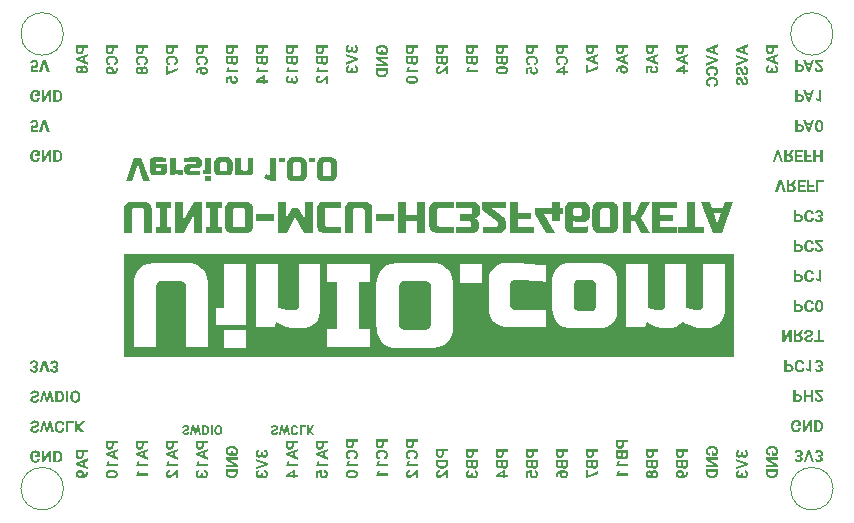
<source format=gbo>
%TF.GenerationSoftware,KiCad,Pcbnew,8.0.4*%
%TF.CreationDate,2024-08-12T16:22:58+08:00*%
%TF.ProjectId,UINIO-MCU-HC32F460KETA,55494e49-4f2d-44d4-9355-2d4843333246,Version 1.0.0*%
%TF.SameCoordinates,PX71f45d0PY4ce7800*%
%TF.FileFunction,Legend,Bot*%
%TF.FilePolarity,Positive*%
%FSLAX46Y46*%
G04 Gerber Fmt 4.6, Leading zero omitted, Abs format (unit mm)*
G04 Created by KiCad (PCBNEW 8.0.4) date 2024-08-12 16:22:58*
%MOMM*%
%LPD*%
G01*
G04 APERTURE LIST*
%ADD10C,0.200000*%
%ADD11C,1.400000*%
%ADD12C,0.312500*%
%ADD13C,0.100000*%
%ADD14C,2.200000*%
%ADD15R,1.700000X1.700000*%
%ADD16O,1.700000X1.700000*%
%ADD17C,0.650000*%
%ADD18O,2.100000X1.000000*%
%ADD19O,1.900000X1.000000*%
G04 APERTURE END LIST*
D10*
G36*
X18927037Y-35555071D02*
G01*
X18919781Y-35594227D01*
X18896047Y-35625392D01*
X18894015Y-35626976D01*
X18858605Y-35647908D01*
X18819472Y-35664623D01*
X18780720Y-35678380D01*
X18775411Y-35680124D01*
X18734757Y-35694033D01*
X18694363Y-35709536D01*
X18656116Y-35726579D01*
X18639612Y-35735030D01*
X18600378Y-35759421D01*
X18567793Y-35786313D01*
X18541858Y-35815704D01*
X18519515Y-35854273D01*
X18506747Y-35896442D01*
X18503422Y-35934332D01*
X18506990Y-35973624D01*
X18519158Y-36013672D01*
X18539961Y-36050396D01*
X18565908Y-36080094D01*
X18598075Y-36105442D01*
X18632345Y-36124535D01*
X18644888Y-36130117D01*
X18684685Y-36144001D01*
X18727141Y-36153342D01*
X18767111Y-36157830D01*
X18798467Y-36158840D01*
X18840184Y-36156886D01*
X18879556Y-36151024D01*
X18921047Y-36139758D01*
X18951266Y-36127577D01*
X18986600Y-36108061D01*
X19020313Y-36081591D01*
X19048187Y-36050084D01*
X19055411Y-36039649D01*
X19074988Y-36002604D01*
X19087315Y-35962545D01*
X19092391Y-35919470D01*
X19092536Y-35910494D01*
X18927623Y-35910494D01*
X18921915Y-35951485D01*
X18903002Y-35986470D01*
X18893038Y-35996662D01*
X18857391Y-36017767D01*
X18818263Y-36026449D01*
X18795732Y-36027535D01*
X18754214Y-36023908D01*
X18715291Y-36010508D01*
X18701747Y-36001743D01*
X18676541Y-35971847D01*
X18668139Y-35933745D01*
X18679224Y-35895546D01*
X18707414Y-35867702D01*
X18742209Y-35848267D01*
X18779139Y-35832826D01*
X18818544Y-35819517D01*
X18823282Y-35818072D01*
X18865381Y-35804265D01*
X18903749Y-35789465D01*
X18944867Y-35770396D01*
X18980612Y-35749898D01*
X19015526Y-35724177D01*
X19028251Y-35712559D01*
X19056376Y-35679269D01*
X19076465Y-35642120D01*
X19088518Y-35601111D01*
X19092473Y-35562063D01*
X19092536Y-35556244D01*
X19088768Y-35512755D01*
X19077464Y-35473585D01*
X19058624Y-35438735D01*
X19032248Y-35408205D01*
X19013792Y-35392699D01*
X18976828Y-35369630D01*
X18934665Y-35352227D01*
X18894388Y-35341820D01*
X18850291Y-35335576D01*
X18810627Y-35333552D01*
X18802375Y-35333494D01*
X18762736Y-35335112D01*
X18719379Y-35340922D01*
X18678099Y-35350957D01*
X18638895Y-35365218D01*
X18634141Y-35367297D01*
X18598481Y-35385860D01*
X18563736Y-35410480D01*
X18534679Y-35439056D01*
X18518467Y-35460305D01*
X18499199Y-35495076D01*
X18486237Y-35532783D01*
X18479580Y-35573428D01*
X18478607Y-35597277D01*
X18644106Y-35597277D01*
X18649670Y-35551923D01*
X18666363Y-35515953D01*
X18699902Y-35485847D01*
X18740706Y-35470208D01*
X18783210Y-35464344D01*
X18802375Y-35463822D01*
X18842831Y-35467202D01*
X18880792Y-35479688D01*
X18894015Y-35487856D01*
X18919781Y-35518796D01*
X18927037Y-35555071D01*
G37*
G36*
X19823897Y-35576956D02*
G01*
X19931559Y-36146334D01*
X20095885Y-36146334D01*
X19918467Y-35346000D01*
X19752382Y-35346000D01*
X19622250Y-35881380D01*
X19491922Y-35346000D01*
X19326032Y-35346000D01*
X19148419Y-36146334D01*
X19312745Y-36146334D01*
X19420994Y-35577933D01*
X19552885Y-36146334D01*
X19692592Y-36146334D01*
X19823897Y-35576956D01*
G37*
G36*
X20808098Y-35610954D02*
G01*
X20803348Y-35571933D01*
X20792687Y-35528648D01*
X20776613Y-35489222D01*
X20755125Y-35453657D01*
X20728225Y-35421953D01*
X20712745Y-35407549D01*
X20678582Y-35382382D01*
X20640571Y-35362422D01*
X20598714Y-35347669D01*
X20553010Y-35338123D01*
X20511985Y-35334145D01*
X20486088Y-35333494D01*
X20439631Y-35336032D01*
X20396371Y-35343646D01*
X20356306Y-35356335D01*
X20319438Y-35374100D01*
X20285766Y-35396940D01*
X20255290Y-35424856D01*
X20243994Y-35437444D01*
X20218607Y-35471822D01*
X20197523Y-35509988D01*
X20180742Y-35551941D01*
X20168264Y-35597683D01*
X20161379Y-35637003D01*
X20157248Y-35678747D01*
X20155871Y-35722915D01*
X20155871Y-35772154D01*
X20157300Y-35814630D01*
X20161587Y-35855154D01*
X20168731Y-35893728D01*
X20180677Y-35936265D01*
X20196513Y-35976146D01*
X20215968Y-36012812D01*
X20238770Y-36045533D01*
X20268928Y-36078097D01*
X20303458Y-36105507D01*
X20312773Y-36111554D01*
X20352096Y-36132242D01*
X20388988Y-36145494D01*
X20428199Y-36154222D01*
X20469729Y-36158424D01*
X20488237Y-36158840D01*
X20530213Y-36157027D01*
X20569555Y-36151589D01*
X20613289Y-36140277D01*
X20653232Y-36123745D01*
X20689383Y-36101992D01*
X20711377Y-36084590D01*
X20740597Y-36054644D01*
X20764802Y-36020494D01*
X20783993Y-35982141D01*
X20798169Y-35939583D01*
X20806152Y-35900907D01*
X20809270Y-35876300D01*
X20644357Y-35876300D01*
X20638492Y-35916549D01*
X20624650Y-35956549D01*
X20601175Y-35988651D01*
X20567982Y-36009965D01*
X20527901Y-36020860D01*
X20488237Y-36023627D01*
X20445227Y-36018928D01*
X20408738Y-36004832D01*
X20375846Y-35978149D01*
X20364943Y-35964227D01*
X20345110Y-35925621D01*
X20332748Y-35882586D01*
X20325999Y-35838198D01*
X20323235Y-35795150D01*
X20322934Y-35779775D01*
X20322934Y-35719007D01*
X20324314Y-35672593D01*
X20328457Y-35631098D01*
X20336779Y-35588903D01*
X20350893Y-35548878D01*
X20362208Y-35528302D01*
X20391181Y-35496566D01*
X20429008Y-35476584D01*
X20470623Y-35468650D01*
X20486088Y-35468121D01*
X20525987Y-35470872D01*
X20566398Y-35481707D01*
X20600003Y-35502901D01*
X20623780Y-35534491D01*
X20637658Y-35572862D01*
X20643380Y-35610954D01*
X20808098Y-35610954D01*
G37*
G36*
X21077155Y-35478477D02*
G01*
X21427302Y-35478477D01*
X21427302Y-35346000D01*
X20912438Y-35346000D01*
X20912438Y-36146334D01*
X21077155Y-36146334D01*
X21077155Y-35478477D01*
G37*
G36*
X21769437Y-35667032D02*
G01*
X21683659Y-35574611D01*
X21683659Y-35346000D01*
X21518942Y-35346000D01*
X21518942Y-36146334D01*
X21683659Y-36146334D01*
X21683659Y-35783487D01*
X21756346Y-35882943D01*
X21960142Y-36146334D01*
X22162961Y-36146334D01*
X21878858Y-35790717D01*
X22171168Y-35346000D01*
X21974992Y-35346000D01*
X21769437Y-35667032D01*
G37*
G36*
X11416336Y-35555071D02*
G01*
X11409080Y-35594227D01*
X11385346Y-35625392D01*
X11383314Y-35626976D01*
X11347904Y-35647908D01*
X11308771Y-35664623D01*
X11270019Y-35678380D01*
X11264710Y-35680124D01*
X11224056Y-35694033D01*
X11183662Y-35709536D01*
X11145415Y-35726579D01*
X11128911Y-35735030D01*
X11089677Y-35759421D01*
X11057092Y-35786313D01*
X11031157Y-35815704D01*
X11008814Y-35854273D01*
X10996046Y-35896442D01*
X10992721Y-35934332D01*
X10996289Y-35973624D01*
X11008457Y-36013672D01*
X11029260Y-36050396D01*
X11055207Y-36080094D01*
X11087374Y-36105442D01*
X11121644Y-36124535D01*
X11134187Y-36130117D01*
X11173984Y-36144001D01*
X11216440Y-36153342D01*
X11256410Y-36157830D01*
X11287766Y-36158840D01*
X11329483Y-36156886D01*
X11368855Y-36151024D01*
X11410346Y-36139758D01*
X11440565Y-36127577D01*
X11475899Y-36108061D01*
X11509612Y-36081591D01*
X11537486Y-36050084D01*
X11544710Y-36039649D01*
X11564287Y-36002604D01*
X11576614Y-35962545D01*
X11581690Y-35919470D01*
X11581835Y-35910494D01*
X11416922Y-35910494D01*
X11411214Y-35951485D01*
X11392301Y-35986470D01*
X11382337Y-35996662D01*
X11346690Y-36017767D01*
X11307562Y-36026449D01*
X11285031Y-36027535D01*
X11243513Y-36023908D01*
X11204590Y-36010508D01*
X11191046Y-36001743D01*
X11165840Y-35971847D01*
X11157438Y-35933745D01*
X11168523Y-35895546D01*
X11196713Y-35867702D01*
X11231508Y-35848267D01*
X11268438Y-35832826D01*
X11307843Y-35819517D01*
X11312581Y-35818072D01*
X11354680Y-35804265D01*
X11393048Y-35789465D01*
X11434166Y-35770396D01*
X11469911Y-35749898D01*
X11504825Y-35724177D01*
X11517550Y-35712559D01*
X11545675Y-35679269D01*
X11565764Y-35642120D01*
X11577817Y-35601111D01*
X11581772Y-35562063D01*
X11581835Y-35556244D01*
X11578067Y-35512755D01*
X11566763Y-35473585D01*
X11547923Y-35438735D01*
X11521547Y-35408205D01*
X11503091Y-35392699D01*
X11466127Y-35369630D01*
X11423964Y-35352227D01*
X11383687Y-35341820D01*
X11339590Y-35335576D01*
X11299926Y-35333552D01*
X11291674Y-35333494D01*
X11252035Y-35335112D01*
X11208678Y-35340922D01*
X11167398Y-35350957D01*
X11128194Y-35365218D01*
X11123440Y-35367297D01*
X11087780Y-35385860D01*
X11053035Y-35410480D01*
X11023978Y-35439056D01*
X11007766Y-35460305D01*
X10988498Y-35495076D01*
X10975536Y-35532783D01*
X10968879Y-35573428D01*
X10967906Y-35597277D01*
X11133405Y-35597277D01*
X11138969Y-35551923D01*
X11155662Y-35515953D01*
X11189201Y-35485847D01*
X11230005Y-35470208D01*
X11272509Y-35464344D01*
X11291674Y-35463822D01*
X11332130Y-35467202D01*
X11370091Y-35479688D01*
X11383314Y-35487856D01*
X11409080Y-35518796D01*
X11416336Y-35555071D01*
G37*
G36*
X12313196Y-35576956D02*
G01*
X12420858Y-36146334D01*
X12585184Y-36146334D01*
X12407766Y-35346000D01*
X12241681Y-35346000D01*
X12111549Y-35881380D01*
X11981221Y-35346000D01*
X11815331Y-35346000D01*
X11637718Y-36146334D01*
X11802044Y-36146334D01*
X11910293Y-35577933D01*
X12042184Y-36146334D01*
X12181891Y-36146334D01*
X12313196Y-35576956D01*
G37*
G36*
X12943055Y-35346882D02*
G01*
X12986757Y-35351967D01*
X13028401Y-35361559D01*
X13067989Y-35375657D01*
X13105519Y-35394262D01*
X13125837Y-35406837D01*
X13158558Y-35431768D01*
X13187670Y-35460420D01*
X13213172Y-35492794D01*
X13235066Y-35528889D01*
X13250671Y-35562360D01*
X13264796Y-35603599D01*
X13274526Y-35647194D01*
X13279369Y-35686436D01*
X13280983Y-35727409D01*
X13280983Y-35764339D01*
X13279843Y-35798618D01*
X13275465Y-35838203D01*
X13266208Y-35882251D01*
X13252481Y-35923998D01*
X13234284Y-35963445D01*
X13222038Y-35984750D01*
X13197861Y-36019005D01*
X13170186Y-36049408D01*
X13139015Y-36075959D01*
X13104347Y-36098658D01*
X13083189Y-36109832D01*
X13044489Y-36125802D01*
X13003656Y-36137209D01*
X12960692Y-36144053D01*
X12915596Y-36146334D01*
X12669399Y-36146334D01*
X12669399Y-36012880D01*
X12834117Y-36012880D01*
X12915596Y-36012880D01*
X12921620Y-36012819D01*
X12961245Y-36008948D01*
X13001081Y-35997151D01*
X13035104Y-35977489D01*
X13063314Y-35949963D01*
X13077893Y-35928856D01*
X13096080Y-35889072D01*
X13106805Y-35848190D01*
X13112142Y-35808639D01*
X13113921Y-35764925D01*
X13113921Y-35722524D01*
X13113262Y-35700947D01*
X13109305Y-35660656D01*
X13100244Y-35618477D01*
X13084026Y-35576638D01*
X13061556Y-35541589D01*
X13058324Y-35537706D01*
X13029253Y-35511081D01*
X12994466Y-35492344D01*
X12953965Y-35481497D01*
X12913838Y-35478477D01*
X12834117Y-35478477D01*
X12834117Y-36012880D01*
X12669399Y-36012880D01*
X12669399Y-35346000D01*
X12917159Y-35346000D01*
X12943055Y-35346882D01*
G37*
G36*
X13572316Y-35346000D02*
G01*
X13407404Y-35346000D01*
X13407404Y-36146334D01*
X13572316Y-36146334D01*
X13572316Y-35346000D01*
G37*
G36*
X14065281Y-35334251D02*
G01*
X14106961Y-35339220D01*
X14146454Y-35348827D01*
X14183759Y-35363071D01*
X14218876Y-35381952D01*
X14237753Y-35394750D01*
X14268069Y-35420204D01*
X14294926Y-35449546D01*
X14318324Y-35482779D01*
X14338262Y-35519900D01*
X14354555Y-35560446D01*
X14366846Y-35603777D01*
X14374196Y-35643136D01*
X14378606Y-35684542D01*
X14380076Y-35727995D01*
X14380076Y-35763752D01*
X14378579Y-35807093D01*
X14374086Y-35848456D01*
X14366599Y-35887840D01*
X14354078Y-35931288D01*
X14337480Y-35972043D01*
X14326282Y-35993954D01*
X14304040Y-36029141D01*
X14278432Y-36060307D01*
X14249457Y-36087452D01*
X14217117Y-36110577D01*
X14197373Y-36121889D01*
X14161132Y-36138055D01*
X14122740Y-36149602D01*
X14082197Y-36156530D01*
X14039504Y-36158840D01*
X14014842Y-36158086D01*
X13973357Y-36153137D01*
X13934005Y-36143569D01*
X13896784Y-36129383D01*
X13861695Y-36110577D01*
X13842803Y-36097855D01*
X13812386Y-36072433D01*
X13785336Y-36042990D01*
X13761651Y-36009527D01*
X13741332Y-35972043D01*
X13724735Y-35931269D01*
X13712214Y-35887765D01*
X13704726Y-35848303D01*
X13700234Y-35806835D01*
X13698736Y-35763362D01*
X13698736Y-35727800D01*
X13865799Y-35727800D01*
X13865799Y-35767074D01*
X13866638Y-35797489D01*
X13870496Y-35839561D01*
X13878939Y-35883262D01*
X13891627Y-35921167D01*
X13911325Y-35957388D01*
X13929584Y-35979501D01*
X13961970Y-36004091D01*
X14000352Y-36018388D01*
X14039504Y-36022454D01*
X14064637Y-36020847D01*
X14105140Y-36009851D01*
X14139554Y-35988437D01*
X14167878Y-35956607D01*
X14183217Y-35929844D01*
X14197102Y-35893203D01*
X14206667Y-35850727D01*
X14211427Y-35809676D01*
X14213014Y-35764339D01*
X14213014Y-35725064D01*
X14212226Y-35694641D01*
X14208457Y-35652520D01*
X14200136Y-35608711D01*
X14187588Y-35570642D01*
X14168073Y-35534164D01*
X14150014Y-35511919D01*
X14117850Y-35487181D01*
X14079596Y-35472798D01*
X14040481Y-35468707D01*
X14015005Y-35470367D01*
X13974006Y-35481722D01*
X13939250Y-35503835D01*
X13910739Y-35536704D01*
X13895466Y-35564140D01*
X13881642Y-35601046D01*
X13872118Y-35643225D01*
X13867378Y-35683575D01*
X13865799Y-35727800D01*
X13698736Y-35727800D01*
X13698736Y-35723501D01*
X13700440Y-35680992D01*
X13705111Y-35640364D01*
X13712750Y-35601619D01*
X13725412Y-35558795D01*
X13742114Y-35518533D01*
X13753361Y-35496899D01*
X13775689Y-35462125D01*
X13801383Y-35431278D01*
X13830442Y-35404359D01*
X13862868Y-35381366D01*
X13882740Y-35370146D01*
X13919118Y-35354111D01*
X13957534Y-35342657D01*
X13997988Y-35335785D01*
X14040481Y-35333494D01*
X14065281Y-35334251D01*
G37*
G36*
X2970000Y-37645289D02*
G01*
X2620976Y-37645289D01*
X2620976Y-37826029D01*
X2620227Y-37858733D01*
X2615649Y-37910216D01*
X2604661Y-37967006D01*
X2587679Y-38018351D01*
X2564704Y-38064252D01*
X2535736Y-38104710D01*
X2501489Y-38138908D01*
X2456000Y-38169863D01*
X2404551Y-38191187D01*
X2355707Y-38201800D01*
X2302484Y-38205338D01*
X2272549Y-38204211D01*
X2221280Y-38196502D01*
X2173373Y-38181491D01*
X2128827Y-38159176D01*
X2105796Y-38143855D01*
X2068667Y-38111378D01*
X2037102Y-38072603D01*
X2011102Y-38027529D01*
X1992937Y-37983092D01*
X1979961Y-37935266D01*
X1972176Y-37884052D01*
X1969813Y-37834333D01*
X2136399Y-37834333D01*
X2139167Y-37866094D01*
X2153810Y-37913201D01*
X2183782Y-37953768D01*
X2205143Y-37970613D01*
X2252132Y-37990919D01*
X2303949Y-37996999D01*
X2325731Y-37995949D01*
X2374772Y-37983398D01*
X2415324Y-37954012D01*
X2432314Y-37930198D01*
X2449570Y-37881083D01*
X2454159Y-37829448D01*
X2454159Y-37645289D01*
X2136399Y-37645289D01*
X2136399Y-37834333D01*
X1969813Y-37834333D01*
X1969581Y-37829448D01*
X1969581Y-37439392D01*
X2970000Y-37439392D01*
X2970000Y-37645289D01*
G37*
G36*
X2970000Y-38354570D02*
G01*
X2761660Y-38423203D01*
X2761660Y-38784682D01*
X2970000Y-38854047D01*
X2970000Y-39073133D01*
X1969581Y-38698709D01*
X1969581Y-38603210D01*
X2222372Y-38603210D01*
X2594842Y-38728995D01*
X2594842Y-38478890D01*
X2222372Y-38603210D01*
X1969581Y-38603210D01*
X1969581Y-38507711D01*
X2970000Y-38135484D01*
X2970000Y-38354570D01*
G37*
G36*
X2350441Y-39133451D02*
G01*
X2401892Y-39140915D01*
X2456341Y-39156700D01*
X2504782Y-39180105D01*
X2547215Y-39211130D01*
X2568338Y-39231864D01*
X2598527Y-39272134D01*
X2620090Y-39317476D01*
X2633028Y-39367890D01*
X2637341Y-39423377D01*
X2632578Y-39473645D01*
X2618290Y-39520647D01*
X2594476Y-39564381D01*
X2561137Y-39604849D01*
X2590911Y-39601264D01*
X2645003Y-39588518D01*
X2691821Y-39568337D01*
X2740115Y-39532657D01*
X2777044Y-39485361D01*
X2798404Y-39439161D01*
X2812490Y-39385527D01*
X2819302Y-39324459D01*
X2820034Y-39280495D01*
X2985631Y-39280495D01*
X2984898Y-39329344D01*
X2980361Y-39384752D01*
X2971633Y-39436917D01*
X2958715Y-39485838D01*
X2936674Y-39542428D01*
X2908087Y-39593949D01*
X2872952Y-39640402D01*
X2831270Y-39681786D01*
X2803301Y-39704003D01*
X2752471Y-39736176D01*
X2708011Y-39757543D01*
X2660177Y-39775026D01*
X2608970Y-39788623D01*
X2554390Y-39798336D01*
X2496436Y-39804163D01*
X2435108Y-39806106D01*
X2361102Y-39806106D01*
X2353603Y-39806019D01*
X2302575Y-39803114D01*
X2247407Y-39794870D01*
X2195597Y-39781376D01*
X2147145Y-39762630D01*
X2118980Y-39748509D01*
X2073662Y-39718853D01*
X2035260Y-39683748D01*
X2003775Y-39643196D01*
X1989421Y-39618616D01*
X1969714Y-39571669D01*
X1957891Y-39521244D01*
X1953949Y-39467341D01*
X1953994Y-39466120D01*
X2113928Y-39466120D01*
X2115264Y-39485632D01*
X2133216Y-39533476D01*
X2168639Y-39568946D01*
X2175622Y-39573619D01*
X2220269Y-39593932D01*
X2270024Y-39604484D01*
X2322267Y-39607536D01*
X2402379Y-39607536D01*
X2426800Y-39591794D01*
X2461242Y-39555024D01*
X2477771Y-39522106D01*
X2485422Y-39472226D01*
X2484616Y-39455671D01*
X2469116Y-39405301D01*
X2433886Y-39366713D01*
X2402618Y-39348648D01*
X2353834Y-39333759D01*
X2301995Y-39329344D01*
X2263283Y-39331740D01*
X2211625Y-39344322D01*
X2167662Y-39367690D01*
X2155068Y-39377669D01*
X2124213Y-39417827D01*
X2113928Y-39466120D01*
X1953994Y-39466120D01*
X1955052Y-39437739D01*
X1962598Y-39386831D01*
X1977292Y-39338976D01*
X1999134Y-39294173D01*
X2014137Y-39270959D01*
X2045590Y-39233351D01*
X2082762Y-39201115D01*
X2125652Y-39174249D01*
X2151456Y-39161936D01*
X2199857Y-39145031D01*
X2250769Y-39134888D01*
X2304193Y-39131507D01*
X2350441Y-39133451D01*
G37*
G36*
X48705642Y-3375289D02*
G01*
X48356618Y-3375289D01*
X48356618Y-3556029D01*
X48355869Y-3588733D01*
X48351291Y-3640216D01*
X48340303Y-3697006D01*
X48323321Y-3748351D01*
X48300346Y-3794252D01*
X48271378Y-3834710D01*
X48237131Y-3868908D01*
X48191642Y-3899863D01*
X48140193Y-3921187D01*
X48091349Y-3931800D01*
X48038126Y-3935338D01*
X48008191Y-3934211D01*
X47956922Y-3926502D01*
X47909015Y-3911491D01*
X47864469Y-3889176D01*
X47841438Y-3873855D01*
X47804309Y-3841378D01*
X47772744Y-3802603D01*
X47746744Y-3757529D01*
X47728579Y-3713092D01*
X47715603Y-3665266D01*
X47707818Y-3614052D01*
X47705455Y-3564333D01*
X47872041Y-3564333D01*
X47874809Y-3596094D01*
X47889452Y-3643201D01*
X47919424Y-3683768D01*
X47940785Y-3700613D01*
X47987774Y-3720919D01*
X48039591Y-3726999D01*
X48061373Y-3725949D01*
X48110414Y-3713398D01*
X48150966Y-3684012D01*
X48167956Y-3660198D01*
X48185212Y-3611083D01*
X48189801Y-3559448D01*
X48189801Y-3375289D01*
X47872041Y-3375289D01*
X47872041Y-3564333D01*
X47705455Y-3564333D01*
X47705223Y-3559448D01*
X47705223Y-3169392D01*
X48705642Y-3169392D01*
X48705642Y-3375289D01*
G37*
G36*
X48705642Y-4084570D02*
G01*
X48497302Y-4153203D01*
X48497302Y-4514682D01*
X48705642Y-4584047D01*
X48705642Y-4803133D01*
X47705223Y-4428709D01*
X47705223Y-4333210D01*
X47958014Y-4333210D01*
X48330484Y-4458995D01*
X48330484Y-4208890D01*
X47958014Y-4333210D01*
X47705223Y-4333210D01*
X47705223Y-4237711D01*
X48705642Y-3865484D01*
X48705642Y-4084570D01*
G37*
G36*
X48360107Y-4872551D02*
G01*
X48413127Y-4878722D01*
X48462545Y-4889639D01*
X48517094Y-4909004D01*
X48566456Y-4935205D01*
X48610631Y-4968241D01*
X48624029Y-4980630D01*
X48659037Y-5020646D01*
X48686265Y-5064939D01*
X48705714Y-5113508D01*
X48717383Y-5166353D01*
X48721273Y-5223475D01*
X48720194Y-5253434D01*
X48712811Y-5304866D01*
X48698435Y-5353091D01*
X48677065Y-5398108D01*
X48668423Y-5412316D01*
X48635183Y-5455212D01*
X48595122Y-5491237D01*
X48553234Y-5517787D01*
X48527899Y-5529960D01*
X48480011Y-5546672D01*
X48429186Y-5556699D01*
X48375425Y-5560041D01*
X48319910Y-5557337D01*
X48268584Y-5549222D01*
X48221449Y-5535698D01*
X48171754Y-5513083D01*
X48127763Y-5483105D01*
X48105667Y-5463035D01*
X48074087Y-5423891D01*
X48051531Y-5379627D01*
X48037997Y-5330244D01*
X48033485Y-5275743D01*
X48033564Y-5268182D01*
X48038538Y-5217552D01*
X48039220Y-5215170D01*
X48192976Y-5215170D01*
X48194216Y-5235563D01*
X48210886Y-5285491D01*
X48243778Y-5322393D01*
X48274886Y-5341638D01*
X48324236Y-5357500D01*
X48377379Y-5362205D01*
X48416275Y-5359732D01*
X48467520Y-5346749D01*
X48510247Y-5322637D01*
X48522211Y-5312421D01*
X48551523Y-5270594D01*
X48561294Y-5219323D01*
X48559302Y-5193952D01*
X48541318Y-5146523D01*
X48504630Y-5109413D01*
X48497344Y-5104681D01*
X48451136Y-5084111D01*
X48400112Y-5073426D01*
X48346849Y-5070334D01*
X48285544Y-5070334D01*
X48252131Y-5090504D01*
X48218377Y-5127976D01*
X48200145Y-5166598D01*
X48192976Y-5215170D01*
X48039220Y-5215170D01*
X48053696Y-5164612D01*
X48078960Y-5116924D01*
X48114330Y-5074487D01*
X48106809Y-5075574D01*
X48057024Y-5086775D01*
X48006252Y-5107276D01*
X47962014Y-5135990D01*
X47924309Y-5172916D01*
X47911937Y-5188767D01*
X47884696Y-5235570D01*
X47867723Y-5281933D01*
X47857154Y-5333344D01*
X47852990Y-5389804D01*
X47852990Y-5408855D01*
X47689591Y-5408855D01*
X47689591Y-5375882D01*
X47689949Y-5357066D01*
X47694217Y-5302335D01*
X47703276Y-5250179D01*
X47717126Y-5200600D01*
X47735767Y-5153596D01*
X47759200Y-5109169D01*
X47768031Y-5094998D01*
X47797180Y-5054993D01*
X47830313Y-5018749D01*
X47867431Y-4986265D01*
X47908532Y-4957543D01*
X47953618Y-4932581D01*
X47977494Y-4921582D01*
X48027268Y-4902829D01*
X48079738Y-4888403D01*
X48134904Y-4878305D01*
X48192767Y-4872535D01*
X48243046Y-4871032D01*
X48315097Y-4871032D01*
X48360107Y-4872551D01*
G37*
G36*
X62172219Y-30167483D02*
G01*
X62352959Y-30167483D01*
X62385663Y-30168232D01*
X62437146Y-30172810D01*
X62493936Y-30183798D01*
X62545281Y-30200780D01*
X62591182Y-30223755D01*
X62631640Y-30252723D01*
X62665838Y-30286970D01*
X62696793Y-30332459D01*
X62718117Y-30383908D01*
X62728730Y-30432752D01*
X62732268Y-30485975D01*
X62731141Y-30515910D01*
X62723432Y-30567179D01*
X62708421Y-30615086D01*
X62686106Y-30659632D01*
X62670785Y-30682663D01*
X62638308Y-30719792D01*
X62599533Y-30751357D01*
X62554459Y-30777357D01*
X62510022Y-30795522D01*
X62462196Y-30808498D01*
X62410982Y-30816283D01*
X62356378Y-30818878D01*
X61966322Y-30818878D01*
X61966322Y-30652060D01*
X62172219Y-30652060D01*
X62361263Y-30652060D01*
X62393024Y-30649292D01*
X62440131Y-30634649D01*
X62480698Y-30604677D01*
X62497543Y-30583316D01*
X62517849Y-30536327D01*
X62523929Y-30484510D01*
X62522879Y-30462728D01*
X62510328Y-30413687D01*
X62480942Y-30373135D01*
X62457128Y-30356145D01*
X62408013Y-30338889D01*
X62356378Y-30334300D01*
X62172219Y-30334300D01*
X62172219Y-30652060D01*
X61966322Y-30652060D01*
X61966322Y-29818460D01*
X62172219Y-29818460D01*
X62172219Y-30167483D01*
G37*
G36*
X63654040Y-30149653D02*
G01*
X63648104Y-30100877D01*
X63634777Y-30046770D01*
X63614684Y-29997488D01*
X63587825Y-29953032D01*
X63554200Y-29913402D01*
X63534850Y-29895396D01*
X63492146Y-29863937D01*
X63444633Y-29838987D01*
X63392311Y-29820546D01*
X63335181Y-29808613D01*
X63283900Y-29803642D01*
X63251528Y-29802828D01*
X63193457Y-29806000D01*
X63139382Y-29815517D01*
X63089301Y-29831379D01*
X63043216Y-29853585D01*
X63001126Y-29882135D01*
X62963031Y-29917031D01*
X62948911Y-29932765D01*
X62917178Y-29975738D01*
X62890823Y-30023445D01*
X62869846Y-30075887D01*
X62854248Y-30133063D01*
X62845642Y-30182213D01*
X62840479Y-30234394D01*
X62838758Y-30289604D01*
X62838758Y-30351153D01*
X62840544Y-30404247D01*
X62845902Y-30454903D01*
X62854832Y-30503120D01*
X62869765Y-30556291D01*
X62889560Y-30606143D01*
X62913878Y-30651976D01*
X62942381Y-30692877D01*
X62980078Y-30733581D01*
X63023240Y-30767844D01*
X63034885Y-30775403D01*
X63084039Y-30801262D01*
X63130154Y-30817828D01*
X63179167Y-30828738D01*
X63231080Y-30833990D01*
X63254215Y-30834510D01*
X63306684Y-30832244D01*
X63355862Y-30825446D01*
X63410530Y-30811307D01*
X63460459Y-30790641D01*
X63505648Y-30763450D01*
X63533140Y-30741697D01*
X63569665Y-30704265D01*
X63599922Y-30661578D01*
X63623910Y-30613636D01*
X63641630Y-30560439D01*
X63651608Y-30512093D01*
X63655506Y-30481335D01*
X63449365Y-30481335D01*
X63442034Y-30531646D01*
X63424731Y-30581646D01*
X63395387Y-30621774D01*
X63353897Y-30648416D01*
X63303794Y-30662035D01*
X63254215Y-30665494D01*
X63200452Y-30659620D01*
X63154841Y-30642001D01*
X63113726Y-30608646D01*
X63100098Y-30591244D01*
X63075306Y-30542987D01*
X63059854Y-30489192D01*
X63051417Y-30433707D01*
X63047962Y-30379897D01*
X63047585Y-30360679D01*
X63047585Y-30284719D01*
X63049311Y-30226702D01*
X63054489Y-30174833D01*
X63064893Y-30122089D01*
X63082535Y-30072058D01*
X63096678Y-30046338D01*
X63132895Y-30006668D01*
X63180179Y-29981690D01*
X63232197Y-29971772D01*
X63251528Y-29971111D01*
X63301402Y-29974550D01*
X63351916Y-29988094D01*
X63393922Y-30014587D01*
X63423643Y-30054074D01*
X63440991Y-30102038D01*
X63448144Y-30149653D01*
X63654040Y-30149653D01*
G37*
G36*
X64245352Y-29818460D02*
G01*
X64046783Y-29818460D01*
X64046783Y-30588313D01*
X63809867Y-30516750D01*
X63809867Y-30678194D01*
X64224103Y-30818878D01*
X64245352Y-30818878D01*
X64245352Y-29818460D01*
G37*
G36*
X64768032Y-30412458D02*
G01*
X64873789Y-30412458D01*
X64925046Y-30417679D01*
X64970867Y-30436966D01*
X64985897Y-30449583D01*
X65013191Y-30492997D01*
X65022253Y-30544678D01*
X65022289Y-30548501D01*
X65014346Y-30598576D01*
X64986141Y-30641314D01*
X64943398Y-30666226D01*
X64894779Y-30674401D01*
X64886978Y-30674531D01*
X64837476Y-30667554D01*
X64793665Y-30644733D01*
X64791235Y-30642779D01*
X64761315Y-30603926D01*
X64752889Y-30560714D01*
X64554564Y-30560714D01*
X64559557Y-30612849D01*
X64574535Y-30661117D01*
X64596818Y-30701642D01*
X64629821Y-30741396D01*
X64670733Y-30774686D01*
X64714787Y-30799339D01*
X64763765Y-30817886D01*
X64815747Y-30829564D01*
X64865101Y-30834201D01*
X64882093Y-30834510D01*
X64939206Y-30831856D01*
X64991476Y-30823897D01*
X65038903Y-30810630D01*
X65088114Y-30788446D01*
X65130733Y-30759039D01*
X65165850Y-30723404D01*
X65192342Y-30682323D01*
X65210209Y-30635795D01*
X65219450Y-30583821D01*
X65220858Y-30551677D01*
X65214951Y-30502080D01*
X65197228Y-30455506D01*
X65178849Y-30426136D01*
X65143815Y-30386981D01*
X65101363Y-30355244D01*
X65068939Y-30338208D01*
X65117559Y-30315993D01*
X65157783Y-30287814D01*
X65192332Y-30249930D01*
X65194969Y-30246129D01*
X65218608Y-30201355D01*
X65232435Y-30151329D01*
X65236490Y-30101293D01*
X65233072Y-30052440D01*
X65220447Y-30000221D01*
X65198518Y-29953144D01*
X65167286Y-29911210D01*
X65139281Y-29884405D01*
X65093832Y-29852619D01*
X65042329Y-29828639D01*
X64993365Y-29814300D01*
X64939953Y-29805696D01*
X64882093Y-29802828D01*
X64827863Y-29805610D01*
X64777462Y-29813956D01*
X64723501Y-29830726D01*
X64674753Y-29855069D01*
X64637118Y-29881963D01*
X64600097Y-29919134D01*
X64572169Y-29961190D01*
X64553334Y-30008131D01*
X64543592Y-30059958D01*
X64542107Y-30091767D01*
X64740677Y-30091767D01*
X64749961Y-30042977D01*
X64780331Y-30000990D01*
X64782931Y-29998711D01*
X64826837Y-29972940D01*
X64875564Y-29963123D01*
X64886978Y-29962807D01*
X64935773Y-29968199D01*
X64981762Y-29988121D01*
X64997865Y-30001153D01*
X65026791Y-30042806D01*
X65037810Y-30091559D01*
X65038165Y-30103247D01*
X65032369Y-30155539D01*
X65010956Y-30202873D01*
X64973765Y-30235481D01*
X64920796Y-30253363D01*
X64873301Y-30257120D01*
X64768032Y-30257120D01*
X64768032Y-30412458D01*
G37*
G36*
X38542166Y-3375289D02*
G01*
X38193142Y-3375289D01*
X38193142Y-3556029D01*
X38192393Y-3588733D01*
X38187815Y-3640216D01*
X38176827Y-3697006D01*
X38159845Y-3748351D01*
X38136870Y-3794252D01*
X38107902Y-3834710D01*
X38073655Y-3868908D01*
X38028166Y-3899863D01*
X37976717Y-3921187D01*
X37927873Y-3931800D01*
X37874650Y-3935338D01*
X37844715Y-3934211D01*
X37793446Y-3926502D01*
X37745539Y-3911491D01*
X37700993Y-3889176D01*
X37677962Y-3873855D01*
X37640833Y-3841378D01*
X37609268Y-3802603D01*
X37583268Y-3757529D01*
X37565103Y-3713092D01*
X37552127Y-3665266D01*
X37544342Y-3614052D01*
X37541979Y-3564333D01*
X37708565Y-3564333D01*
X37711333Y-3596094D01*
X37725976Y-3643201D01*
X37755948Y-3683768D01*
X37777309Y-3700613D01*
X37824298Y-3720919D01*
X37876115Y-3726999D01*
X37897897Y-3725949D01*
X37946938Y-3713398D01*
X37987490Y-3684012D01*
X38004480Y-3660198D01*
X38021736Y-3611083D01*
X38026325Y-3559448D01*
X38026325Y-3375289D01*
X37708565Y-3375289D01*
X37708565Y-3564333D01*
X37541979Y-3564333D01*
X37541747Y-3559448D01*
X37541747Y-3169392D01*
X38542166Y-3169392D01*
X38542166Y-3375289D01*
G37*
G36*
X38542166Y-4460949D02*
G01*
X38542003Y-4471512D01*
X38539074Y-4522040D01*
X38530900Y-4577636D01*
X38517642Y-4627736D01*
X38495750Y-4679241D01*
X38466939Y-4723265D01*
X38442189Y-4749792D01*
X38401829Y-4779376D01*
X38354807Y-4800148D01*
X38301124Y-4812108D01*
X38249807Y-4815345D01*
X38199823Y-4811004D01*
X38150681Y-4796201D01*
X38107657Y-4770893D01*
X38075143Y-4740067D01*
X38048192Y-4698775D01*
X38030477Y-4649748D01*
X38015425Y-4681591D01*
X37985864Y-4722372D01*
X37947923Y-4754773D01*
X37914795Y-4773073D01*
X37866298Y-4788157D01*
X37817497Y-4792630D01*
X37792699Y-4791802D01*
X37739296Y-4783424D01*
X37692134Y-4766023D01*
X37645877Y-4735088D01*
X37612089Y-4698353D01*
X37599518Y-4679949D01*
X37574994Y-4630995D01*
X37559332Y-4582337D01*
X37548616Y-4527497D01*
X37543464Y-4477074D01*
X37541747Y-4422358D01*
X37708565Y-4422358D01*
X37709304Y-4447875D01*
X37717112Y-4499967D01*
X37738851Y-4546922D01*
X37744869Y-4553993D01*
X37788420Y-4579959D01*
X37838013Y-4586489D01*
X37860036Y-4585120D01*
X37908415Y-4568076D01*
X37941743Y-4531554D01*
X37958558Y-4483619D01*
X37960197Y-4467055D01*
X38109367Y-4467055D01*
X38110135Y-4484268D01*
X38121073Y-4535769D01*
X38149287Y-4577970D01*
X38194262Y-4602402D01*
X38247364Y-4609204D01*
X38251125Y-4609164D01*
X38301403Y-4598946D01*
X38342375Y-4568171D01*
X38353995Y-4551751D01*
X38371760Y-4504687D01*
X38376569Y-4454598D01*
X38376569Y-4278011D01*
X38109367Y-4278011D01*
X38109367Y-4467055D01*
X37960197Y-4467055D01*
X37963798Y-4430662D01*
X37963798Y-4278011D01*
X37708565Y-4278011D01*
X37708565Y-4422358D01*
X37541747Y-4422358D01*
X37541747Y-4072114D01*
X38542166Y-4072114D01*
X38542166Y-4460949D01*
G37*
G36*
X38200002Y-4943630D02*
G01*
X38256273Y-4950489D01*
X38307975Y-4961462D01*
X38355110Y-4976549D01*
X38405642Y-5000085D01*
X38449597Y-5029546D01*
X38468934Y-5046436D01*
X38501901Y-5084286D01*
X38527260Y-5127563D01*
X38545012Y-5176266D01*
X38555155Y-5230397D01*
X38557797Y-5279651D01*
X38557366Y-5300038D01*
X38550897Y-5357457D01*
X38536666Y-5409261D01*
X38514673Y-5455448D01*
X38484917Y-5496020D01*
X38447399Y-5530976D01*
X38440404Y-5536266D01*
X38394425Y-5564476D01*
X38341577Y-5586641D01*
X38292290Y-5600494D01*
X38238232Y-5610149D01*
X38179404Y-5615607D01*
X38128907Y-5616950D01*
X37944015Y-5616950D01*
X37883189Y-5614206D01*
X37826955Y-5607347D01*
X37775312Y-5596374D01*
X37728261Y-5581287D01*
X37677860Y-5557751D01*
X37634071Y-5528290D01*
X37614778Y-5511400D01*
X37581885Y-5473550D01*
X37556583Y-5430273D01*
X37538872Y-5381569D01*
X37528751Y-5327439D01*
X37526115Y-5278185D01*
X37686827Y-5278185D01*
X37688836Y-5303865D01*
X37706976Y-5350314D01*
X37743980Y-5384187D01*
X37772138Y-5397510D01*
X37823677Y-5410867D01*
X37874491Y-5416744D01*
X37925941Y-5418381D01*
X38165055Y-5418381D01*
X38193600Y-5417533D01*
X38245014Y-5412954D01*
X38293803Y-5403204D01*
X38340421Y-5384675D01*
X38359927Y-5371160D01*
X38389747Y-5328537D01*
X38397818Y-5279651D01*
X38395723Y-5253490D01*
X38376808Y-5206470D01*
X38338223Y-5172672D01*
X38304349Y-5158140D01*
X38256790Y-5146754D01*
X38206113Y-5141045D01*
X38155285Y-5139455D01*
X37910798Y-5139455D01*
X37889675Y-5140096D01*
X37838617Y-5144493D01*
X37790336Y-5154110D01*
X37741049Y-5174626D01*
X37725428Y-5185977D01*
X37695776Y-5227277D01*
X37686827Y-5278185D01*
X37526115Y-5278185D01*
X37526541Y-5258059D01*
X37532924Y-5201264D01*
X37546966Y-5149844D01*
X37568667Y-5103800D01*
X37598028Y-5063130D01*
X37635048Y-5027836D01*
X37641955Y-5022487D01*
X37687556Y-4993956D01*
X37740284Y-4971539D01*
X37789668Y-4957529D01*
X37844001Y-4947764D01*
X37903283Y-4942244D01*
X37954273Y-4940886D01*
X38139165Y-4940886D01*
X38200002Y-4943630D01*
G37*
G36*
X10592607Y-3375289D02*
G01*
X10243583Y-3375289D01*
X10243583Y-3556029D01*
X10242834Y-3588733D01*
X10238256Y-3640216D01*
X10227268Y-3697006D01*
X10210286Y-3748351D01*
X10187311Y-3794252D01*
X10158343Y-3834710D01*
X10124096Y-3868908D01*
X10078607Y-3899863D01*
X10027158Y-3921187D01*
X9978314Y-3931800D01*
X9925091Y-3935338D01*
X9895156Y-3934211D01*
X9843887Y-3926502D01*
X9795980Y-3911491D01*
X9751434Y-3889176D01*
X9728403Y-3873855D01*
X9691274Y-3841378D01*
X9659709Y-3802603D01*
X9633709Y-3757529D01*
X9615544Y-3713092D01*
X9602568Y-3665266D01*
X9594783Y-3614052D01*
X9592420Y-3564333D01*
X9759006Y-3564333D01*
X9761774Y-3596094D01*
X9776417Y-3643201D01*
X9806389Y-3683768D01*
X9827750Y-3700613D01*
X9874739Y-3720919D01*
X9926556Y-3726999D01*
X9948338Y-3725949D01*
X9997379Y-3713398D01*
X10037931Y-3684012D01*
X10054921Y-3660198D01*
X10072177Y-3611083D01*
X10076766Y-3559448D01*
X10076766Y-3375289D01*
X9759006Y-3375289D01*
X9759006Y-3564333D01*
X9592420Y-3564333D01*
X9592188Y-3559448D01*
X9592188Y-3169392D01*
X10592607Y-3169392D01*
X10592607Y-3375289D01*
G37*
G36*
X10261413Y-4857110D02*
G01*
X10310189Y-4851174D01*
X10364296Y-4837847D01*
X10413578Y-4817754D01*
X10458034Y-4790895D01*
X10497664Y-4757270D01*
X10515670Y-4737920D01*
X10547129Y-4695216D01*
X10572079Y-4647703D01*
X10590520Y-4595381D01*
X10602453Y-4538251D01*
X10607424Y-4486970D01*
X10608238Y-4454598D01*
X10605066Y-4396527D01*
X10595549Y-4342452D01*
X10579687Y-4292371D01*
X10557481Y-4246286D01*
X10528931Y-4204196D01*
X10494035Y-4166101D01*
X10478301Y-4151981D01*
X10435328Y-4120248D01*
X10387621Y-4093893D01*
X10335179Y-4072916D01*
X10278003Y-4057318D01*
X10228853Y-4048712D01*
X10176672Y-4043549D01*
X10121462Y-4041828D01*
X10059913Y-4041828D01*
X10006819Y-4043614D01*
X9956163Y-4048972D01*
X9907946Y-4057902D01*
X9854775Y-4072835D01*
X9804923Y-4092630D01*
X9759090Y-4116948D01*
X9718189Y-4145451D01*
X9677485Y-4183148D01*
X9643222Y-4226310D01*
X9635663Y-4237955D01*
X9609804Y-4287109D01*
X9593238Y-4333224D01*
X9582328Y-4382237D01*
X9577076Y-4434150D01*
X9576556Y-4457285D01*
X9578822Y-4509754D01*
X9585620Y-4558932D01*
X9599759Y-4613600D01*
X9620425Y-4663529D01*
X9647616Y-4708718D01*
X9669369Y-4736210D01*
X9706801Y-4772735D01*
X9749488Y-4802992D01*
X9797430Y-4826980D01*
X9850627Y-4844700D01*
X9898973Y-4854678D01*
X9929731Y-4858576D01*
X9929731Y-4652435D01*
X9879420Y-4645104D01*
X9829420Y-4627801D01*
X9789292Y-4598457D01*
X9762650Y-4556967D01*
X9749031Y-4506864D01*
X9745572Y-4457285D01*
X9751446Y-4403522D01*
X9769065Y-4357911D01*
X9802420Y-4316796D01*
X9819822Y-4303168D01*
X9868079Y-4278376D01*
X9921874Y-4262924D01*
X9977359Y-4254487D01*
X10031169Y-4251032D01*
X10050387Y-4250655D01*
X10126347Y-4250655D01*
X10184364Y-4252381D01*
X10236233Y-4257559D01*
X10288977Y-4267963D01*
X10339008Y-4285605D01*
X10364728Y-4299748D01*
X10404398Y-4335965D01*
X10429376Y-4383249D01*
X10439294Y-4435267D01*
X10439955Y-4454598D01*
X10436516Y-4504472D01*
X10422972Y-4554986D01*
X10396479Y-4596992D01*
X10356992Y-4626713D01*
X10309028Y-4644061D01*
X10261413Y-4651214D01*
X10261413Y-4857110D01*
G37*
G36*
X9703563Y-5646259D02*
G01*
X10592607Y-5259378D01*
X10592607Y-5050062D01*
X9752900Y-5437431D01*
X9752900Y-4940153D01*
X9592188Y-4940153D01*
X9592188Y-5646259D01*
X9703563Y-5646259D01*
G37*
G36*
X36001297Y-3375289D02*
G01*
X35652273Y-3375289D01*
X35652273Y-3556029D01*
X35651524Y-3588733D01*
X35646946Y-3640216D01*
X35635958Y-3697006D01*
X35618976Y-3748351D01*
X35596001Y-3794252D01*
X35567033Y-3834710D01*
X35532786Y-3868908D01*
X35487297Y-3899863D01*
X35435848Y-3921187D01*
X35387004Y-3931800D01*
X35333781Y-3935338D01*
X35303846Y-3934211D01*
X35252577Y-3926502D01*
X35204670Y-3911491D01*
X35160124Y-3889176D01*
X35137093Y-3873855D01*
X35099964Y-3841378D01*
X35068399Y-3802603D01*
X35042399Y-3757529D01*
X35024234Y-3713092D01*
X35011258Y-3665266D01*
X35003473Y-3614052D01*
X35001110Y-3564333D01*
X35167696Y-3564333D01*
X35170464Y-3596094D01*
X35185107Y-3643201D01*
X35215079Y-3683768D01*
X35236440Y-3700613D01*
X35283429Y-3720919D01*
X35335246Y-3726999D01*
X35357028Y-3725949D01*
X35406069Y-3713398D01*
X35446621Y-3684012D01*
X35463611Y-3660198D01*
X35480867Y-3611083D01*
X35485456Y-3559448D01*
X35485456Y-3375289D01*
X35167696Y-3375289D01*
X35167696Y-3564333D01*
X35001110Y-3564333D01*
X35000878Y-3559448D01*
X35000878Y-3169392D01*
X36001297Y-3169392D01*
X36001297Y-3375289D01*
G37*
G36*
X36001297Y-4460949D02*
G01*
X36001134Y-4471512D01*
X35998205Y-4522040D01*
X35990031Y-4577636D01*
X35976773Y-4627736D01*
X35954881Y-4679241D01*
X35926070Y-4723265D01*
X35901320Y-4749792D01*
X35860960Y-4779376D01*
X35813938Y-4800148D01*
X35760255Y-4812108D01*
X35708938Y-4815345D01*
X35658954Y-4811004D01*
X35609812Y-4796201D01*
X35566788Y-4770893D01*
X35534274Y-4740067D01*
X35507323Y-4698775D01*
X35489608Y-4649748D01*
X35474556Y-4681591D01*
X35444995Y-4722372D01*
X35407054Y-4754773D01*
X35373926Y-4773073D01*
X35325429Y-4788157D01*
X35276628Y-4792630D01*
X35251830Y-4791802D01*
X35198427Y-4783424D01*
X35151265Y-4766023D01*
X35105008Y-4735088D01*
X35071220Y-4698353D01*
X35058649Y-4679949D01*
X35034125Y-4630995D01*
X35018463Y-4582337D01*
X35007747Y-4527497D01*
X35002595Y-4477074D01*
X35000878Y-4422358D01*
X35167696Y-4422358D01*
X35168435Y-4447875D01*
X35176243Y-4499967D01*
X35197982Y-4546922D01*
X35204000Y-4553993D01*
X35247551Y-4579959D01*
X35297144Y-4586489D01*
X35319167Y-4585120D01*
X35367546Y-4568076D01*
X35400874Y-4531554D01*
X35417689Y-4483619D01*
X35419328Y-4467055D01*
X35568498Y-4467055D01*
X35569266Y-4484268D01*
X35580204Y-4535769D01*
X35608418Y-4577970D01*
X35653393Y-4602402D01*
X35706495Y-4609204D01*
X35710256Y-4609164D01*
X35760534Y-4598946D01*
X35801506Y-4568171D01*
X35813126Y-4551751D01*
X35830891Y-4504687D01*
X35835700Y-4454598D01*
X35835700Y-4278011D01*
X35568498Y-4278011D01*
X35568498Y-4467055D01*
X35419328Y-4467055D01*
X35422929Y-4430662D01*
X35422929Y-4278011D01*
X35167696Y-4278011D01*
X35167696Y-4422358D01*
X35000878Y-4422358D01*
X35000878Y-4072114D01*
X36001297Y-4072114D01*
X36001297Y-4460949D01*
G37*
G36*
X36001297Y-5425952D02*
G01*
X36001297Y-5227383D01*
X35231443Y-5227383D01*
X35303006Y-4990467D01*
X35141562Y-4990467D01*
X35000878Y-5404703D01*
X35000878Y-5425952D01*
X36001297Y-5425952D01*
G37*
G36*
X30919559Y-3375289D02*
G01*
X30570535Y-3375289D01*
X30570535Y-3556029D01*
X30569786Y-3588733D01*
X30565208Y-3640216D01*
X30554220Y-3697006D01*
X30537238Y-3748351D01*
X30514263Y-3794252D01*
X30485295Y-3834710D01*
X30451048Y-3868908D01*
X30405559Y-3899863D01*
X30354110Y-3921187D01*
X30305266Y-3931800D01*
X30252043Y-3935338D01*
X30222108Y-3934211D01*
X30170839Y-3926502D01*
X30122932Y-3911491D01*
X30078386Y-3889176D01*
X30055355Y-3873855D01*
X30018226Y-3841378D01*
X29986661Y-3802603D01*
X29960661Y-3757529D01*
X29942496Y-3713092D01*
X29929520Y-3665266D01*
X29921735Y-3614052D01*
X29919372Y-3564333D01*
X30085958Y-3564333D01*
X30088726Y-3596094D01*
X30103369Y-3643201D01*
X30133341Y-3683768D01*
X30154702Y-3700613D01*
X30201691Y-3720919D01*
X30253508Y-3726999D01*
X30275290Y-3725949D01*
X30324331Y-3713398D01*
X30364883Y-3684012D01*
X30381873Y-3660198D01*
X30399129Y-3611083D01*
X30403718Y-3559448D01*
X30403718Y-3375289D01*
X30085958Y-3375289D01*
X30085958Y-3564333D01*
X29919372Y-3564333D01*
X29919140Y-3559448D01*
X29919140Y-3169392D01*
X30919559Y-3169392D01*
X30919559Y-3375289D01*
G37*
G36*
X30919559Y-4460949D02*
G01*
X30919396Y-4471512D01*
X30916467Y-4522040D01*
X30908293Y-4577636D01*
X30895035Y-4627736D01*
X30873143Y-4679241D01*
X30844332Y-4723265D01*
X30819582Y-4749792D01*
X30779222Y-4779376D01*
X30732200Y-4800148D01*
X30678517Y-4812108D01*
X30627200Y-4815345D01*
X30577216Y-4811004D01*
X30528074Y-4796201D01*
X30485050Y-4770893D01*
X30452536Y-4740067D01*
X30425585Y-4698775D01*
X30407870Y-4649748D01*
X30392818Y-4681591D01*
X30363257Y-4722372D01*
X30325316Y-4754773D01*
X30292188Y-4773073D01*
X30243691Y-4788157D01*
X30194890Y-4792630D01*
X30170092Y-4791802D01*
X30116689Y-4783424D01*
X30069527Y-4766023D01*
X30023270Y-4735088D01*
X29989482Y-4698353D01*
X29976911Y-4679949D01*
X29952387Y-4630995D01*
X29936725Y-4582337D01*
X29926009Y-4527497D01*
X29920857Y-4477074D01*
X29919140Y-4422358D01*
X30085958Y-4422358D01*
X30086697Y-4447875D01*
X30094505Y-4499967D01*
X30116244Y-4546922D01*
X30122262Y-4553993D01*
X30165813Y-4579959D01*
X30215406Y-4586489D01*
X30237429Y-4585120D01*
X30285808Y-4568076D01*
X30319136Y-4531554D01*
X30335951Y-4483619D01*
X30337590Y-4467055D01*
X30486760Y-4467055D01*
X30487528Y-4484268D01*
X30498466Y-4535769D01*
X30526680Y-4577970D01*
X30571655Y-4602402D01*
X30624757Y-4609204D01*
X30628518Y-4609164D01*
X30678796Y-4598946D01*
X30719768Y-4568171D01*
X30731388Y-4551751D01*
X30749153Y-4504687D01*
X30753962Y-4454598D01*
X30753962Y-4278011D01*
X30486760Y-4278011D01*
X30486760Y-4467055D01*
X30337590Y-4467055D01*
X30341191Y-4430662D01*
X30341191Y-4278011D01*
X30085958Y-4278011D01*
X30085958Y-4422358D01*
X29919140Y-4422358D01*
X29919140Y-4072114D01*
X30919559Y-4072114D01*
X30919559Y-4460949D01*
G37*
G36*
X30919559Y-5425952D02*
G01*
X30919559Y-5227383D01*
X30149705Y-5227383D01*
X30221268Y-4990467D01*
X30059824Y-4990467D01*
X29919140Y-5404703D01*
X29919140Y-5425952D01*
X30919559Y-5425952D01*
G37*
G36*
X30577395Y-5746700D02*
G01*
X30633666Y-5753559D01*
X30685368Y-5764532D01*
X30732503Y-5779620D01*
X30783035Y-5803156D01*
X30826990Y-5832616D01*
X30846327Y-5849506D01*
X30879294Y-5887356D01*
X30904653Y-5930633D01*
X30922405Y-5979337D01*
X30932548Y-6033467D01*
X30935190Y-6082721D01*
X30934759Y-6103109D01*
X30928290Y-6160528D01*
X30914059Y-6212331D01*
X30892066Y-6258519D01*
X30862310Y-6299091D01*
X30824792Y-6334047D01*
X30817797Y-6339336D01*
X30771818Y-6367546D01*
X30718970Y-6389711D01*
X30669683Y-6403565D01*
X30615625Y-6413220D01*
X30556797Y-6418677D01*
X30506300Y-6420020D01*
X30321408Y-6420020D01*
X30260582Y-6417276D01*
X30204348Y-6410418D01*
X30152705Y-6399445D01*
X30105654Y-6384357D01*
X30055253Y-6360821D01*
X30011464Y-6331360D01*
X29992171Y-6314470D01*
X29959278Y-6276620D01*
X29933976Y-6233344D01*
X29916265Y-6184640D01*
X29906144Y-6130510D01*
X29903508Y-6081256D01*
X30064220Y-6081256D01*
X30066229Y-6106935D01*
X30084369Y-6153385D01*
X30121373Y-6187257D01*
X30149531Y-6200581D01*
X30201070Y-6213938D01*
X30251884Y-6219815D01*
X30303334Y-6221451D01*
X30542448Y-6221451D01*
X30570993Y-6220604D01*
X30622407Y-6216024D01*
X30671196Y-6206274D01*
X30717814Y-6187745D01*
X30737320Y-6174230D01*
X30767140Y-6131608D01*
X30775211Y-6082721D01*
X30773116Y-6056560D01*
X30754201Y-6009541D01*
X30715616Y-5975743D01*
X30681742Y-5961210D01*
X30634183Y-5949824D01*
X30583506Y-5944115D01*
X30532678Y-5942526D01*
X30288191Y-5942526D01*
X30267068Y-5943167D01*
X30216010Y-5947563D01*
X30167729Y-5957180D01*
X30118442Y-5977697D01*
X30102821Y-5989048D01*
X30073169Y-6030348D01*
X30064220Y-6081256D01*
X29903508Y-6081256D01*
X29903934Y-6061129D01*
X29910317Y-6004334D01*
X29924359Y-5952915D01*
X29946060Y-5906870D01*
X29975421Y-5866201D01*
X30012441Y-5830907D01*
X30019348Y-5825557D01*
X30064949Y-5797027D01*
X30117677Y-5774610D01*
X30167061Y-5760599D01*
X30221394Y-5750834D01*
X30280676Y-5745315D01*
X30331666Y-5743956D01*
X30516558Y-5743956D01*
X30577395Y-5746700D01*
G37*
G36*
X25837821Y-36746476D02*
G01*
X25488797Y-36746476D01*
X25488797Y-36927216D01*
X25488048Y-36959920D01*
X25483470Y-37011403D01*
X25472482Y-37068193D01*
X25455500Y-37119538D01*
X25432525Y-37165439D01*
X25403557Y-37205897D01*
X25369310Y-37240095D01*
X25323821Y-37271050D01*
X25272372Y-37292374D01*
X25223528Y-37302987D01*
X25170305Y-37306525D01*
X25140370Y-37305398D01*
X25089101Y-37297689D01*
X25041194Y-37282678D01*
X24996648Y-37260363D01*
X24973617Y-37245042D01*
X24936488Y-37212565D01*
X24904923Y-37173790D01*
X24878923Y-37128716D01*
X24860758Y-37084279D01*
X24847782Y-37036453D01*
X24839997Y-36985239D01*
X24837634Y-36935520D01*
X25004220Y-36935520D01*
X25006988Y-36967281D01*
X25021631Y-37014388D01*
X25051603Y-37054955D01*
X25072964Y-37071800D01*
X25119953Y-37092106D01*
X25171770Y-37098186D01*
X25193552Y-37097136D01*
X25242593Y-37084585D01*
X25283145Y-37055199D01*
X25300135Y-37031385D01*
X25317391Y-36982270D01*
X25321980Y-36930635D01*
X25321980Y-36746476D01*
X25004220Y-36746476D01*
X25004220Y-36935520D01*
X24837634Y-36935520D01*
X24837402Y-36930635D01*
X24837402Y-36540579D01*
X25837821Y-36540579D01*
X25837821Y-36746476D01*
G37*
G36*
X25506627Y-38228297D02*
G01*
X25555403Y-38222361D01*
X25609510Y-38209034D01*
X25658792Y-38188941D01*
X25703248Y-38162082D01*
X25742878Y-38128457D01*
X25760884Y-38109107D01*
X25792343Y-38066403D01*
X25817293Y-38018890D01*
X25835734Y-37966568D01*
X25847667Y-37909438D01*
X25852638Y-37858157D01*
X25853452Y-37825785D01*
X25850280Y-37767714D01*
X25840763Y-37713639D01*
X25824901Y-37663558D01*
X25802695Y-37617473D01*
X25774145Y-37575383D01*
X25739249Y-37537288D01*
X25723515Y-37523168D01*
X25680542Y-37491435D01*
X25632835Y-37465080D01*
X25580393Y-37444103D01*
X25523217Y-37428505D01*
X25474067Y-37419899D01*
X25421886Y-37414736D01*
X25366676Y-37413015D01*
X25305127Y-37413015D01*
X25252033Y-37414801D01*
X25201377Y-37420159D01*
X25153160Y-37429089D01*
X25099989Y-37444022D01*
X25050137Y-37463817D01*
X25004304Y-37488135D01*
X24963403Y-37516638D01*
X24922699Y-37554335D01*
X24888436Y-37597497D01*
X24880877Y-37609142D01*
X24855018Y-37658296D01*
X24838452Y-37704411D01*
X24827542Y-37753424D01*
X24822290Y-37805337D01*
X24821770Y-37828472D01*
X24824036Y-37880941D01*
X24830834Y-37930119D01*
X24844973Y-37984787D01*
X24865639Y-38034716D01*
X24892830Y-38079905D01*
X24914583Y-38107397D01*
X24952015Y-38143922D01*
X24994702Y-38174179D01*
X25042644Y-38198167D01*
X25095841Y-38215887D01*
X25144187Y-38225865D01*
X25174945Y-38229763D01*
X25174945Y-38023622D01*
X25124634Y-38016291D01*
X25074634Y-37998988D01*
X25034506Y-37969644D01*
X25007864Y-37928154D01*
X24994245Y-37878051D01*
X24990786Y-37828472D01*
X24996660Y-37774709D01*
X25014279Y-37729098D01*
X25047634Y-37687983D01*
X25065036Y-37674355D01*
X25113293Y-37649563D01*
X25167088Y-37634111D01*
X25222573Y-37625674D01*
X25276383Y-37622219D01*
X25295601Y-37621842D01*
X25371561Y-37621842D01*
X25429578Y-37623568D01*
X25481447Y-37628746D01*
X25534191Y-37639150D01*
X25584222Y-37656792D01*
X25609942Y-37670935D01*
X25649612Y-37707152D01*
X25674590Y-37754436D01*
X25684508Y-37806454D01*
X25685169Y-37825785D01*
X25681730Y-37875659D01*
X25668186Y-37926173D01*
X25641693Y-37968179D01*
X25602206Y-37997900D01*
X25554242Y-38015248D01*
X25506627Y-38022401D01*
X25506627Y-38228297D01*
G37*
G36*
X25837821Y-38819609D02*
G01*
X25837821Y-38621040D01*
X25067967Y-38621040D01*
X25139530Y-38384124D01*
X24978086Y-38384124D01*
X24837402Y-38798360D01*
X24837402Y-38819609D01*
X25837821Y-38819609D01*
G37*
G36*
X25495657Y-39140358D02*
G01*
X25551928Y-39147216D01*
X25603630Y-39158189D01*
X25650765Y-39173277D01*
X25701297Y-39196813D01*
X25745252Y-39226274D01*
X25764589Y-39243164D01*
X25797556Y-39281014D01*
X25822915Y-39324290D01*
X25840667Y-39372994D01*
X25850810Y-39427124D01*
X25853452Y-39476378D01*
X25853021Y-39496766D01*
X25846552Y-39554185D01*
X25832321Y-39605988D01*
X25810328Y-39652176D01*
X25780572Y-39692748D01*
X25743054Y-39727704D01*
X25736059Y-39732994D01*
X25690080Y-39761204D01*
X25637232Y-39783369D01*
X25587945Y-39797222D01*
X25533887Y-39806877D01*
X25475059Y-39812334D01*
X25424562Y-39813678D01*
X25239670Y-39813678D01*
X25178844Y-39810934D01*
X25122610Y-39804075D01*
X25070967Y-39793102D01*
X25023916Y-39778015D01*
X24973515Y-39754478D01*
X24929726Y-39725018D01*
X24910433Y-39708128D01*
X24877540Y-39670278D01*
X24852238Y-39627001D01*
X24834527Y-39578297D01*
X24824406Y-39524167D01*
X24821770Y-39474913D01*
X24982482Y-39474913D01*
X24984491Y-39500593D01*
X25002631Y-39547042D01*
X25039635Y-39580914D01*
X25067793Y-39594238D01*
X25119332Y-39607595D01*
X25170146Y-39613472D01*
X25221596Y-39615108D01*
X25460710Y-39615108D01*
X25489255Y-39614261D01*
X25540669Y-39609682D01*
X25589458Y-39599931D01*
X25636076Y-39581403D01*
X25655582Y-39567887D01*
X25685402Y-39525265D01*
X25693473Y-39476378D01*
X25691378Y-39450218D01*
X25672463Y-39403198D01*
X25633878Y-39369400D01*
X25600004Y-39354868D01*
X25552445Y-39343482D01*
X25501768Y-39337772D01*
X25450940Y-39336183D01*
X25206453Y-39336183D01*
X25185330Y-39336824D01*
X25134272Y-39341221D01*
X25085991Y-39350838D01*
X25036704Y-39371354D01*
X25021083Y-39382705D01*
X24991431Y-39424005D01*
X24982482Y-39474913D01*
X24821770Y-39474913D01*
X24822196Y-39454787D01*
X24828579Y-39397992D01*
X24842621Y-39346572D01*
X24864322Y-39300527D01*
X24893683Y-39259858D01*
X24930703Y-39224564D01*
X24937610Y-39219215D01*
X24983211Y-39190684D01*
X25035939Y-39168267D01*
X25085323Y-39154256D01*
X25139656Y-39144491D01*
X25198938Y-39138972D01*
X25249928Y-39137614D01*
X25434820Y-39137614D01*
X25495657Y-39140358D01*
G37*
D11*
G36*
X31849262Y-23178303D02*
G01*
X32030133Y-23499698D01*
X32038521Y-23625121D01*
X32038521Y-26777807D01*
X31949921Y-27124287D01*
X31656333Y-27299879D01*
X31501675Y-27312943D01*
X29827879Y-27312943D01*
X29480292Y-27224625D01*
X29299421Y-26903230D01*
X29291033Y-26777807D01*
X29291033Y-23625121D01*
X29379634Y-23278641D01*
X29673221Y-23103049D01*
X29827879Y-23089985D01*
X31501675Y-23089985D01*
X31849262Y-23178303D01*
G37*
G36*
X45963453Y-23200407D02*
G01*
X45996511Y-23378924D01*
X45996511Y-25348498D01*
X45836507Y-25655503D01*
X45657991Y-25688728D01*
X44476588Y-25688728D01*
X44169583Y-25527916D01*
X44136358Y-25348498D01*
X44136358Y-23378924D01*
X44297170Y-23073462D01*
X44476588Y-23040403D01*
X45657991Y-23040403D01*
X45963453Y-23200407D01*
G37*
G36*
X57682175Y-29579870D02*
G01*
X6073444Y-29579870D01*
X6073444Y-28802092D01*
X14539742Y-28802092D01*
X16372541Y-28802092D01*
X16372541Y-27312943D01*
X14539742Y-27312943D01*
X14539742Y-28802092D01*
X6073444Y-28802092D01*
X6073444Y-23625121D01*
X6851222Y-23625121D01*
X6851222Y-28702929D01*
X8731892Y-28702929D01*
X8731892Y-23625121D01*
X8820492Y-23278641D01*
X9114080Y-23103049D01*
X9268737Y-23089985D01*
X10745918Y-23089985D01*
X11093505Y-23178303D01*
X11274376Y-23499698D01*
X11282764Y-23625121D01*
X11282764Y-28702929D01*
X13163434Y-28702929D01*
X13163434Y-27029133D01*
X17229100Y-27029133D01*
X18855025Y-27029133D01*
X18945639Y-26572643D01*
X19259957Y-26753524D01*
X19600240Y-26901226D01*
X19841522Y-26981262D01*
X20191984Y-27069819D01*
X20546766Y-27121477D01*
X20680984Y-27126586D01*
X21123797Y-27126586D01*
X21491649Y-27093317D01*
X21849618Y-26978313D01*
X22154158Y-26781163D01*
X22235102Y-26706000D01*
X22456895Y-26417488D01*
X22596543Y-26075548D01*
X22651991Y-25722121D01*
X22655688Y-25594695D01*
X22655688Y-23187437D01*
X23201082Y-23187437D01*
X24086707Y-23187437D01*
X24086707Y-27215490D01*
X23201082Y-27215490D01*
X23201082Y-28702929D01*
X26854711Y-28702929D01*
X26854711Y-27215490D01*
X25969086Y-27215490D01*
X25969086Y-23625121D01*
X27408654Y-23625121D01*
X27408654Y-26777807D01*
X27425664Y-27153313D01*
X27488507Y-27540657D01*
X27597656Y-27873351D01*
X27779098Y-28186653D01*
X27892499Y-28316537D01*
X28170859Y-28528967D01*
X28520386Y-28680703D01*
X28884601Y-28763684D01*
X29240151Y-28797824D01*
X29432938Y-28802092D01*
X31894906Y-28802092D01*
X32270993Y-28785022D01*
X32658863Y-28721957D01*
X32991919Y-28612422D01*
X33305435Y-28430339D01*
X33435346Y-28316537D01*
X33647028Y-28038925D01*
X33798230Y-27689932D01*
X33880918Y-27326010D01*
X33914938Y-26970579D01*
X33919191Y-26777807D01*
X33919191Y-23625121D01*
X33903859Y-23286600D01*
X34464585Y-23286600D01*
X36346965Y-23286600D01*
X36346965Y-23132727D01*
X36914585Y-23132727D01*
X36914585Y-25398079D01*
X36941727Y-25758078D01*
X37037146Y-26114285D01*
X37201267Y-26418830D01*
X37348849Y-26593160D01*
X37619780Y-26803909D01*
X37942102Y-26945685D01*
X38315815Y-27018489D01*
X38545639Y-27029133D01*
X41751326Y-27029133D01*
X41751326Y-25589566D01*
X39087614Y-25589566D01*
X38780609Y-25429562D01*
X38747384Y-25251045D01*
X38747384Y-23331052D01*
X38786398Y-23231890D01*
X42303559Y-23231890D01*
X42303559Y-23378924D01*
X42303559Y-25497242D01*
X42330701Y-25857241D01*
X42426120Y-26213448D01*
X42590241Y-26517993D01*
X42737823Y-26692322D01*
X43008754Y-26902245D01*
X43331076Y-27043465D01*
X43704789Y-27115984D01*
X43934613Y-27126586D01*
X46199966Y-27126586D01*
X46559964Y-27099445D01*
X46822442Y-27029133D01*
X48571319Y-27029133D01*
X50197244Y-27029133D01*
X50287858Y-26572643D01*
X50602176Y-26753524D01*
X50942459Y-26901226D01*
X51183741Y-26981262D01*
X51534203Y-27069819D01*
X51888985Y-27121477D01*
X52023204Y-27126586D01*
X52122366Y-27126586D01*
X52463592Y-27099343D01*
X52806279Y-27001489D01*
X53131517Y-26806338D01*
X53367028Y-26557256D01*
X53667568Y-26733863D01*
X53995583Y-26878145D01*
X54317621Y-26981262D01*
X54671991Y-27064000D01*
X55027702Y-27115091D01*
X55273343Y-27126586D01*
X55372506Y-27126586D01*
X55739667Y-27093317D01*
X56097502Y-26978313D01*
X56402577Y-26781163D01*
X56483811Y-26706000D01*
X56705604Y-26417488D01*
X56845252Y-26075548D01*
X56900700Y-25722121D01*
X56904397Y-25594695D01*
X56904397Y-21699999D01*
X55071599Y-21699999D01*
X55071599Y-25300627D01*
X54987823Y-25507500D01*
X54780950Y-25589566D01*
X54731368Y-25589566D01*
X54375537Y-25563840D01*
X54034933Y-25503099D01*
X53694128Y-25417883D01*
X53654257Y-25406628D01*
X53654257Y-21699999D01*
X51821459Y-21699999D01*
X51821459Y-25300627D01*
X51739393Y-25507500D01*
X51530810Y-25589566D01*
X51481229Y-25589566D01*
X51125397Y-25563840D01*
X50784793Y-25503099D01*
X50443988Y-25417883D01*
X50404118Y-25406628D01*
X50404118Y-21699999D01*
X48571319Y-21699999D01*
X48571319Y-27029133D01*
X46822442Y-27029133D01*
X46916171Y-27004025D01*
X47220717Y-26839904D01*
X47395046Y-26692322D01*
X47604968Y-26422218D01*
X47746189Y-26100452D01*
X47818707Y-25727025D01*
X47829310Y-25497242D01*
X47829310Y-23231890D01*
X47802168Y-22871784D01*
X47706749Y-22515201D01*
X47542628Y-22210010D01*
X47395046Y-22035100D01*
X47124942Y-21825177D01*
X46803176Y-21683957D01*
X46429748Y-21611438D01*
X46199966Y-21600836D01*
X43934613Y-21600836D01*
X43574508Y-21627977D01*
X43217925Y-21723397D01*
X42912734Y-21887518D01*
X42737823Y-22035100D01*
X42527901Y-22306030D01*
X42386680Y-22628352D01*
X42314162Y-23002065D01*
X42303559Y-23231890D01*
X38786398Y-23231890D01*
X38829449Y-23122469D01*
X39038033Y-23040403D01*
X39402740Y-23045753D01*
X39757444Y-23058383D01*
X40158313Y-23078444D01*
X40512248Y-23099842D01*
X40895728Y-23125995D01*
X41308754Y-23156903D01*
X41751326Y-23192567D01*
X41751326Y-21804290D01*
X41400679Y-21767931D01*
X41058477Y-21735148D01*
X40615344Y-21697000D01*
X40187225Y-21665210D01*
X39774118Y-21639778D01*
X39376026Y-21620704D01*
X38992946Y-21607989D01*
X38624880Y-21601631D01*
X38446476Y-21600836D01*
X38079315Y-21634105D01*
X37721480Y-21749109D01*
X37416406Y-21946259D01*
X37335171Y-22021422D01*
X37113378Y-22310669D01*
X36973730Y-22652675D01*
X36918282Y-23005591D01*
X36914585Y-23132727D01*
X36346965Y-23132727D01*
X36346965Y-21699999D01*
X34464585Y-21699999D01*
X34464585Y-23286600D01*
X33903859Y-23286600D01*
X33902181Y-23249554D01*
X33839338Y-22861988D01*
X33730189Y-22528909D01*
X33548747Y-22214965D01*
X33435346Y-22084681D01*
X33157627Y-21872999D01*
X32808313Y-21721797D01*
X32443935Y-21639109D01*
X32087984Y-21605088D01*
X31894906Y-21600836D01*
X29432938Y-21600836D01*
X29057372Y-21617846D01*
X28669806Y-21680689D01*
X28336727Y-21789838D01*
X28022783Y-21971280D01*
X27892499Y-22084681D01*
X27680816Y-22363042D01*
X27529615Y-22712568D01*
X27446927Y-23076783D01*
X27412906Y-23432334D01*
X27408654Y-23625121D01*
X25969086Y-23625121D01*
X25969086Y-23187437D01*
X26854711Y-23187437D01*
X26854711Y-21699999D01*
X23201082Y-21699999D01*
X23201082Y-23187437D01*
X22655688Y-23187437D01*
X22655688Y-21699999D01*
X20822890Y-21699999D01*
X20822890Y-25300627D01*
X20740824Y-25507500D01*
X20533950Y-25589566D01*
X20188591Y-25589566D01*
X19824046Y-25567949D01*
X19471954Y-25510781D01*
X19138227Y-25428781D01*
X19061899Y-25406628D01*
X19061899Y-21699999D01*
X17229100Y-21699999D01*
X17229100Y-27029133D01*
X13163434Y-27029133D01*
X13163434Y-25392950D01*
X13801152Y-25392950D01*
X13801152Y-26832518D01*
X16372541Y-26832518D01*
X16372541Y-21699999D01*
X14539742Y-21699999D01*
X14539742Y-25392950D01*
X13801152Y-25392950D01*
X13163434Y-25392950D01*
X13163434Y-23625121D01*
X13146424Y-23249554D01*
X13083580Y-22861988D01*
X12974432Y-22528909D01*
X12792990Y-22214965D01*
X12679589Y-22084681D01*
X12401869Y-21872999D01*
X12052556Y-21721797D01*
X11688178Y-21639109D01*
X11332227Y-21605088D01*
X11139149Y-21600836D01*
X8875506Y-21600836D01*
X8499419Y-21617846D01*
X8111549Y-21680689D01*
X7778493Y-21789838D01*
X7464977Y-21971280D01*
X7335067Y-22084681D01*
X7123385Y-22363042D01*
X6972183Y-22712568D01*
X6889495Y-23076783D01*
X6855474Y-23432334D01*
X6851222Y-23625121D01*
X6073444Y-23625121D01*
X6073444Y-20823058D01*
X57682175Y-20823058D01*
X57682175Y-29579870D01*
G37*
D10*
G36*
X56201731Y-37905408D02*
G01*
X56237391Y-37870433D01*
X56268260Y-37828154D01*
X56291677Y-37784442D01*
X56306755Y-37747872D01*
X56322997Y-37695695D01*
X56333402Y-37647787D01*
X56340255Y-37597775D01*
X56343554Y-37545659D01*
X56343880Y-37522680D01*
X56341157Y-37467458D01*
X56332987Y-37415276D01*
X56319372Y-37366132D01*
X56300309Y-37320027D01*
X56286971Y-37295045D01*
X56259620Y-37254335D01*
X56222350Y-37213046D01*
X56184479Y-37181502D01*
X56141700Y-37154235D01*
X56121863Y-37143859D01*
X56072703Y-37123042D01*
X56019896Y-37107181D01*
X55971730Y-37097529D01*
X55920886Y-37091519D01*
X55867362Y-37089149D01*
X55798974Y-37089149D01*
X55744063Y-37090926D01*
X55691984Y-37096258D01*
X55642740Y-37105146D01*
X55588869Y-37120007D01*
X55538856Y-37139707D01*
X55493153Y-37163953D01*
X55452429Y-37192454D01*
X55411984Y-37230235D01*
X55378042Y-37273573D01*
X55370572Y-37285276D01*
X55345034Y-37334933D01*
X55328673Y-37381715D01*
X55317899Y-37431605D01*
X55312711Y-37484604D01*
X55312198Y-37508269D01*
X55314255Y-37561944D01*
X55320427Y-37611839D01*
X55333264Y-37666722D01*
X55352026Y-37716161D01*
X55376713Y-37760156D01*
X55396462Y-37786462D01*
X55436902Y-37826465D01*
X55477425Y-37854520D01*
X55523358Y-37876822D01*
X55574701Y-37893372D01*
X55631453Y-37904168D01*
X55641438Y-37905408D01*
X55641438Y-37704641D01*
X55593057Y-37692824D01*
X55546711Y-37670018D01*
X55517851Y-37643824D01*
X55492391Y-37599837D01*
X55480409Y-37548786D01*
X55478528Y-37514375D01*
X55483489Y-37464993D01*
X55500930Y-37416918D01*
X55530930Y-37376765D01*
X55557907Y-37354396D01*
X55602450Y-37330308D01*
X55649390Y-37314790D01*
X55703763Y-37304462D01*
X55756285Y-37299739D01*
X55794334Y-37298709D01*
X55858570Y-37298709D01*
X55915116Y-37300813D01*
X55966235Y-37307124D01*
X56019015Y-37319805D01*
X56064409Y-37338212D01*
X56097439Y-37358548D01*
X56136519Y-37396594D01*
X56162809Y-37443410D01*
X56175441Y-37492389D01*
X56178283Y-37533671D01*
X56175078Y-37587526D01*
X56163808Y-37638187D01*
X56141769Y-37682151D01*
X56126992Y-37699267D01*
X55948695Y-37699267D01*
X55948695Y-37511689D01*
X55796776Y-37511689D01*
X55796776Y-37905408D01*
X56201731Y-37905408D01*
G37*
G36*
X56328249Y-38880914D02*
G01*
X56328249Y-38674773D01*
X55670014Y-38273482D01*
X56328249Y-38273482D01*
X56328249Y-38067585D01*
X55327830Y-38067585D01*
X55327830Y-38273482D01*
X55987530Y-38675506D01*
X55327830Y-38675506D01*
X55327830Y-38880914D01*
X56328249Y-38880914D01*
G37*
G36*
X56328249Y-39365003D02*
G01*
X56327146Y-39397373D01*
X56320789Y-39452000D01*
X56308800Y-39504056D01*
X56291177Y-39553540D01*
X56267921Y-39600454D01*
X56252201Y-39625851D01*
X56221038Y-39666752D01*
X56185222Y-39703141D01*
X56144756Y-39735020D01*
X56099637Y-39762387D01*
X56057797Y-39781893D01*
X56006249Y-39799549D01*
X55951756Y-39811712D01*
X55902703Y-39817766D01*
X55851486Y-39819784D01*
X55805325Y-39819784D01*
X55762476Y-39818358D01*
X55712994Y-39812886D01*
X55657935Y-39801314D01*
X55605750Y-39784155D01*
X55556441Y-39761410D01*
X55529811Y-39746102D01*
X55486992Y-39715880D01*
X55448988Y-39681287D01*
X55415799Y-39642323D01*
X55387425Y-39598988D01*
X55373457Y-39572541D01*
X55353495Y-39524165D01*
X55339237Y-39473125D01*
X55330682Y-39419420D01*
X55327830Y-39363050D01*
X55494648Y-39363050D01*
X55494724Y-39370580D01*
X55499563Y-39420111D01*
X55514309Y-39469906D01*
X55538886Y-39512435D01*
X55573294Y-39547697D01*
X55599678Y-39565921D01*
X55649408Y-39588655D01*
X55700510Y-39602060D01*
X55749949Y-39608732D01*
X55804592Y-39610956D01*
X55857593Y-39610956D01*
X55884565Y-39610132D01*
X55934928Y-39605186D01*
X55987652Y-39593859D01*
X56039950Y-39573587D01*
X56083761Y-39545499D01*
X56088615Y-39541459D01*
X56121897Y-39505120D01*
X56145318Y-39461637D01*
X56158877Y-39411010D01*
X56162652Y-39360851D01*
X56162652Y-39261200D01*
X55494648Y-39261200D01*
X55494648Y-39363050D01*
X55327830Y-39363050D01*
X55327830Y-39055304D01*
X56328249Y-39055304D01*
X56328249Y-39365003D01*
G37*
G36*
X51246511Y-3375289D02*
G01*
X50897487Y-3375289D01*
X50897487Y-3556029D01*
X50896738Y-3588733D01*
X50892160Y-3640216D01*
X50881172Y-3697006D01*
X50864190Y-3748351D01*
X50841215Y-3794252D01*
X50812247Y-3834710D01*
X50778000Y-3868908D01*
X50732511Y-3899863D01*
X50681062Y-3921187D01*
X50632218Y-3931800D01*
X50578995Y-3935338D01*
X50549060Y-3934211D01*
X50497791Y-3926502D01*
X50449884Y-3911491D01*
X50405338Y-3889176D01*
X50382307Y-3873855D01*
X50345178Y-3841378D01*
X50313613Y-3802603D01*
X50287613Y-3757529D01*
X50269448Y-3713092D01*
X50256472Y-3665266D01*
X50248687Y-3614052D01*
X50246324Y-3564333D01*
X50412910Y-3564333D01*
X50415678Y-3596094D01*
X50430321Y-3643201D01*
X50460293Y-3683768D01*
X50481654Y-3700613D01*
X50528643Y-3720919D01*
X50580460Y-3726999D01*
X50602242Y-3725949D01*
X50651283Y-3713398D01*
X50691835Y-3684012D01*
X50708825Y-3660198D01*
X50726081Y-3611083D01*
X50730670Y-3559448D01*
X50730670Y-3375289D01*
X50412910Y-3375289D01*
X50412910Y-3564333D01*
X50246324Y-3564333D01*
X50246092Y-3559448D01*
X50246092Y-3169392D01*
X51246511Y-3169392D01*
X51246511Y-3375289D01*
G37*
G36*
X51246511Y-4084570D02*
G01*
X51038171Y-4153203D01*
X51038171Y-4514682D01*
X51246511Y-4584047D01*
X51246511Y-4803133D01*
X50246092Y-4428709D01*
X50246092Y-4333210D01*
X50498883Y-4333210D01*
X50871353Y-4458995D01*
X50871353Y-4208890D01*
X50498883Y-4333210D01*
X50246092Y-4333210D01*
X50246092Y-4237711D01*
X51246511Y-3865484D01*
X51246511Y-4084570D01*
G37*
G36*
X50755582Y-4899853D02*
G01*
X50246092Y-4957739D01*
X50246092Y-5518276D01*
X50411688Y-5518276D01*
X50411688Y-5120404D01*
X50627843Y-5095736D01*
X50607879Y-5140863D01*
X50594459Y-5192487D01*
X50590023Y-5241221D01*
X50589986Y-5246189D01*
X50593111Y-5297598D01*
X50604658Y-5352083D01*
X50624714Y-5400654D01*
X50653278Y-5443311D01*
X50678890Y-5470160D01*
X50721068Y-5501756D01*
X50770025Y-5525592D01*
X50817383Y-5539846D01*
X50869722Y-5548398D01*
X50927041Y-5551249D01*
X50979999Y-5548003D01*
X51029789Y-5538266D01*
X51076410Y-5522037D01*
X51100942Y-5510216D01*
X51145511Y-5481264D01*
X51183355Y-5445396D01*
X51214472Y-5402611D01*
X51219888Y-5393224D01*
X51240314Y-5348176D01*
X51254054Y-5298762D01*
X51261110Y-5244981D01*
X51262142Y-5213217D01*
X51259244Y-5163270D01*
X51249226Y-5110176D01*
X51232053Y-5059610D01*
X51225506Y-5044933D01*
X51199545Y-4999586D01*
X51167765Y-4960631D01*
X51130165Y-4928069D01*
X51121947Y-4922323D01*
X51078331Y-4898338D01*
X51031138Y-4882558D01*
X50980367Y-4874982D01*
X50969783Y-4874452D01*
X50969783Y-5071067D01*
X51019378Y-5082394D01*
X51063006Y-5109993D01*
X51067480Y-5114542D01*
X51093492Y-5157834D01*
X51102129Y-5208735D01*
X51102163Y-5212484D01*
X51094141Y-5262136D01*
X51067561Y-5304157D01*
X51053559Y-5316287D01*
X51007417Y-5339850D01*
X50957983Y-5350405D01*
X50916050Y-5352679D01*
X50866534Y-5348577D01*
X50817441Y-5332823D01*
X50785136Y-5310669D01*
X50755722Y-5270930D01*
X50741880Y-5223944D01*
X50739707Y-5191967D01*
X50744962Y-5142623D01*
X50764376Y-5094604D01*
X50777076Y-5077173D01*
X50794905Y-5057878D01*
X50755582Y-4899853D01*
G37*
G36*
X61283482Y-37905408D02*
G01*
X61319142Y-37870433D01*
X61350011Y-37828154D01*
X61373428Y-37784442D01*
X61388506Y-37747872D01*
X61404748Y-37695695D01*
X61415153Y-37647787D01*
X61422006Y-37597775D01*
X61425305Y-37545659D01*
X61425631Y-37522680D01*
X61422908Y-37467458D01*
X61414738Y-37415276D01*
X61401123Y-37366132D01*
X61382060Y-37320027D01*
X61368722Y-37295045D01*
X61341371Y-37254335D01*
X61304101Y-37213046D01*
X61266230Y-37181502D01*
X61223451Y-37154235D01*
X61203614Y-37143859D01*
X61154454Y-37123042D01*
X61101647Y-37107181D01*
X61053481Y-37097529D01*
X61002637Y-37091519D01*
X60949113Y-37089149D01*
X60880725Y-37089149D01*
X60825814Y-37090926D01*
X60773735Y-37096258D01*
X60724491Y-37105146D01*
X60670620Y-37120007D01*
X60620607Y-37139707D01*
X60574904Y-37163953D01*
X60534180Y-37192454D01*
X60493735Y-37230235D01*
X60459793Y-37273573D01*
X60452323Y-37285276D01*
X60426785Y-37334933D01*
X60410424Y-37381715D01*
X60399650Y-37431605D01*
X60394462Y-37484604D01*
X60393949Y-37508269D01*
X60396006Y-37561944D01*
X60402178Y-37611839D01*
X60415015Y-37666722D01*
X60433777Y-37716161D01*
X60458464Y-37760156D01*
X60478213Y-37786462D01*
X60518653Y-37826465D01*
X60559176Y-37854520D01*
X60605109Y-37876822D01*
X60656452Y-37893372D01*
X60713204Y-37904168D01*
X60723189Y-37905408D01*
X60723189Y-37704641D01*
X60674808Y-37692824D01*
X60628462Y-37670018D01*
X60599602Y-37643824D01*
X60574142Y-37599837D01*
X60562160Y-37548786D01*
X60560279Y-37514375D01*
X60565240Y-37464993D01*
X60582681Y-37416918D01*
X60612681Y-37376765D01*
X60639658Y-37354396D01*
X60684201Y-37330308D01*
X60731141Y-37314790D01*
X60785514Y-37304462D01*
X60838036Y-37299739D01*
X60876085Y-37298709D01*
X60940321Y-37298709D01*
X60996867Y-37300813D01*
X61047986Y-37307124D01*
X61100766Y-37319805D01*
X61146160Y-37338212D01*
X61179190Y-37358548D01*
X61218270Y-37396594D01*
X61244560Y-37443410D01*
X61257192Y-37492389D01*
X61260034Y-37533671D01*
X61256829Y-37587526D01*
X61245559Y-37638187D01*
X61223520Y-37682151D01*
X61208743Y-37699267D01*
X61030446Y-37699267D01*
X61030446Y-37511689D01*
X60878527Y-37511689D01*
X60878527Y-37905408D01*
X61283482Y-37905408D01*
G37*
G36*
X61410000Y-38880914D02*
G01*
X61410000Y-38674773D01*
X60751765Y-38273482D01*
X61410000Y-38273482D01*
X61410000Y-38067585D01*
X60409581Y-38067585D01*
X60409581Y-38273482D01*
X61069281Y-38675506D01*
X60409581Y-38675506D01*
X60409581Y-38880914D01*
X61410000Y-38880914D01*
G37*
G36*
X61410000Y-39365003D02*
G01*
X61408897Y-39397373D01*
X61402540Y-39452000D01*
X61390551Y-39504056D01*
X61372928Y-39553540D01*
X61349672Y-39600454D01*
X61333952Y-39625851D01*
X61302789Y-39666752D01*
X61266973Y-39703141D01*
X61226507Y-39735020D01*
X61181388Y-39762387D01*
X61139548Y-39781893D01*
X61088000Y-39799549D01*
X61033507Y-39811712D01*
X60984454Y-39817766D01*
X60933237Y-39819784D01*
X60887076Y-39819784D01*
X60844227Y-39818358D01*
X60794745Y-39812886D01*
X60739686Y-39801314D01*
X60687501Y-39784155D01*
X60638192Y-39761410D01*
X60611562Y-39746102D01*
X60568743Y-39715880D01*
X60530739Y-39681287D01*
X60497550Y-39642323D01*
X60469176Y-39598988D01*
X60455208Y-39572541D01*
X60435246Y-39524165D01*
X60420988Y-39473125D01*
X60412433Y-39419420D01*
X60409581Y-39363050D01*
X60576399Y-39363050D01*
X60576475Y-39370580D01*
X60581314Y-39420111D01*
X60596060Y-39469906D01*
X60620637Y-39512435D01*
X60655045Y-39547697D01*
X60681429Y-39565921D01*
X60731159Y-39588655D01*
X60782261Y-39602060D01*
X60831700Y-39608732D01*
X60886343Y-39610956D01*
X60939344Y-39610956D01*
X60966316Y-39610132D01*
X61016679Y-39605186D01*
X61069403Y-39593859D01*
X61121701Y-39573587D01*
X61165512Y-39545499D01*
X61170366Y-39541459D01*
X61203648Y-39505120D01*
X61227069Y-39461637D01*
X61240628Y-39411010D01*
X61244403Y-39360851D01*
X61244403Y-39261200D01*
X60576399Y-39261200D01*
X60576399Y-39363050D01*
X60409581Y-39363050D01*
X60409581Y-39055304D01*
X61410000Y-39055304D01*
X61410000Y-39365003D01*
G37*
G36*
X25243822Y-3349888D02*
G01*
X25243822Y-3455645D01*
X25238601Y-3506902D01*
X25219314Y-3552723D01*
X25206697Y-3567752D01*
X25163283Y-3595047D01*
X25111602Y-3604109D01*
X25107779Y-3604145D01*
X25057704Y-3596202D01*
X25014966Y-3567997D01*
X24990054Y-3525254D01*
X24981879Y-3476635D01*
X24981749Y-3468834D01*
X24988726Y-3419332D01*
X25011547Y-3375521D01*
X25013501Y-3373091D01*
X25052354Y-3343170D01*
X25095566Y-3334745D01*
X25095566Y-3136420D01*
X25043431Y-3141413D01*
X24995163Y-3156391D01*
X24954638Y-3178674D01*
X24914884Y-3211677D01*
X24881594Y-3252589D01*
X24856941Y-3296643D01*
X24838394Y-3345620D01*
X24826716Y-3397603D01*
X24822079Y-3446957D01*
X24821770Y-3463949D01*
X24824424Y-3521062D01*
X24832383Y-3573332D01*
X24845650Y-3620759D01*
X24867834Y-3669970D01*
X24897241Y-3712588D01*
X24932876Y-3747706D01*
X24973957Y-3774198D01*
X25020485Y-3792064D01*
X25072459Y-3801306D01*
X25104603Y-3802714D01*
X25154200Y-3796806D01*
X25200774Y-3779084D01*
X25230144Y-3760704D01*
X25269299Y-3725671D01*
X25301036Y-3683218D01*
X25318072Y-3650795D01*
X25340287Y-3699415D01*
X25368466Y-3739638D01*
X25406350Y-3774187D01*
X25410151Y-3776824D01*
X25454925Y-3800464D01*
X25504951Y-3814291D01*
X25554987Y-3818346D01*
X25603840Y-3814928D01*
X25656059Y-3802302D01*
X25703136Y-3780373D01*
X25745070Y-3749141D01*
X25771875Y-3721137D01*
X25803661Y-3675688D01*
X25827641Y-3624185D01*
X25841980Y-3575221D01*
X25850584Y-3521809D01*
X25853452Y-3463949D01*
X25850670Y-3409719D01*
X25842324Y-3359318D01*
X25825554Y-3305357D01*
X25801211Y-3256609D01*
X25774317Y-3218974D01*
X25737146Y-3181953D01*
X25695090Y-3154025D01*
X25648149Y-3135190D01*
X25596322Y-3125448D01*
X25564513Y-3123963D01*
X25564513Y-3322533D01*
X25613303Y-3331817D01*
X25655290Y-3362187D01*
X25657569Y-3364787D01*
X25683340Y-3408693D01*
X25693157Y-3457420D01*
X25693473Y-3468834D01*
X25688081Y-3517629D01*
X25668159Y-3563618D01*
X25655127Y-3579720D01*
X25613474Y-3608647D01*
X25564721Y-3619666D01*
X25553033Y-3620020D01*
X25500741Y-3614224D01*
X25453407Y-3592811D01*
X25420799Y-3555620D01*
X25402917Y-3502651D01*
X25399160Y-3455157D01*
X25399160Y-3349888D01*
X25243822Y-3349888D01*
G37*
G36*
X25589670Y-4342002D02*
G01*
X24837402Y-4568660D01*
X24837402Y-4798004D01*
X25837821Y-4449713D01*
X25837821Y-4234780D01*
X24837402Y-3887955D01*
X24837402Y-4116566D01*
X25589670Y-4342002D01*
G37*
G36*
X25243822Y-5068381D02*
G01*
X25243822Y-5174138D01*
X25238601Y-5225394D01*
X25219314Y-5271216D01*
X25206697Y-5286245D01*
X25163283Y-5313539D01*
X25111602Y-5322602D01*
X25107779Y-5322637D01*
X25057704Y-5314695D01*
X25014966Y-5286489D01*
X24990054Y-5243747D01*
X24981879Y-5195127D01*
X24981749Y-5187327D01*
X24988726Y-5137825D01*
X25011547Y-5094014D01*
X25013501Y-5091584D01*
X25052354Y-5061663D01*
X25095566Y-5053237D01*
X25095566Y-4854912D01*
X25043431Y-4859905D01*
X24995163Y-4874884D01*
X24954638Y-4897166D01*
X24914884Y-4930170D01*
X24881594Y-4971081D01*
X24856941Y-5015136D01*
X24838394Y-5064113D01*
X24826716Y-5116096D01*
X24822079Y-5165450D01*
X24821770Y-5182442D01*
X24824424Y-5239555D01*
X24832383Y-5291825D01*
X24845650Y-5339252D01*
X24867834Y-5388462D01*
X24897241Y-5431081D01*
X24932876Y-5466198D01*
X24973957Y-5492690D01*
X25020485Y-5510557D01*
X25072459Y-5519799D01*
X25104603Y-5521207D01*
X25154200Y-5515299D01*
X25200774Y-5497576D01*
X25230144Y-5479197D01*
X25269299Y-5444163D01*
X25301036Y-5401711D01*
X25318072Y-5369288D01*
X25340287Y-5417907D01*
X25368466Y-5458131D01*
X25406350Y-5492680D01*
X25410151Y-5495317D01*
X25454925Y-5518957D01*
X25504951Y-5532783D01*
X25554987Y-5536838D01*
X25603840Y-5533421D01*
X25656059Y-5520795D01*
X25703136Y-5498866D01*
X25745070Y-5467634D01*
X25771875Y-5439630D01*
X25803661Y-5394181D01*
X25827641Y-5342678D01*
X25841980Y-5293714D01*
X25850584Y-5240302D01*
X25853452Y-5182442D01*
X25850670Y-5128211D01*
X25842324Y-5077811D01*
X25825554Y-5023850D01*
X25801211Y-4975102D01*
X25774317Y-4937466D01*
X25737146Y-4900446D01*
X25695090Y-4872518D01*
X25648149Y-4853683D01*
X25596322Y-4843940D01*
X25564513Y-4842456D01*
X25564513Y-5041025D01*
X25613303Y-5050310D01*
X25655290Y-5080680D01*
X25657569Y-5083279D01*
X25683340Y-5127186D01*
X25693157Y-5175912D01*
X25693473Y-5187327D01*
X25688081Y-5236122D01*
X25668159Y-5282110D01*
X25655127Y-5298213D01*
X25613474Y-5327139D01*
X25564721Y-5338159D01*
X25553033Y-5338513D01*
X25500741Y-5332717D01*
X25453407Y-5311304D01*
X25420799Y-5274113D01*
X25402917Y-5221144D01*
X25399160Y-5173649D01*
X25399160Y-5068381D01*
X25243822Y-5068381D01*
G37*
G36*
X63071032Y-9853643D02*
G01*
X63251772Y-9853643D01*
X63284476Y-9854392D01*
X63335959Y-9858970D01*
X63392749Y-9869958D01*
X63444094Y-9886940D01*
X63489995Y-9909915D01*
X63530453Y-9938883D01*
X63564651Y-9973130D01*
X63595606Y-10018619D01*
X63616930Y-10070068D01*
X63627543Y-10118912D01*
X63631081Y-10172135D01*
X63629954Y-10202070D01*
X63622245Y-10253339D01*
X63607234Y-10301246D01*
X63584919Y-10345792D01*
X63569598Y-10368823D01*
X63537121Y-10405952D01*
X63498346Y-10437517D01*
X63453272Y-10463517D01*
X63408835Y-10481682D01*
X63361009Y-10494658D01*
X63309795Y-10502443D01*
X63255191Y-10505038D01*
X62865135Y-10505038D01*
X62865135Y-10338220D01*
X63071032Y-10338220D01*
X63260076Y-10338220D01*
X63291837Y-10335452D01*
X63338944Y-10320809D01*
X63379511Y-10290837D01*
X63396356Y-10269476D01*
X63416662Y-10222487D01*
X63422742Y-10170670D01*
X63421692Y-10148888D01*
X63409141Y-10099847D01*
X63379755Y-10059295D01*
X63355941Y-10042305D01*
X63306826Y-10025049D01*
X63255191Y-10020460D01*
X63071032Y-10020460D01*
X63071032Y-10338220D01*
X62865135Y-10338220D01*
X62865135Y-9504620D01*
X63071032Y-9504620D01*
X63071032Y-9853643D01*
G37*
G36*
X63848946Y-9712959D02*
G01*
X64210425Y-9712959D01*
X64279790Y-9504620D01*
X64498876Y-9504620D01*
X64124452Y-10505038D01*
X63933454Y-10505038D01*
X63700812Y-9879777D01*
X63904633Y-9879777D01*
X64028953Y-10252247D01*
X64154738Y-9879777D01*
X63904633Y-9879777D01*
X63700812Y-9879777D01*
X63561227Y-9504620D01*
X63780313Y-9504620D01*
X63848946Y-9712959D01*
G37*
G36*
X64922508Y-9489419D02*
G01*
X64979927Y-9495888D01*
X65031731Y-9510119D01*
X65077918Y-9532112D01*
X65118490Y-9561868D01*
X65153447Y-9599386D01*
X65158736Y-9606381D01*
X65186946Y-9652360D01*
X65209111Y-9705208D01*
X65222964Y-9754495D01*
X65232619Y-9808553D01*
X65238077Y-9867381D01*
X65239420Y-9917878D01*
X65239420Y-10102770D01*
X65236676Y-10163596D01*
X65229817Y-10219830D01*
X65218844Y-10271473D01*
X65203757Y-10318524D01*
X65180221Y-10368925D01*
X65150760Y-10412714D01*
X65133870Y-10432007D01*
X65096020Y-10464900D01*
X65052743Y-10490202D01*
X65004040Y-10507913D01*
X64949909Y-10518034D01*
X64900655Y-10520670D01*
X64880529Y-10520244D01*
X64823734Y-10513861D01*
X64772314Y-10499819D01*
X64726270Y-10478118D01*
X64685600Y-10448757D01*
X64650306Y-10411737D01*
X64644957Y-10404830D01*
X64616426Y-10359229D01*
X64594009Y-10306501D01*
X64579999Y-10257117D01*
X64570234Y-10202784D01*
X64564714Y-10143502D01*
X64563356Y-10092512D01*
X64563356Y-9907620D01*
X64564083Y-9891500D01*
X64761925Y-9891500D01*
X64761925Y-10135987D01*
X64762566Y-10157110D01*
X64766963Y-10208168D01*
X64776580Y-10256449D01*
X64797096Y-10305736D01*
X64808447Y-10321357D01*
X64849747Y-10351009D01*
X64900655Y-10359958D01*
X64926335Y-10357949D01*
X64972784Y-10339809D01*
X65006657Y-10302805D01*
X65019980Y-10274647D01*
X65033337Y-10223108D01*
X65039214Y-10172294D01*
X65040851Y-10120844D01*
X65040851Y-9881730D01*
X65040003Y-9853185D01*
X65035424Y-9801771D01*
X65025674Y-9752982D01*
X65007145Y-9706364D01*
X64993630Y-9686858D01*
X64951007Y-9657038D01*
X64902121Y-9648967D01*
X64875960Y-9651062D01*
X64828940Y-9669977D01*
X64795142Y-9708562D01*
X64780610Y-9742436D01*
X64769224Y-9789995D01*
X64763515Y-9840672D01*
X64761925Y-9891500D01*
X64564083Y-9891500D01*
X64566100Y-9846783D01*
X64572959Y-9790512D01*
X64583932Y-9738810D01*
X64599019Y-9691675D01*
X64622555Y-9641143D01*
X64652016Y-9597188D01*
X64668906Y-9577851D01*
X64706756Y-9544884D01*
X64750033Y-9519525D01*
X64798736Y-9501773D01*
X64852867Y-9491630D01*
X64902121Y-9488988D01*
X64922508Y-9489419D01*
G37*
G36*
X62975289Y-22549793D02*
G01*
X63156029Y-22549793D01*
X63188733Y-22550542D01*
X63240216Y-22555120D01*
X63297006Y-22566108D01*
X63348351Y-22583090D01*
X63394252Y-22606065D01*
X63434710Y-22635033D01*
X63468908Y-22669280D01*
X63499863Y-22714769D01*
X63521187Y-22766218D01*
X63531800Y-22815062D01*
X63535338Y-22868285D01*
X63534211Y-22898220D01*
X63526502Y-22949489D01*
X63511491Y-22997396D01*
X63489176Y-23041942D01*
X63473855Y-23064973D01*
X63441378Y-23102102D01*
X63402603Y-23133667D01*
X63357529Y-23159667D01*
X63313092Y-23177832D01*
X63265266Y-23190808D01*
X63214052Y-23198593D01*
X63159448Y-23201188D01*
X62769392Y-23201188D01*
X62769392Y-23034370D01*
X62975289Y-23034370D01*
X63164333Y-23034370D01*
X63196094Y-23031602D01*
X63243201Y-23016959D01*
X63283768Y-22986987D01*
X63300613Y-22965626D01*
X63320919Y-22918637D01*
X63326999Y-22866820D01*
X63325949Y-22845038D01*
X63313398Y-22795997D01*
X63284012Y-22755445D01*
X63260198Y-22738455D01*
X63211083Y-22721199D01*
X63159448Y-22716610D01*
X62975289Y-22716610D01*
X62975289Y-23034370D01*
X62769392Y-23034370D01*
X62769392Y-22200770D01*
X62975289Y-22200770D01*
X62975289Y-22549793D01*
G37*
G36*
X64457110Y-22531963D02*
G01*
X64451174Y-22483187D01*
X64437847Y-22429080D01*
X64417754Y-22379798D01*
X64390895Y-22335342D01*
X64357270Y-22295712D01*
X64337920Y-22277706D01*
X64295216Y-22246247D01*
X64247703Y-22221297D01*
X64195381Y-22202856D01*
X64138251Y-22190923D01*
X64086970Y-22185952D01*
X64054598Y-22185138D01*
X63996527Y-22188310D01*
X63942452Y-22197827D01*
X63892371Y-22213689D01*
X63846286Y-22235895D01*
X63804196Y-22264445D01*
X63766101Y-22299341D01*
X63751981Y-22315075D01*
X63720248Y-22358048D01*
X63693893Y-22405755D01*
X63672916Y-22458197D01*
X63657318Y-22515373D01*
X63648712Y-22564523D01*
X63643549Y-22616704D01*
X63641828Y-22671914D01*
X63641828Y-22733463D01*
X63643614Y-22786557D01*
X63648972Y-22837213D01*
X63657902Y-22885430D01*
X63672835Y-22938601D01*
X63692630Y-22988453D01*
X63716948Y-23034286D01*
X63745451Y-23075187D01*
X63783148Y-23115891D01*
X63826310Y-23150154D01*
X63837955Y-23157713D01*
X63887109Y-23183572D01*
X63933224Y-23200138D01*
X63982237Y-23211048D01*
X64034150Y-23216300D01*
X64057285Y-23216820D01*
X64109754Y-23214554D01*
X64158932Y-23207756D01*
X64213600Y-23193617D01*
X64263529Y-23172951D01*
X64308718Y-23145760D01*
X64336210Y-23124007D01*
X64372735Y-23086575D01*
X64402992Y-23043888D01*
X64426980Y-22995946D01*
X64444700Y-22942749D01*
X64454678Y-22894403D01*
X64458576Y-22863645D01*
X64252435Y-22863645D01*
X64245104Y-22913956D01*
X64227801Y-22963956D01*
X64198457Y-23004084D01*
X64156967Y-23030726D01*
X64106864Y-23044345D01*
X64057285Y-23047804D01*
X64003522Y-23041930D01*
X63957911Y-23024311D01*
X63916796Y-22990956D01*
X63903168Y-22973554D01*
X63878376Y-22925297D01*
X63862924Y-22871502D01*
X63854487Y-22816017D01*
X63851032Y-22762207D01*
X63850655Y-22742989D01*
X63850655Y-22667029D01*
X63852381Y-22609012D01*
X63857559Y-22557143D01*
X63867963Y-22504399D01*
X63885605Y-22454368D01*
X63899748Y-22428648D01*
X63935965Y-22388978D01*
X63983249Y-22364000D01*
X64035267Y-22354082D01*
X64054598Y-22353421D01*
X64104472Y-22356860D01*
X64154986Y-22370404D01*
X64196992Y-22396897D01*
X64226713Y-22436384D01*
X64244061Y-22484348D01*
X64251214Y-22531963D01*
X64457110Y-22531963D01*
G37*
G36*
X65048422Y-22200770D02*
G01*
X64849853Y-22200770D01*
X64849853Y-22970623D01*
X64612937Y-22899060D01*
X64612937Y-23060504D01*
X65027173Y-23201188D01*
X65048422Y-23201188D01*
X65048422Y-22200770D01*
G37*
G36*
X-1690112Y-30463129D02*
G01*
X-1584355Y-30463129D01*
X-1533098Y-30468350D01*
X-1487277Y-30487637D01*
X-1472248Y-30500254D01*
X-1444953Y-30543668D01*
X-1435891Y-30595349D01*
X-1435855Y-30599172D01*
X-1443798Y-30649247D01*
X-1472003Y-30691985D01*
X-1514746Y-30716897D01*
X-1563365Y-30725072D01*
X-1571166Y-30725202D01*
X-1620668Y-30718225D01*
X-1664479Y-30695404D01*
X-1666909Y-30693450D01*
X-1696830Y-30654597D01*
X-1705255Y-30611385D01*
X-1903580Y-30611385D01*
X-1898587Y-30663520D01*
X-1883609Y-30711788D01*
X-1861326Y-30752313D01*
X-1828323Y-30792067D01*
X-1787411Y-30825357D01*
X-1743357Y-30850010D01*
X-1694380Y-30868557D01*
X-1642397Y-30880235D01*
X-1593043Y-30884872D01*
X-1576051Y-30885181D01*
X-1518938Y-30882527D01*
X-1466668Y-30874568D01*
X-1419241Y-30861301D01*
X-1370030Y-30839117D01*
X-1327412Y-30809710D01*
X-1292294Y-30774075D01*
X-1265802Y-30732994D01*
X-1247936Y-30686466D01*
X-1238694Y-30634492D01*
X-1237286Y-30602348D01*
X-1243194Y-30552751D01*
X-1260916Y-30506177D01*
X-1279296Y-30476807D01*
X-1314329Y-30437652D01*
X-1356782Y-30405915D01*
X-1389205Y-30388879D01*
X-1340585Y-30366664D01*
X-1300362Y-30338485D01*
X-1265813Y-30300601D01*
X-1263176Y-30296800D01*
X-1239536Y-30252026D01*
X-1225709Y-30202000D01*
X-1221654Y-30151964D01*
X-1225072Y-30103111D01*
X-1237698Y-30050892D01*
X-1259627Y-30003815D01*
X-1290859Y-29961881D01*
X-1318863Y-29935076D01*
X-1364312Y-29903290D01*
X-1415815Y-29879310D01*
X-1464779Y-29864971D01*
X-1518191Y-29856367D01*
X-1576051Y-29853499D01*
X-1630281Y-29856281D01*
X-1680682Y-29864627D01*
X-1734643Y-29881397D01*
X-1783391Y-29905740D01*
X-1821026Y-29932634D01*
X-1858047Y-29969805D01*
X-1885975Y-30011861D01*
X-1904810Y-30058802D01*
X-1914552Y-30110629D01*
X-1916037Y-30142438D01*
X-1717467Y-30142438D01*
X-1708183Y-30093648D01*
X-1677813Y-30051661D01*
X-1675213Y-30049382D01*
X-1631307Y-30023611D01*
X-1582580Y-30013794D01*
X-1571166Y-30013478D01*
X-1522371Y-30018870D01*
X-1476382Y-30038792D01*
X-1460280Y-30051824D01*
X-1431353Y-30093477D01*
X-1420334Y-30142230D01*
X-1419980Y-30153918D01*
X-1425776Y-30206210D01*
X-1447189Y-30253544D01*
X-1484380Y-30286152D01*
X-1537349Y-30304034D01*
X-1584843Y-30307791D01*
X-1690112Y-30307791D01*
X-1690112Y-30463129D01*
G37*
G36*
X-697998Y-30117281D02*
G01*
X-471340Y-30869549D01*
X-241996Y-30869549D01*
X-590287Y-29869131D01*
X-805220Y-29869131D01*
X-1152045Y-30869549D01*
X-923434Y-30869549D01*
X-697998Y-30117281D01*
G37*
G36*
X28381Y-30463129D02*
G01*
X134138Y-30463129D01*
X185394Y-30468350D01*
X231216Y-30487637D01*
X246245Y-30500254D01*
X273539Y-30543668D01*
X282602Y-30595349D01*
X282637Y-30599172D01*
X274695Y-30649247D01*
X246489Y-30691985D01*
X203747Y-30716897D01*
X155127Y-30725072D01*
X147327Y-30725202D01*
X97825Y-30718225D01*
X54014Y-30695404D01*
X51584Y-30693450D01*
X21663Y-30654597D01*
X13237Y-30611385D01*
X-185088Y-30611385D01*
X-180095Y-30663520D01*
X-165116Y-30711788D01*
X-142834Y-30752313D01*
X-109830Y-30792067D01*
X-68919Y-30825357D01*
X-24864Y-30850010D01*
X24113Y-30868557D01*
X76096Y-30880235D01*
X125450Y-30884872D01*
X142442Y-30885181D01*
X199555Y-30882527D01*
X251825Y-30874568D01*
X299252Y-30861301D01*
X348462Y-30839117D01*
X391081Y-30809710D01*
X426198Y-30774075D01*
X452690Y-30732994D01*
X470557Y-30686466D01*
X479799Y-30634492D01*
X481207Y-30602348D01*
X475299Y-30552751D01*
X457576Y-30506177D01*
X439197Y-30476807D01*
X404163Y-30437652D01*
X361711Y-30405915D01*
X329288Y-30388879D01*
X377907Y-30366664D01*
X418131Y-30338485D01*
X452680Y-30300601D01*
X455317Y-30296800D01*
X478957Y-30252026D01*
X492783Y-30202000D01*
X496838Y-30151964D01*
X493421Y-30103111D01*
X480795Y-30050892D01*
X458866Y-30003815D01*
X427634Y-29961881D01*
X399630Y-29935076D01*
X354181Y-29903290D01*
X302678Y-29879310D01*
X253714Y-29864971D01*
X200302Y-29856367D01*
X142442Y-29853499D01*
X88211Y-29856281D01*
X37811Y-29864627D01*
X-16150Y-29881397D01*
X-64898Y-29905740D01*
X-102534Y-29932634D01*
X-139554Y-29969805D01*
X-167482Y-30011861D01*
X-186317Y-30058802D01*
X-196060Y-30110629D01*
X-197544Y-30142438D01*
X1025Y-30142438D01*
X10310Y-30093648D01*
X40680Y-30051661D01*
X43279Y-30049382D01*
X87186Y-30023611D01*
X135912Y-30013794D01*
X147327Y-30013478D01*
X196122Y-30018870D01*
X242110Y-30038792D01*
X258213Y-30051824D01*
X287139Y-30093477D01*
X298159Y-30142230D01*
X298513Y-30153918D01*
X292717Y-30206210D01*
X271304Y-30253544D01*
X234113Y-30286152D01*
X181144Y-30304034D01*
X133649Y-30307791D01*
X28381Y-30307791D01*
X28381Y-30463129D01*
G37*
G36*
X17621215Y-37623796D02*
G01*
X17621215Y-37729553D01*
X17615994Y-37780810D01*
X17596707Y-37826631D01*
X17584090Y-37841660D01*
X17540676Y-37868955D01*
X17488995Y-37878017D01*
X17485172Y-37878053D01*
X17435097Y-37870110D01*
X17392359Y-37841905D01*
X17367447Y-37799162D01*
X17359272Y-37750543D01*
X17359142Y-37742742D01*
X17366119Y-37693240D01*
X17388940Y-37649429D01*
X17390894Y-37646999D01*
X17429747Y-37617078D01*
X17472959Y-37608653D01*
X17472959Y-37410328D01*
X17420824Y-37415321D01*
X17372556Y-37430299D01*
X17332031Y-37452582D01*
X17292277Y-37485585D01*
X17258987Y-37526497D01*
X17234334Y-37570551D01*
X17215787Y-37619528D01*
X17204109Y-37671511D01*
X17199472Y-37720865D01*
X17199163Y-37737857D01*
X17201817Y-37794970D01*
X17209776Y-37847240D01*
X17223043Y-37894667D01*
X17245227Y-37943878D01*
X17274634Y-37986496D01*
X17310269Y-38021614D01*
X17351350Y-38048106D01*
X17397878Y-38065972D01*
X17449852Y-38075214D01*
X17481996Y-38076622D01*
X17531593Y-38070714D01*
X17578167Y-38052992D01*
X17607537Y-38034612D01*
X17646692Y-37999579D01*
X17678429Y-37957126D01*
X17695465Y-37924703D01*
X17717680Y-37973323D01*
X17745859Y-38013546D01*
X17783743Y-38048095D01*
X17787544Y-38050732D01*
X17832318Y-38074372D01*
X17882344Y-38088199D01*
X17932380Y-38092254D01*
X17981233Y-38088836D01*
X18033452Y-38076210D01*
X18080529Y-38054281D01*
X18122463Y-38023049D01*
X18149268Y-37995045D01*
X18181054Y-37949596D01*
X18205034Y-37898093D01*
X18219373Y-37849129D01*
X18227977Y-37795717D01*
X18230845Y-37737857D01*
X18228063Y-37683627D01*
X18219717Y-37633226D01*
X18202947Y-37579265D01*
X18178604Y-37530517D01*
X18151710Y-37492882D01*
X18114539Y-37455861D01*
X18072483Y-37427933D01*
X18025542Y-37409098D01*
X17973715Y-37399356D01*
X17941906Y-37397871D01*
X17941906Y-37596441D01*
X17990696Y-37605725D01*
X18032683Y-37636095D01*
X18034962Y-37638695D01*
X18060733Y-37682601D01*
X18070550Y-37731328D01*
X18070866Y-37742742D01*
X18065474Y-37791537D01*
X18045552Y-37837526D01*
X18032520Y-37853628D01*
X17990867Y-37882555D01*
X17942114Y-37893574D01*
X17930426Y-37893928D01*
X17878134Y-37888132D01*
X17830800Y-37866719D01*
X17798192Y-37829528D01*
X17780310Y-37776559D01*
X17776553Y-37729065D01*
X17776553Y-37623796D01*
X17621215Y-37623796D01*
G37*
G36*
X17967063Y-38615910D02*
G01*
X17214795Y-38842568D01*
X17214795Y-39071912D01*
X18215214Y-38723621D01*
X18215214Y-38508688D01*
X17214795Y-38161863D01*
X17214795Y-38390474D01*
X17967063Y-38615910D01*
G37*
G36*
X17621215Y-39342289D02*
G01*
X17621215Y-39448046D01*
X17615994Y-39499302D01*
X17596707Y-39545124D01*
X17584090Y-39560153D01*
X17540676Y-39587447D01*
X17488995Y-39596510D01*
X17485172Y-39596545D01*
X17435097Y-39588603D01*
X17392359Y-39560397D01*
X17367447Y-39517655D01*
X17359272Y-39469035D01*
X17359142Y-39461235D01*
X17366119Y-39411733D01*
X17388940Y-39367922D01*
X17390894Y-39365492D01*
X17429747Y-39335571D01*
X17472959Y-39327145D01*
X17472959Y-39128820D01*
X17420824Y-39133813D01*
X17372556Y-39148792D01*
X17332031Y-39171074D01*
X17292277Y-39204078D01*
X17258987Y-39244989D01*
X17234334Y-39289044D01*
X17215787Y-39338021D01*
X17204109Y-39390004D01*
X17199472Y-39439358D01*
X17199163Y-39456350D01*
X17201817Y-39513463D01*
X17209776Y-39565733D01*
X17223043Y-39613160D01*
X17245227Y-39662370D01*
X17274634Y-39704989D01*
X17310269Y-39740106D01*
X17351350Y-39766598D01*
X17397878Y-39784465D01*
X17449852Y-39793707D01*
X17481996Y-39795115D01*
X17531593Y-39789207D01*
X17578167Y-39771484D01*
X17607537Y-39753105D01*
X17646692Y-39718071D01*
X17678429Y-39675619D01*
X17695465Y-39643196D01*
X17717680Y-39691815D01*
X17745859Y-39732039D01*
X17783743Y-39766588D01*
X17787544Y-39769225D01*
X17832318Y-39792865D01*
X17882344Y-39806691D01*
X17932380Y-39810746D01*
X17981233Y-39807329D01*
X18033452Y-39794703D01*
X18080529Y-39772774D01*
X18122463Y-39741542D01*
X18149268Y-39713538D01*
X18181054Y-39668089D01*
X18205034Y-39616586D01*
X18219373Y-39567622D01*
X18227977Y-39514210D01*
X18230845Y-39456350D01*
X18228063Y-39402119D01*
X18219717Y-39351719D01*
X18202947Y-39297758D01*
X18178604Y-39249010D01*
X18151710Y-39211374D01*
X18114539Y-39174354D01*
X18072483Y-39146426D01*
X18025542Y-39127591D01*
X17973715Y-39117848D01*
X17941906Y-39116364D01*
X17941906Y-39314933D01*
X17990696Y-39324218D01*
X18032683Y-39354588D01*
X18034962Y-39357187D01*
X18060733Y-39401094D01*
X18070550Y-39449820D01*
X18070866Y-39461235D01*
X18065474Y-39510030D01*
X18045552Y-39556018D01*
X18032520Y-39572121D01*
X17990867Y-39601047D01*
X17942114Y-39612067D01*
X17930426Y-39612421D01*
X17878134Y-39606625D01*
X17830800Y-39585212D01*
X17798192Y-39548021D01*
X17780310Y-39495052D01*
X17776553Y-39447557D01*
X17776553Y-39342289D01*
X17621215Y-39342289D01*
G37*
G36*
X61408716Y-12292000D02*
G01*
X61635373Y-13044268D01*
X61864717Y-13044268D01*
X61516427Y-12043850D01*
X61301493Y-12043850D01*
X60954668Y-13044268D01*
X61183280Y-13044268D01*
X61408716Y-12292000D01*
G37*
G36*
X62160495Y-12408504D02*
G01*
X62324871Y-12408504D01*
X62512205Y-12043850D01*
X62733489Y-12043850D01*
X62733489Y-12053375D01*
X62517090Y-12460772D01*
X62533585Y-12468621D01*
X62578227Y-12495130D01*
X62619309Y-12529796D01*
X62651423Y-12569949D01*
X62664159Y-12592225D01*
X62683155Y-12641751D01*
X62692868Y-12691994D01*
X62695631Y-12741163D01*
X62693282Y-12784750D01*
X62684260Y-12832835D01*
X62665183Y-12883118D01*
X62636896Y-12927136D01*
X62599400Y-12964889D01*
X62580687Y-12979075D01*
X62531465Y-13006749D01*
X62483079Y-13024423D01*
X62428974Y-13036516D01*
X62379519Y-13042330D01*
X62326092Y-13044268D01*
X61954599Y-13044268D01*
X61954599Y-12877450D01*
X62160495Y-12877450D01*
X62326092Y-12877450D01*
X62355805Y-12876016D01*
X62406111Y-12864545D01*
X62449435Y-12836662D01*
X62463130Y-12820293D01*
X62484067Y-12773750D01*
X62489735Y-12724554D01*
X62488691Y-12703529D01*
X62476211Y-12655672D01*
X62446992Y-12615134D01*
X62423545Y-12597716D01*
X62376066Y-12580026D01*
X62326825Y-12575322D01*
X62160495Y-12575322D01*
X62160495Y-12877450D01*
X61954599Y-12877450D01*
X61954599Y-12043850D01*
X62160495Y-12043850D01*
X62160495Y-12408504D01*
G37*
G36*
X63449121Y-12476404D02*
G01*
X63053447Y-12476404D01*
X63053447Y-12209446D01*
X63517997Y-12209446D01*
X63517997Y-12043850D01*
X62847550Y-12043850D01*
X62847550Y-13044268D01*
X63516532Y-13044268D01*
X63516532Y-12877450D01*
X63053447Y-12877450D01*
X63053447Y-12637848D01*
X63449121Y-12637848D01*
X63449121Y-12476404D01*
G37*
G36*
X64236559Y-12455887D02*
G01*
X63840886Y-12455887D01*
X63840886Y-12043850D01*
X63634989Y-12043850D01*
X63634989Y-13044268D01*
X64286141Y-13044268D01*
X64286141Y-12877450D01*
X63840886Y-12877450D01*
X63840886Y-12622217D01*
X64236559Y-12622217D01*
X64236559Y-12455887D01*
G37*
G36*
X65215729Y-12043850D02*
G01*
X65009832Y-12043850D01*
X65009832Y-12471519D01*
X64607809Y-12471519D01*
X64607809Y-12043850D01*
X64401912Y-12043850D01*
X64401912Y-13044268D01*
X64607809Y-13044268D01*
X64607809Y-12637848D01*
X65009832Y-12637848D01*
X65009832Y-13044268D01*
X65215729Y-13044268D01*
X65215729Y-12043850D01*
G37*
G36*
X-1352080Y-32671339D02*
G01*
X-1361150Y-32720283D01*
X-1390818Y-32759240D01*
X-1393357Y-32761221D01*
X-1437620Y-32787385D01*
X-1486536Y-32808279D01*
X-1534976Y-32825475D01*
X-1541613Y-32827655D01*
X-1592430Y-32845042D01*
X-1642922Y-32864420D01*
X-1690731Y-32885724D01*
X-1711361Y-32896287D01*
X-1760404Y-32926777D01*
X-1801135Y-32960391D01*
X-1833553Y-32997130D01*
X-1861483Y-33045341D01*
X-1877442Y-33098052D01*
X-1881599Y-33145415D01*
X-1877138Y-33194530D01*
X-1861929Y-33244591D01*
X-1835925Y-33290495D01*
X-1803491Y-33327618D01*
X-1763282Y-33359303D01*
X-1720445Y-33383169D01*
X-1704767Y-33390146D01*
X-1655020Y-33407502D01*
X-1601950Y-33419178D01*
X-1551987Y-33424788D01*
X-1512792Y-33426050D01*
X-1460646Y-33423607D01*
X-1411431Y-33416280D01*
X-1359568Y-33402198D01*
X-1321794Y-33386971D01*
X-1277626Y-33362576D01*
X-1235485Y-33329489D01*
X-1200642Y-33290105D01*
X-1191613Y-33277062D01*
X-1167141Y-33230756D01*
X-1151732Y-33180681D01*
X-1145388Y-33126838D01*
X-1145206Y-33115617D01*
X-1351347Y-33115617D01*
X-1358482Y-33166857D01*
X-1382124Y-33210588D01*
X-1394578Y-33223328D01*
X-1439137Y-33249708D01*
X-1488047Y-33260562D01*
X-1516211Y-33261919D01*
X-1568109Y-33257385D01*
X-1616762Y-33240635D01*
X-1633692Y-33229678D01*
X-1665199Y-33192309D01*
X-1675702Y-33144682D01*
X-1661847Y-33096933D01*
X-1626609Y-33062128D01*
X-1583115Y-33037833D01*
X-1536952Y-33018532D01*
X-1487697Y-33001896D01*
X-1481773Y-33000090D01*
X-1429150Y-32982831D01*
X-1381190Y-32964332D01*
X-1329793Y-32940495D01*
X-1285111Y-32914872D01*
X-1241468Y-32882722D01*
X-1225562Y-32868199D01*
X-1190407Y-32826586D01*
X-1165295Y-32780150D01*
X-1150229Y-32728889D01*
X-1145285Y-32680079D01*
X-1145206Y-32672805D01*
X-1149916Y-32618443D01*
X-1164046Y-32569481D01*
X-1187597Y-32525919D01*
X-1220567Y-32487757D01*
X-1243636Y-32468374D01*
X-1289842Y-32439537D01*
X-1342545Y-32417784D01*
X-1392892Y-32404775D01*
X-1448012Y-32396970D01*
X-1497593Y-32394440D01*
X-1507907Y-32394368D01*
X-1557457Y-32396390D01*
X-1611652Y-32403652D01*
X-1663252Y-32416196D01*
X-1712257Y-32434022D01*
X-1718200Y-32436622D01*
X-1762774Y-32459825D01*
X-1806206Y-32490600D01*
X-1842527Y-32526320D01*
X-1862792Y-32552882D01*
X-1886877Y-32596345D01*
X-1903080Y-32643479D01*
X-1911401Y-32694285D01*
X-1912617Y-32724096D01*
X-1705744Y-32724096D01*
X-1698788Y-32667404D01*
X-1677923Y-32622441D01*
X-1635999Y-32584809D01*
X-1584994Y-32565260D01*
X-1531864Y-32557930D01*
X-1507907Y-32557278D01*
X-1457337Y-32561503D01*
X-1409886Y-32577110D01*
X-1393357Y-32587320D01*
X-1361150Y-32625995D01*
X-1352080Y-32671339D01*
G37*
G36*
X-231005Y-32698695D02*
G01*
X-96428Y-33410418D01*
X108981Y-33410418D01*
X-112792Y-32410000D01*
X-320398Y-32410000D01*
X-483064Y-33079225D01*
X-645974Y-32410000D01*
X-853336Y-32410000D01*
X-1075353Y-33410418D01*
X-869945Y-33410418D01*
X-734634Y-32699916D01*
X-569770Y-33410418D01*
X-395137Y-33410418D01*
X-231005Y-32698695D01*
G37*
G36*
X556319Y-32411102D02*
G01*
X610946Y-32417459D01*
X663002Y-32429448D01*
X712486Y-32447071D01*
X759399Y-32470327D01*
X784797Y-32486047D01*
X825698Y-32517210D01*
X862087Y-32553026D01*
X893965Y-32593492D01*
X921332Y-32638611D01*
X940838Y-32680451D01*
X958495Y-32731999D01*
X970658Y-32786492D01*
X976712Y-32835545D01*
X978729Y-32886762D01*
X978729Y-32932923D01*
X977304Y-32975772D01*
X971832Y-33025254D01*
X960260Y-33080313D01*
X943101Y-33132498D01*
X920355Y-33181807D01*
X905048Y-33208437D01*
X874826Y-33251256D01*
X840233Y-33289260D01*
X801269Y-33322449D01*
X757934Y-33350823D01*
X731487Y-33364791D01*
X683111Y-33384753D01*
X632071Y-33399011D01*
X578365Y-33407566D01*
X521995Y-33410418D01*
X214249Y-33410418D01*
X214249Y-33243600D01*
X420146Y-33243600D01*
X521995Y-33243600D01*
X529525Y-33243524D01*
X579057Y-33238685D01*
X628852Y-33223939D01*
X671380Y-33199362D01*
X706643Y-33164954D01*
X724867Y-33138570D01*
X747601Y-33088840D01*
X761006Y-33037738D01*
X767678Y-32988299D01*
X769902Y-32933656D01*
X769902Y-32880655D01*
X769077Y-32853683D01*
X764132Y-32803320D01*
X752805Y-32750596D01*
X732533Y-32698298D01*
X704445Y-32654487D01*
X700405Y-32649633D01*
X664066Y-32616351D01*
X620583Y-32592930D01*
X569956Y-32579371D01*
X519797Y-32575596D01*
X420146Y-32575596D01*
X420146Y-33243600D01*
X214249Y-33243600D01*
X214249Y-32410000D01*
X523949Y-32410000D01*
X556319Y-32411102D01*
G37*
G36*
X1342896Y-32410000D02*
G01*
X1136755Y-32410000D01*
X1136755Y-33410418D01*
X1342896Y-33410418D01*
X1342896Y-32410000D01*
G37*
G36*
X1959101Y-32395314D02*
G01*
X2011202Y-32401525D01*
X2060568Y-32413533D01*
X2107199Y-32431338D01*
X2151095Y-32454940D01*
X2174691Y-32470938D01*
X2212587Y-32502755D01*
X2246158Y-32539433D01*
X2275405Y-32580973D01*
X2300327Y-32627376D01*
X2320694Y-32678057D01*
X2336058Y-32732222D01*
X2345245Y-32781420D01*
X2350758Y-32833178D01*
X2352595Y-32887494D01*
X2352595Y-32932191D01*
X2350724Y-32986367D01*
X2345108Y-33038070D01*
X2335748Y-33087300D01*
X2320097Y-33141610D01*
X2299351Y-33192554D01*
X2285352Y-33219943D01*
X2257550Y-33263926D01*
X2225540Y-33302884D01*
X2189322Y-33336815D01*
X2148897Y-33365722D01*
X2124217Y-33379861D01*
X2078915Y-33400069D01*
X2030925Y-33414503D01*
X1980247Y-33423163D01*
X1926880Y-33426050D01*
X1896052Y-33425107D01*
X1844197Y-33418921D01*
X1795006Y-33406962D01*
X1748480Y-33389228D01*
X1704619Y-33365722D01*
X1681004Y-33349819D01*
X1642983Y-33318041D01*
X1609170Y-33281238D01*
X1579564Y-33239408D01*
X1554166Y-33192554D01*
X1533419Y-33141586D01*
X1517768Y-33087207D01*
X1508408Y-33037879D01*
X1502793Y-32986044D01*
X1500921Y-32931702D01*
X1500921Y-32887250D01*
X1709748Y-32887250D01*
X1709748Y-32936343D01*
X1710798Y-32974361D01*
X1715621Y-33026951D01*
X1726174Y-33081578D01*
X1742034Y-33128959D01*
X1766657Y-33174235D01*
X1789480Y-33201876D01*
X1829962Y-33232614D01*
X1877940Y-33250485D01*
X1926880Y-33255568D01*
X1958297Y-33253559D01*
X2008926Y-33239814D01*
X2051943Y-33213047D01*
X2087348Y-33173258D01*
X2106522Y-33139805D01*
X2123878Y-33094004D01*
X2135834Y-33040909D01*
X2141784Y-32989595D01*
X2143768Y-32932923D01*
X2143768Y-32883831D01*
X2142783Y-32845801D01*
X2138072Y-32793151D01*
X2127670Y-32738389D01*
X2111986Y-32690802D01*
X2087592Y-32645205D01*
X2065018Y-32617399D01*
X2024813Y-32586476D01*
X1976996Y-32568498D01*
X1928101Y-32563384D01*
X1896257Y-32565459D01*
X1845007Y-32579653D01*
X1801563Y-32607293D01*
X1765924Y-32648381D01*
X1746833Y-32682676D01*
X1729552Y-32728807D01*
X1717648Y-32781531D01*
X1711723Y-32831969D01*
X1709748Y-32887250D01*
X1500921Y-32887250D01*
X1500921Y-32881877D01*
X1503050Y-32828740D01*
X1508889Y-32777955D01*
X1518437Y-32729524D01*
X1534266Y-32675994D01*
X1555143Y-32625666D01*
X1569202Y-32598624D01*
X1597111Y-32555157D01*
X1629228Y-32516598D01*
X1665553Y-32482948D01*
X1706085Y-32454207D01*
X1730925Y-32440183D01*
X1776397Y-32420139D01*
X1824417Y-32405822D01*
X1874985Y-32397231D01*
X1928101Y-32394368D01*
X1959101Y-32395314D01*
G37*
G36*
X41083035Y-3375289D02*
G01*
X40734011Y-3375289D01*
X40734011Y-3556029D01*
X40733262Y-3588733D01*
X40728684Y-3640216D01*
X40717696Y-3697006D01*
X40700714Y-3748351D01*
X40677739Y-3794252D01*
X40648771Y-3834710D01*
X40614524Y-3868908D01*
X40569035Y-3899863D01*
X40517586Y-3921187D01*
X40468742Y-3931800D01*
X40415519Y-3935338D01*
X40385584Y-3934211D01*
X40334315Y-3926502D01*
X40286408Y-3911491D01*
X40241862Y-3889176D01*
X40218831Y-3873855D01*
X40181702Y-3841378D01*
X40150137Y-3802603D01*
X40124137Y-3757529D01*
X40105972Y-3713092D01*
X40092996Y-3665266D01*
X40085211Y-3614052D01*
X40082848Y-3564333D01*
X40249434Y-3564333D01*
X40252202Y-3596094D01*
X40266845Y-3643201D01*
X40296817Y-3683768D01*
X40318178Y-3700613D01*
X40365167Y-3720919D01*
X40416984Y-3726999D01*
X40438766Y-3725949D01*
X40487807Y-3713398D01*
X40528359Y-3684012D01*
X40545349Y-3660198D01*
X40562605Y-3611083D01*
X40567194Y-3559448D01*
X40567194Y-3375289D01*
X40249434Y-3375289D01*
X40249434Y-3564333D01*
X40082848Y-3564333D01*
X40082616Y-3559448D01*
X40082616Y-3169392D01*
X41083035Y-3169392D01*
X41083035Y-3375289D01*
G37*
G36*
X40751841Y-4857110D02*
G01*
X40800617Y-4851174D01*
X40854724Y-4837847D01*
X40904006Y-4817754D01*
X40948462Y-4790895D01*
X40988092Y-4757270D01*
X41006098Y-4737920D01*
X41037557Y-4695216D01*
X41062507Y-4647703D01*
X41080948Y-4595381D01*
X41092881Y-4538251D01*
X41097852Y-4486970D01*
X41098666Y-4454598D01*
X41095494Y-4396527D01*
X41085977Y-4342452D01*
X41070115Y-4292371D01*
X41047909Y-4246286D01*
X41019359Y-4204196D01*
X40984463Y-4166101D01*
X40968729Y-4151981D01*
X40925756Y-4120248D01*
X40878049Y-4093893D01*
X40825607Y-4072916D01*
X40768431Y-4057318D01*
X40719281Y-4048712D01*
X40667100Y-4043549D01*
X40611890Y-4041828D01*
X40550341Y-4041828D01*
X40497247Y-4043614D01*
X40446591Y-4048972D01*
X40398374Y-4057902D01*
X40345203Y-4072835D01*
X40295351Y-4092630D01*
X40249518Y-4116948D01*
X40208617Y-4145451D01*
X40167913Y-4183148D01*
X40133650Y-4226310D01*
X40126091Y-4237955D01*
X40100232Y-4287109D01*
X40083666Y-4333224D01*
X40072756Y-4382237D01*
X40067504Y-4434150D01*
X40066984Y-4457285D01*
X40069250Y-4509754D01*
X40076048Y-4558932D01*
X40090187Y-4613600D01*
X40110853Y-4663529D01*
X40138044Y-4708718D01*
X40159797Y-4736210D01*
X40197229Y-4772735D01*
X40239916Y-4802992D01*
X40287858Y-4826980D01*
X40341055Y-4844700D01*
X40389401Y-4854678D01*
X40420159Y-4858576D01*
X40420159Y-4652435D01*
X40369848Y-4645104D01*
X40319848Y-4627801D01*
X40279720Y-4598457D01*
X40253078Y-4556967D01*
X40239459Y-4506864D01*
X40236000Y-4457285D01*
X40241874Y-4403522D01*
X40259493Y-4357911D01*
X40292848Y-4316796D01*
X40310250Y-4303168D01*
X40358507Y-4278376D01*
X40412302Y-4262924D01*
X40467787Y-4254487D01*
X40521597Y-4251032D01*
X40540815Y-4250655D01*
X40616775Y-4250655D01*
X40674792Y-4252381D01*
X40726661Y-4257559D01*
X40779405Y-4267963D01*
X40829436Y-4285605D01*
X40855156Y-4299748D01*
X40894826Y-4335965D01*
X40919804Y-4383249D01*
X40929722Y-4435267D01*
X40930383Y-4454598D01*
X40926944Y-4504472D01*
X40913400Y-4554986D01*
X40886907Y-4596992D01*
X40847420Y-4626713D01*
X40799456Y-4644061D01*
X40751841Y-4651214D01*
X40751841Y-4857110D01*
G37*
G36*
X40592106Y-4995596D02*
G01*
X40082616Y-5053482D01*
X40082616Y-5614019D01*
X40248212Y-5614019D01*
X40248212Y-5216147D01*
X40464367Y-5191479D01*
X40444403Y-5236607D01*
X40430983Y-5288231D01*
X40426547Y-5336965D01*
X40426510Y-5341933D01*
X40429635Y-5393341D01*
X40441182Y-5447826D01*
X40461238Y-5496397D01*
X40489802Y-5539054D01*
X40515414Y-5565903D01*
X40557592Y-5597499D01*
X40606549Y-5621335D01*
X40653907Y-5635589D01*
X40706246Y-5644141D01*
X40763565Y-5646992D01*
X40816523Y-5643746D01*
X40866313Y-5634009D01*
X40912934Y-5617780D01*
X40937466Y-5605959D01*
X40982035Y-5577008D01*
X41019879Y-5541139D01*
X41050996Y-5498354D01*
X41056412Y-5488967D01*
X41076838Y-5443919D01*
X41090578Y-5394505D01*
X41097634Y-5340724D01*
X41098666Y-5308960D01*
X41095768Y-5259013D01*
X41085750Y-5205919D01*
X41068577Y-5155353D01*
X41062030Y-5140676D01*
X41036069Y-5095329D01*
X41004289Y-5056374D01*
X40966689Y-5023812D01*
X40958471Y-5018066D01*
X40914855Y-4994081D01*
X40867662Y-4978301D01*
X40816891Y-4970725D01*
X40806307Y-4970195D01*
X40806307Y-5166810D01*
X40855902Y-5178137D01*
X40899530Y-5205737D01*
X40904004Y-5210286D01*
X40930016Y-5253578D01*
X40938653Y-5304479D01*
X40938687Y-5308227D01*
X40930665Y-5357879D01*
X40904085Y-5399900D01*
X40890083Y-5412030D01*
X40843941Y-5435593D01*
X40794507Y-5446148D01*
X40752574Y-5448422D01*
X40703058Y-5444320D01*
X40653965Y-5428566D01*
X40621660Y-5406413D01*
X40592246Y-5366674D01*
X40578404Y-5319687D01*
X40576231Y-5287711D01*
X40581486Y-5238366D01*
X40600900Y-5190347D01*
X40613600Y-5172916D01*
X40631429Y-5153621D01*
X40592106Y-4995596D01*
G37*
G36*
X36001297Y-37572017D02*
G01*
X35652273Y-37572017D01*
X35652273Y-37752757D01*
X35651524Y-37785461D01*
X35646946Y-37836944D01*
X35635958Y-37893734D01*
X35618976Y-37945079D01*
X35596001Y-37990980D01*
X35567033Y-38031438D01*
X35532786Y-38065636D01*
X35487297Y-38096591D01*
X35435848Y-38117915D01*
X35387004Y-38128528D01*
X35333781Y-38132066D01*
X35303846Y-38130939D01*
X35252577Y-38123230D01*
X35204670Y-38108219D01*
X35160124Y-38085904D01*
X35137093Y-38070583D01*
X35099964Y-38038106D01*
X35068399Y-37999331D01*
X35042399Y-37954257D01*
X35024234Y-37909820D01*
X35011258Y-37861994D01*
X35003473Y-37810780D01*
X35001110Y-37761061D01*
X35167696Y-37761061D01*
X35170464Y-37792822D01*
X35185107Y-37839929D01*
X35215079Y-37880496D01*
X35236440Y-37897341D01*
X35283429Y-37917647D01*
X35335246Y-37923727D01*
X35357028Y-37922677D01*
X35406069Y-37910126D01*
X35446621Y-37880740D01*
X35463611Y-37856926D01*
X35480867Y-37807811D01*
X35485456Y-37756176D01*
X35485456Y-37572017D01*
X35167696Y-37572017D01*
X35167696Y-37761061D01*
X35001110Y-37761061D01*
X35000878Y-37756176D01*
X35000878Y-37366120D01*
X36001297Y-37366120D01*
X36001297Y-37572017D01*
G37*
G36*
X36001297Y-38657677D02*
G01*
X36001134Y-38668240D01*
X35998205Y-38718768D01*
X35990031Y-38774364D01*
X35976773Y-38824464D01*
X35954881Y-38875969D01*
X35926070Y-38919993D01*
X35901320Y-38946520D01*
X35860960Y-38976104D01*
X35813938Y-38996876D01*
X35760255Y-39008836D01*
X35708938Y-39012073D01*
X35658954Y-39007732D01*
X35609812Y-38992929D01*
X35566788Y-38967621D01*
X35534274Y-38936795D01*
X35507323Y-38895503D01*
X35489608Y-38846476D01*
X35474556Y-38878319D01*
X35444995Y-38919100D01*
X35407054Y-38951501D01*
X35373926Y-38969801D01*
X35325429Y-38984885D01*
X35276628Y-38989358D01*
X35251830Y-38988530D01*
X35198427Y-38980152D01*
X35151265Y-38962751D01*
X35105008Y-38931816D01*
X35071220Y-38895081D01*
X35058649Y-38876677D01*
X35034125Y-38827723D01*
X35018463Y-38779065D01*
X35007747Y-38724225D01*
X35002595Y-38673802D01*
X35000878Y-38619086D01*
X35167696Y-38619086D01*
X35168435Y-38644603D01*
X35176243Y-38696695D01*
X35197982Y-38743650D01*
X35204000Y-38750721D01*
X35247551Y-38776687D01*
X35297144Y-38783217D01*
X35319167Y-38781848D01*
X35367546Y-38764804D01*
X35400874Y-38728282D01*
X35417689Y-38680347D01*
X35419328Y-38663783D01*
X35568498Y-38663783D01*
X35569266Y-38680996D01*
X35580204Y-38732497D01*
X35608418Y-38774698D01*
X35653393Y-38799130D01*
X35706495Y-38805932D01*
X35710256Y-38805892D01*
X35760534Y-38795674D01*
X35801506Y-38764899D01*
X35813126Y-38748479D01*
X35830891Y-38701415D01*
X35835700Y-38651326D01*
X35835700Y-38474739D01*
X35568498Y-38474739D01*
X35568498Y-38663783D01*
X35419328Y-38663783D01*
X35422929Y-38627390D01*
X35422929Y-38474739D01*
X35167696Y-38474739D01*
X35167696Y-38619086D01*
X35000878Y-38619086D01*
X35000878Y-38268842D01*
X36001297Y-38268842D01*
X36001297Y-38657677D01*
G37*
G36*
X35407298Y-39342289D02*
G01*
X35407298Y-39448046D01*
X35402077Y-39499303D01*
X35382790Y-39545124D01*
X35370173Y-39560154D01*
X35326759Y-39587448D01*
X35275078Y-39596511D01*
X35271255Y-39596546D01*
X35221180Y-39588603D01*
X35178442Y-39560398D01*
X35153530Y-39517656D01*
X35145355Y-39469036D01*
X35145225Y-39461236D01*
X35152202Y-39411733D01*
X35175023Y-39367922D01*
X35176977Y-39365492D01*
X35215830Y-39335572D01*
X35259042Y-39327146D01*
X35259042Y-39128821D01*
X35206907Y-39133814D01*
X35158639Y-39148793D01*
X35118114Y-39171075D01*
X35078360Y-39204079D01*
X35045070Y-39244990D01*
X35020417Y-39289044D01*
X35001870Y-39338022D01*
X34990192Y-39390004D01*
X34985555Y-39439358D01*
X34985246Y-39456351D01*
X34987900Y-39513463D01*
X34995859Y-39565733D01*
X35009126Y-39613160D01*
X35031310Y-39662371D01*
X35060717Y-39704990D01*
X35096352Y-39740107D01*
X35137433Y-39766599D01*
X35183961Y-39784466D01*
X35235935Y-39793707D01*
X35268079Y-39795115D01*
X35317676Y-39789208D01*
X35364250Y-39771485D01*
X35393620Y-39753106D01*
X35432775Y-39718072D01*
X35464512Y-39675620D01*
X35481548Y-39643196D01*
X35503763Y-39691816D01*
X35531942Y-39732040D01*
X35569826Y-39766589D01*
X35573627Y-39769226D01*
X35618401Y-39792865D01*
X35668427Y-39806692D01*
X35718463Y-39810747D01*
X35767316Y-39807330D01*
X35819535Y-39794704D01*
X35866612Y-39772775D01*
X35908546Y-39741543D01*
X35935351Y-39713538D01*
X35967137Y-39668089D01*
X35991117Y-39616586D01*
X36005456Y-39567622D01*
X36014060Y-39514210D01*
X36016928Y-39456351D01*
X36014146Y-39402120D01*
X36005800Y-39351719D01*
X35989030Y-39297759D01*
X35964687Y-39249010D01*
X35937793Y-39211375D01*
X35900622Y-39174354D01*
X35858566Y-39146427D01*
X35811625Y-39127591D01*
X35759798Y-39117849D01*
X35727989Y-39116365D01*
X35727989Y-39314934D01*
X35776779Y-39324218D01*
X35818766Y-39354588D01*
X35821045Y-39357188D01*
X35846816Y-39401095D01*
X35856633Y-39449821D01*
X35856949Y-39461236D01*
X35851557Y-39510031D01*
X35831635Y-39556019D01*
X35818603Y-39572122D01*
X35776950Y-39601048D01*
X35728197Y-39612068D01*
X35716509Y-39612422D01*
X35664217Y-39606626D01*
X35616883Y-39585213D01*
X35584275Y-39548022D01*
X35566393Y-39495053D01*
X35562636Y-39447558D01*
X35562636Y-39342289D01*
X35407298Y-39342289D01*
G37*
G36*
X18215214Y-3375289D02*
G01*
X17866190Y-3375289D01*
X17866190Y-3556029D01*
X17865441Y-3588733D01*
X17860863Y-3640216D01*
X17849875Y-3697006D01*
X17832893Y-3748351D01*
X17809918Y-3794252D01*
X17780950Y-3834710D01*
X17746703Y-3868908D01*
X17701214Y-3899863D01*
X17649765Y-3921187D01*
X17600921Y-3931800D01*
X17547698Y-3935338D01*
X17517763Y-3934211D01*
X17466494Y-3926502D01*
X17418587Y-3911491D01*
X17374041Y-3889176D01*
X17351010Y-3873855D01*
X17313881Y-3841378D01*
X17282316Y-3802603D01*
X17256316Y-3757529D01*
X17238151Y-3713092D01*
X17225175Y-3665266D01*
X17217390Y-3614052D01*
X17215027Y-3564333D01*
X17381613Y-3564333D01*
X17384381Y-3596094D01*
X17399024Y-3643201D01*
X17428996Y-3683768D01*
X17450357Y-3700613D01*
X17497346Y-3720919D01*
X17549163Y-3726999D01*
X17570945Y-3725949D01*
X17619986Y-3713398D01*
X17660538Y-3684012D01*
X17677528Y-3660198D01*
X17694784Y-3611083D01*
X17699373Y-3559448D01*
X17699373Y-3375289D01*
X17381613Y-3375289D01*
X17381613Y-3564333D01*
X17215027Y-3564333D01*
X17214795Y-3559448D01*
X17214795Y-3169392D01*
X18215214Y-3169392D01*
X18215214Y-3375289D01*
G37*
G36*
X18215214Y-4460949D02*
G01*
X18215051Y-4471512D01*
X18212122Y-4522040D01*
X18203948Y-4577636D01*
X18190690Y-4627736D01*
X18168798Y-4679241D01*
X18139987Y-4723265D01*
X18115237Y-4749792D01*
X18074877Y-4779376D01*
X18027855Y-4800148D01*
X17974172Y-4812108D01*
X17922855Y-4815345D01*
X17872871Y-4811004D01*
X17823729Y-4796201D01*
X17780705Y-4770893D01*
X17748191Y-4740067D01*
X17721240Y-4698775D01*
X17703525Y-4649748D01*
X17688473Y-4681591D01*
X17658912Y-4722372D01*
X17620971Y-4754773D01*
X17587843Y-4773073D01*
X17539346Y-4788157D01*
X17490545Y-4792630D01*
X17465747Y-4791802D01*
X17412344Y-4783424D01*
X17365182Y-4766023D01*
X17318925Y-4735088D01*
X17285137Y-4698353D01*
X17272566Y-4679949D01*
X17248042Y-4630995D01*
X17232380Y-4582337D01*
X17221664Y-4527497D01*
X17216512Y-4477074D01*
X17214795Y-4422358D01*
X17381613Y-4422358D01*
X17382352Y-4447875D01*
X17390160Y-4499967D01*
X17411899Y-4546922D01*
X17417917Y-4553993D01*
X17461468Y-4579959D01*
X17511061Y-4586489D01*
X17533084Y-4585120D01*
X17581463Y-4568076D01*
X17614791Y-4531554D01*
X17631606Y-4483619D01*
X17633245Y-4467055D01*
X17782415Y-4467055D01*
X17783183Y-4484268D01*
X17794121Y-4535769D01*
X17822335Y-4577970D01*
X17867310Y-4602402D01*
X17920412Y-4609204D01*
X17924173Y-4609164D01*
X17974451Y-4598946D01*
X18015423Y-4568171D01*
X18027043Y-4551751D01*
X18044808Y-4504687D01*
X18049617Y-4454598D01*
X18049617Y-4278011D01*
X17782415Y-4278011D01*
X17782415Y-4467055D01*
X17633245Y-4467055D01*
X17636846Y-4430662D01*
X17636846Y-4278011D01*
X17381613Y-4278011D01*
X17381613Y-4422358D01*
X17214795Y-4422358D01*
X17214795Y-4072114D01*
X18215214Y-4072114D01*
X18215214Y-4460949D01*
G37*
G36*
X18215214Y-5425952D02*
G01*
X18215214Y-5227383D01*
X17445360Y-5227383D01*
X17516923Y-4990467D01*
X17355479Y-4990467D01*
X17214795Y-5404703D01*
X17214795Y-5425952D01*
X18215214Y-5425952D01*
G37*
G36*
X18000036Y-5725394D02*
G01*
X18000036Y-6135478D01*
X18215214Y-6135478D01*
X18215214Y-6334047D01*
X18000036Y-6334047D01*
X18000036Y-6447376D01*
X17840056Y-6447376D01*
X17840056Y-6334047D01*
X17214795Y-6334047D01*
X17214795Y-6135478D01*
X17485416Y-6135478D01*
X17840056Y-6135478D01*
X17840056Y-5914438D01*
X17508130Y-6122533D01*
X17485416Y-6135478D01*
X17214795Y-6135478D01*
X17214795Y-6133524D01*
X17874983Y-5716601D01*
X18000036Y-5725394D01*
G37*
G36*
X23296952Y-3375289D02*
G01*
X22947928Y-3375289D01*
X22947928Y-3556029D01*
X22947179Y-3588733D01*
X22942601Y-3640216D01*
X22931613Y-3697006D01*
X22914631Y-3748351D01*
X22891656Y-3794252D01*
X22862688Y-3834710D01*
X22828441Y-3868908D01*
X22782952Y-3899863D01*
X22731503Y-3921187D01*
X22682659Y-3931800D01*
X22629436Y-3935338D01*
X22599501Y-3934211D01*
X22548232Y-3926502D01*
X22500325Y-3911491D01*
X22455779Y-3889176D01*
X22432748Y-3873855D01*
X22395619Y-3841378D01*
X22364054Y-3802603D01*
X22338054Y-3757529D01*
X22319889Y-3713092D01*
X22306913Y-3665266D01*
X22299128Y-3614052D01*
X22296765Y-3564333D01*
X22463351Y-3564333D01*
X22466119Y-3596094D01*
X22480762Y-3643201D01*
X22510734Y-3683768D01*
X22532095Y-3700613D01*
X22579084Y-3720919D01*
X22630901Y-3726999D01*
X22652683Y-3725949D01*
X22701724Y-3713398D01*
X22742276Y-3684012D01*
X22759266Y-3660198D01*
X22776522Y-3611083D01*
X22781111Y-3559448D01*
X22781111Y-3375289D01*
X22463351Y-3375289D01*
X22463351Y-3564333D01*
X22296765Y-3564333D01*
X22296533Y-3559448D01*
X22296533Y-3169392D01*
X23296952Y-3169392D01*
X23296952Y-3375289D01*
G37*
G36*
X23296952Y-4460949D02*
G01*
X23296789Y-4471512D01*
X23293860Y-4522040D01*
X23285686Y-4577636D01*
X23272428Y-4627736D01*
X23250536Y-4679241D01*
X23221725Y-4723265D01*
X23196975Y-4749792D01*
X23156615Y-4779376D01*
X23109593Y-4800148D01*
X23055910Y-4812108D01*
X23004593Y-4815345D01*
X22954609Y-4811004D01*
X22905467Y-4796201D01*
X22862443Y-4770893D01*
X22829929Y-4740067D01*
X22802978Y-4698775D01*
X22785263Y-4649748D01*
X22770211Y-4681591D01*
X22740650Y-4722372D01*
X22702709Y-4754773D01*
X22669581Y-4773073D01*
X22621084Y-4788157D01*
X22572283Y-4792630D01*
X22547485Y-4791802D01*
X22494082Y-4783424D01*
X22446920Y-4766023D01*
X22400663Y-4735088D01*
X22366875Y-4698353D01*
X22354304Y-4679949D01*
X22329780Y-4630995D01*
X22314118Y-4582337D01*
X22303402Y-4527497D01*
X22298250Y-4477074D01*
X22296533Y-4422358D01*
X22463351Y-4422358D01*
X22464090Y-4447875D01*
X22471898Y-4499967D01*
X22493637Y-4546922D01*
X22499655Y-4553993D01*
X22543206Y-4579959D01*
X22592799Y-4586489D01*
X22614822Y-4585120D01*
X22663201Y-4568076D01*
X22696529Y-4531554D01*
X22713344Y-4483619D01*
X22714983Y-4467055D01*
X22864153Y-4467055D01*
X22864921Y-4484268D01*
X22875859Y-4535769D01*
X22904073Y-4577970D01*
X22949048Y-4602402D01*
X23002150Y-4609204D01*
X23005911Y-4609164D01*
X23056189Y-4598946D01*
X23097161Y-4568171D01*
X23108781Y-4551751D01*
X23126546Y-4504687D01*
X23131355Y-4454598D01*
X23131355Y-4278011D01*
X22864153Y-4278011D01*
X22864153Y-4467055D01*
X22714983Y-4467055D01*
X22718584Y-4430662D01*
X22718584Y-4278011D01*
X22463351Y-4278011D01*
X22463351Y-4422358D01*
X22296533Y-4422358D01*
X22296533Y-4072114D01*
X23296952Y-4072114D01*
X23296952Y-4460949D01*
G37*
G36*
X23296952Y-5425952D02*
G01*
X23296952Y-5227383D01*
X22527098Y-5227383D01*
X22598661Y-4990467D01*
X22437217Y-4990467D01*
X22296533Y-5404703D01*
X22296533Y-5425952D01*
X23296952Y-5425952D01*
G37*
G36*
X23296952Y-6432233D02*
G01*
X23296952Y-5746643D01*
X23160908Y-5746643D01*
X22815060Y-6070265D01*
X22775450Y-6105028D01*
X22734883Y-6137218D01*
X22694446Y-6164804D01*
X22687566Y-6168939D01*
X22640983Y-6190811D01*
X22590379Y-6200810D01*
X22584251Y-6200935D01*
X22534633Y-6195372D01*
X22489202Y-6175129D01*
X22479226Y-6167229D01*
X22450467Y-6126318D01*
X22440918Y-6074877D01*
X22440880Y-6070997D01*
X22448579Y-6020942D01*
X22474091Y-5977585D01*
X22487531Y-5964752D01*
X22530113Y-5939766D01*
X22578078Y-5928008D01*
X22609896Y-5926161D01*
X22609896Y-5726859D01*
X22559632Y-5730298D01*
X22511880Y-5740615D01*
X22461767Y-5760145D01*
X22442590Y-5770334D01*
X22398464Y-5801165D01*
X22360731Y-5839009D01*
X22332236Y-5879063D01*
X22323888Y-5893677D01*
X22303108Y-5940264D01*
X22289129Y-5990174D01*
X22281951Y-6043407D01*
X22280901Y-6074417D01*
X22283520Y-6129964D01*
X22291377Y-6180651D01*
X22307163Y-6233643D01*
X22330079Y-6280021D01*
X22355395Y-6314508D01*
X22396352Y-6351907D01*
X22444971Y-6378621D01*
X22493800Y-6393231D01*
X22548495Y-6399659D01*
X22565200Y-6399993D01*
X22616732Y-6395433D01*
X22664130Y-6383373D01*
X22712054Y-6363776D01*
X22716875Y-6361402D01*
X22762180Y-6335485D01*
X22805858Y-6305150D01*
X22846705Y-6272971D01*
X22890007Y-6235533D01*
X22896393Y-6229755D01*
X23136972Y-6002365D01*
X23136972Y-6432233D01*
X23296952Y-6432233D01*
G37*
G36*
X-1079261Y-7076517D02*
G01*
X-1114236Y-7040857D01*
X-1156515Y-7009988D01*
X-1200227Y-6986571D01*
X-1236797Y-6971493D01*
X-1288974Y-6955251D01*
X-1336882Y-6944846D01*
X-1386894Y-6937993D01*
X-1439010Y-6934694D01*
X-1461989Y-6934368D01*
X-1517211Y-6937091D01*
X-1569393Y-6945261D01*
X-1618537Y-6958876D01*
X-1664642Y-6977939D01*
X-1689624Y-6991277D01*
X-1730334Y-7018628D01*
X-1771623Y-7055898D01*
X-1803167Y-7093769D01*
X-1830434Y-7136548D01*
X-1840810Y-7156385D01*
X-1861627Y-7205545D01*
X-1877488Y-7258352D01*
X-1887140Y-7306518D01*
X-1893150Y-7357362D01*
X-1895520Y-7410886D01*
X-1895520Y-7479274D01*
X-1893743Y-7534185D01*
X-1888411Y-7586264D01*
X-1879523Y-7635508D01*
X-1864662Y-7689379D01*
X-1844962Y-7739392D01*
X-1820716Y-7785095D01*
X-1792215Y-7825819D01*
X-1754434Y-7866264D01*
X-1711096Y-7900206D01*
X-1699393Y-7907676D01*
X-1649736Y-7933214D01*
X-1602954Y-7949575D01*
X-1553064Y-7960349D01*
X-1500065Y-7965537D01*
X-1476400Y-7966050D01*
X-1422725Y-7963993D01*
X-1372830Y-7957821D01*
X-1317947Y-7944984D01*
X-1268508Y-7926222D01*
X-1224513Y-7901535D01*
X-1198207Y-7881786D01*
X-1158204Y-7841346D01*
X-1130149Y-7800823D01*
X-1107847Y-7754890D01*
X-1091297Y-7703547D01*
X-1080501Y-7646795D01*
X-1079261Y-7636810D01*
X-1280028Y-7636810D01*
X-1291845Y-7685191D01*
X-1314651Y-7731537D01*
X-1340845Y-7760397D01*
X-1384832Y-7785857D01*
X-1435883Y-7797839D01*
X-1470294Y-7799720D01*
X-1519676Y-7794759D01*
X-1567751Y-7777318D01*
X-1607904Y-7747318D01*
X-1630273Y-7720341D01*
X-1654361Y-7675798D01*
X-1669879Y-7628858D01*
X-1680207Y-7574485D01*
X-1684930Y-7521963D01*
X-1685960Y-7483914D01*
X-1685960Y-7419678D01*
X-1683856Y-7363132D01*
X-1677545Y-7312013D01*
X-1664864Y-7259233D01*
X-1646457Y-7213839D01*
X-1626121Y-7180809D01*
X-1588075Y-7141729D01*
X-1541259Y-7115439D01*
X-1492280Y-7102807D01*
X-1450998Y-7099965D01*
X-1397143Y-7103170D01*
X-1346482Y-7114440D01*
X-1302518Y-7136479D01*
X-1285402Y-7151256D01*
X-1285402Y-7329553D01*
X-1472980Y-7329553D01*
X-1472980Y-7481472D01*
X-1079261Y-7481472D01*
X-1079261Y-7076517D01*
G37*
G36*
X-103755Y-6950000D02*
G01*
X-309896Y-6950000D01*
X-711187Y-7608234D01*
X-711187Y-6950000D01*
X-917084Y-6950000D01*
X-917084Y-7950418D01*
X-711187Y-7950418D01*
X-309163Y-7290718D01*
X-309163Y-7950418D01*
X-103755Y-7950418D01*
X-103755Y-6950000D01*
G37*
G36*
X412704Y-6951102D02*
G01*
X467331Y-6957459D01*
X519387Y-6969448D01*
X568871Y-6987071D01*
X615785Y-7010327D01*
X641182Y-7026047D01*
X682083Y-7057210D01*
X718472Y-7093026D01*
X750351Y-7133492D01*
X777718Y-7178611D01*
X797224Y-7220451D01*
X814880Y-7271999D01*
X827043Y-7326492D01*
X833097Y-7375545D01*
X835115Y-7426762D01*
X835115Y-7472923D01*
X833689Y-7515772D01*
X828217Y-7565254D01*
X816645Y-7620313D01*
X799486Y-7672498D01*
X776741Y-7721807D01*
X761433Y-7748437D01*
X731211Y-7791256D01*
X696618Y-7829260D01*
X657654Y-7862449D01*
X614319Y-7890823D01*
X587872Y-7904791D01*
X539496Y-7924753D01*
X488456Y-7939011D01*
X434751Y-7947566D01*
X378381Y-7950418D01*
X70635Y-7950418D01*
X70635Y-7783600D01*
X276531Y-7783600D01*
X378381Y-7783600D01*
X385911Y-7783524D01*
X435442Y-7778685D01*
X485237Y-7763939D01*
X527766Y-7739362D01*
X563028Y-7704954D01*
X581252Y-7678570D01*
X603986Y-7628840D01*
X617391Y-7577738D01*
X624063Y-7528299D01*
X626287Y-7473656D01*
X626287Y-7420655D01*
X625463Y-7393683D01*
X620517Y-7343320D01*
X609190Y-7290596D01*
X588918Y-7238298D01*
X560830Y-7194487D01*
X556790Y-7189633D01*
X520451Y-7156351D01*
X476968Y-7132930D01*
X426341Y-7119371D01*
X376182Y-7115596D01*
X276531Y-7115596D01*
X276531Y-7783600D01*
X70635Y-7783600D01*
X70635Y-6950000D01*
X380334Y-6950000D01*
X412704Y-6951102D01*
G37*
G36*
X28252172Y-3960739D02*
G01*
X28287832Y-3925764D01*
X28318701Y-3883485D01*
X28342118Y-3839773D01*
X28357196Y-3803203D01*
X28373438Y-3751026D01*
X28383843Y-3703118D01*
X28390696Y-3653106D01*
X28393995Y-3600990D01*
X28394321Y-3578011D01*
X28391598Y-3522789D01*
X28383428Y-3470607D01*
X28369813Y-3421463D01*
X28350750Y-3375358D01*
X28337412Y-3350376D01*
X28310061Y-3309666D01*
X28272791Y-3268377D01*
X28234920Y-3236833D01*
X28192141Y-3209566D01*
X28172304Y-3199190D01*
X28123144Y-3178373D01*
X28070337Y-3162512D01*
X28022171Y-3152860D01*
X27971327Y-3146850D01*
X27917803Y-3144480D01*
X27849415Y-3144480D01*
X27794504Y-3146257D01*
X27742425Y-3151589D01*
X27693181Y-3160477D01*
X27639310Y-3175338D01*
X27589297Y-3195038D01*
X27543594Y-3219284D01*
X27502870Y-3247785D01*
X27462425Y-3285566D01*
X27428483Y-3328904D01*
X27421013Y-3340607D01*
X27395475Y-3390264D01*
X27379114Y-3437046D01*
X27368340Y-3486936D01*
X27363152Y-3539935D01*
X27362639Y-3563600D01*
X27364696Y-3617275D01*
X27370868Y-3667170D01*
X27383705Y-3722053D01*
X27402467Y-3771492D01*
X27427154Y-3815487D01*
X27446903Y-3841793D01*
X27487343Y-3881796D01*
X27527866Y-3909851D01*
X27573799Y-3932153D01*
X27625142Y-3948703D01*
X27681894Y-3959499D01*
X27691879Y-3960739D01*
X27691879Y-3759972D01*
X27643498Y-3748155D01*
X27597152Y-3725349D01*
X27568292Y-3699155D01*
X27542832Y-3655168D01*
X27530850Y-3604117D01*
X27528969Y-3569706D01*
X27533930Y-3520324D01*
X27551371Y-3472249D01*
X27581371Y-3432096D01*
X27608348Y-3409727D01*
X27652891Y-3385639D01*
X27699831Y-3370121D01*
X27754204Y-3359793D01*
X27806726Y-3355070D01*
X27844775Y-3354040D01*
X27909011Y-3354040D01*
X27965557Y-3356144D01*
X28016676Y-3362455D01*
X28069456Y-3375136D01*
X28114850Y-3393543D01*
X28147880Y-3413879D01*
X28186960Y-3451925D01*
X28213250Y-3498741D01*
X28225882Y-3547720D01*
X28228724Y-3589002D01*
X28225519Y-3642857D01*
X28214249Y-3693518D01*
X28192210Y-3737482D01*
X28177433Y-3754598D01*
X27999136Y-3754598D01*
X27999136Y-3567020D01*
X27847217Y-3567020D01*
X27847217Y-3960739D01*
X28252172Y-3960739D01*
G37*
G36*
X28378690Y-4936245D02*
G01*
X28378690Y-4730104D01*
X27720455Y-4328813D01*
X28378690Y-4328813D01*
X28378690Y-4122916D01*
X27378271Y-4122916D01*
X27378271Y-4328813D01*
X28037971Y-4730837D01*
X27378271Y-4730837D01*
X27378271Y-4936245D01*
X28378690Y-4936245D01*
G37*
G36*
X28378690Y-5420334D02*
G01*
X28377587Y-5452704D01*
X28371230Y-5507331D01*
X28359241Y-5559387D01*
X28341618Y-5608871D01*
X28318362Y-5655785D01*
X28302642Y-5681182D01*
X28271479Y-5722083D01*
X28235663Y-5758472D01*
X28195197Y-5790351D01*
X28150078Y-5817718D01*
X28108238Y-5837224D01*
X28056690Y-5854880D01*
X28002197Y-5867043D01*
X27953144Y-5873097D01*
X27901927Y-5875115D01*
X27855766Y-5875115D01*
X27812917Y-5873689D01*
X27763435Y-5868217D01*
X27708376Y-5856645D01*
X27656191Y-5839486D01*
X27606882Y-5816741D01*
X27580252Y-5801433D01*
X27537433Y-5771211D01*
X27499429Y-5736618D01*
X27466240Y-5697654D01*
X27437866Y-5654319D01*
X27423898Y-5627872D01*
X27403936Y-5579496D01*
X27389678Y-5528456D01*
X27381123Y-5474751D01*
X27378271Y-5418381D01*
X27545089Y-5418381D01*
X27545165Y-5425911D01*
X27550004Y-5475442D01*
X27564750Y-5525237D01*
X27589327Y-5567766D01*
X27623735Y-5603028D01*
X27650119Y-5621252D01*
X27699849Y-5643986D01*
X27750951Y-5657391D01*
X27800390Y-5664063D01*
X27855033Y-5666287D01*
X27908034Y-5666287D01*
X27935006Y-5665463D01*
X27985369Y-5660517D01*
X28038093Y-5649190D01*
X28090391Y-5628918D01*
X28134202Y-5600830D01*
X28139056Y-5596790D01*
X28172338Y-5560451D01*
X28195759Y-5516968D01*
X28209318Y-5466341D01*
X28213093Y-5416182D01*
X28213093Y-5316531D01*
X27545089Y-5316531D01*
X27545089Y-5418381D01*
X27378271Y-5418381D01*
X27378271Y-5110635D01*
X28378690Y-5110635D01*
X28378690Y-5420334D01*
G37*
G36*
X20756083Y-36842219D02*
G01*
X20407059Y-36842219D01*
X20407059Y-37022959D01*
X20406310Y-37055663D01*
X20401732Y-37107146D01*
X20390744Y-37163936D01*
X20373762Y-37215281D01*
X20350787Y-37261182D01*
X20321819Y-37301640D01*
X20287572Y-37335838D01*
X20242083Y-37366793D01*
X20190634Y-37388117D01*
X20141790Y-37398730D01*
X20088567Y-37402268D01*
X20058632Y-37401141D01*
X20007363Y-37393432D01*
X19959456Y-37378421D01*
X19914910Y-37356106D01*
X19891879Y-37340785D01*
X19854750Y-37308308D01*
X19823185Y-37269533D01*
X19797185Y-37224459D01*
X19779020Y-37180022D01*
X19766044Y-37132196D01*
X19758259Y-37080982D01*
X19755896Y-37031263D01*
X19922482Y-37031263D01*
X19925250Y-37063024D01*
X19939893Y-37110131D01*
X19969865Y-37150698D01*
X19991226Y-37167543D01*
X20038215Y-37187849D01*
X20090032Y-37193929D01*
X20111814Y-37192879D01*
X20160855Y-37180328D01*
X20201407Y-37150942D01*
X20218397Y-37127128D01*
X20235653Y-37078013D01*
X20240242Y-37026378D01*
X20240242Y-36842219D01*
X19922482Y-36842219D01*
X19922482Y-37031263D01*
X19755896Y-37031263D01*
X19755664Y-37026378D01*
X19755664Y-36636322D01*
X20756083Y-36636322D01*
X20756083Y-36842219D01*
G37*
G36*
X20756083Y-37551500D02*
G01*
X20547743Y-37620133D01*
X20547743Y-37981612D01*
X20756083Y-38050977D01*
X20756083Y-38270063D01*
X19755664Y-37895639D01*
X19755664Y-37800140D01*
X20008455Y-37800140D01*
X20380925Y-37925925D01*
X20380925Y-37675820D01*
X20008455Y-37800140D01*
X19755664Y-37800140D01*
X19755664Y-37704641D01*
X20756083Y-37332414D01*
X20756083Y-37551500D01*
G37*
G36*
X20756083Y-38819609D02*
G01*
X20756083Y-38621040D01*
X19986229Y-38621040D01*
X20057792Y-38384124D01*
X19896348Y-38384124D01*
X19755664Y-38798360D01*
X19755664Y-38819609D01*
X20756083Y-38819609D01*
G37*
G36*
X20540905Y-39119051D02*
G01*
X20540905Y-39529135D01*
X20756083Y-39529135D01*
X20756083Y-39727704D01*
X20540905Y-39727704D01*
X20540905Y-39841033D01*
X20380925Y-39841033D01*
X20380925Y-39727704D01*
X19755664Y-39727704D01*
X19755664Y-39529135D01*
X20026285Y-39529135D01*
X20380925Y-39529135D01*
X20380925Y-39308095D01*
X20048999Y-39516190D01*
X20026285Y-39529135D01*
X19755664Y-39529135D01*
X19755664Y-39527181D01*
X20415852Y-39110258D01*
X20540905Y-39119051D01*
G37*
G36*
X-1862548Y-4900059D02*
G01*
X-1804662Y-5409549D01*
X-1244125Y-5409549D01*
X-1244125Y-5243953D01*
X-1641996Y-5243953D01*
X-1666665Y-5027798D01*
X-1621537Y-5047762D01*
X-1569913Y-5061182D01*
X-1521179Y-5065618D01*
X-1516211Y-5065655D01*
X-1464803Y-5062530D01*
X-1410318Y-5050983D01*
X-1361747Y-5030927D01*
X-1319089Y-5002363D01*
X-1292241Y-4976751D01*
X-1260644Y-4934573D01*
X-1236809Y-4885616D01*
X-1222555Y-4838258D01*
X-1214003Y-4785919D01*
X-1211152Y-4728600D01*
X-1214398Y-4675642D01*
X-1224135Y-4625852D01*
X-1240364Y-4579231D01*
X-1252185Y-4554699D01*
X-1281136Y-4510130D01*
X-1317004Y-4472286D01*
X-1359790Y-4441169D01*
X-1369177Y-4435753D01*
X-1414225Y-4415327D01*
X-1463639Y-4401587D01*
X-1517419Y-4394531D01*
X-1549184Y-4393499D01*
X-1599131Y-4396397D01*
X-1652225Y-4406415D01*
X-1702791Y-4423588D01*
X-1717467Y-4430135D01*
X-1762814Y-4456096D01*
X-1801769Y-4487876D01*
X-1834332Y-4525476D01*
X-1840077Y-4533694D01*
X-1864063Y-4577310D01*
X-1879843Y-4624503D01*
X-1887418Y-4675274D01*
X-1887949Y-4685858D01*
X-1691333Y-4685858D01*
X-1680007Y-4636263D01*
X-1652407Y-4592635D01*
X-1647858Y-4588161D01*
X-1604566Y-4562149D01*
X-1553665Y-4553512D01*
X-1549917Y-4553478D01*
X-1500265Y-4561500D01*
X-1458243Y-4588080D01*
X-1446114Y-4602082D01*
X-1422551Y-4648224D01*
X-1411996Y-4697658D01*
X-1409721Y-4739591D01*
X-1413824Y-4789107D01*
X-1429578Y-4838200D01*
X-1451731Y-4870505D01*
X-1491470Y-4899919D01*
X-1538456Y-4913761D01*
X-1570433Y-4915934D01*
X-1619778Y-4910679D01*
X-1667796Y-4891265D01*
X-1685227Y-4878565D01*
X-1704522Y-4860736D01*
X-1862548Y-4900059D01*
G37*
G36*
X-697998Y-4657281D02*
G01*
X-471340Y-5409549D01*
X-241996Y-5409549D01*
X-590287Y-4409131D01*
X-805220Y-4409131D01*
X-1152045Y-5409549D01*
X-923434Y-5409549D01*
X-697998Y-4657281D01*
G37*
G36*
X62975289Y-17471333D02*
G01*
X63156029Y-17471333D01*
X63188733Y-17472082D01*
X63240216Y-17476660D01*
X63297006Y-17487648D01*
X63348351Y-17504630D01*
X63394252Y-17527605D01*
X63434710Y-17556573D01*
X63468908Y-17590820D01*
X63499863Y-17636309D01*
X63521187Y-17687758D01*
X63531800Y-17736602D01*
X63535338Y-17789825D01*
X63534211Y-17819760D01*
X63526502Y-17871029D01*
X63511491Y-17918936D01*
X63489176Y-17963482D01*
X63473855Y-17986513D01*
X63441378Y-18023642D01*
X63402603Y-18055207D01*
X63357529Y-18081207D01*
X63313092Y-18099372D01*
X63265266Y-18112348D01*
X63214052Y-18120133D01*
X63159448Y-18122728D01*
X62769392Y-18122728D01*
X62769392Y-17955910D01*
X62975289Y-17955910D01*
X63164333Y-17955910D01*
X63196094Y-17953142D01*
X63243201Y-17938499D01*
X63283768Y-17908527D01*
X63300613Y-17887166D01*
X63320919Y-17840177D01*
X63326999Y-17788360D01*
X63325949Y-17766578D01*
X63313398Y-17717537D01*
X63284012Y-17676985D01*
X63260198Y-17659995D01*
X63211083Y-17642739D01*
X63159448Y-17638150D01*
X62975289Y-17638150D01*
X62975289Y-17955910D01*
X62769392Y-17955910D01*
X62769392Y-17122310D01*
X62975289Y-17122310D01*
X62975289Y-17471333D01*
G37*
G36*
X64457110Y-17453503D02*
G01*
X64451174Y-17404727D01*
X64437847Y-17350620D01*
X64417754Y-17301338D01*
X64390895Y-17256882D01*
X64357270Y-17217252D01*
X64337920Y-17199246D01*
X64295216Y-17167787D01*
X64247703Y-17142837D01*
X64195381Y-17124396D01*
X64138251Y-17112463D01*
X64086970Y-17107492D01*
X64054598Y-17106678D01*
X63996527Y-17109850D01*
X63942452Y-17119367D01*
X63892371Y-17135229D01*
X63846286Y-17157435D01*
X63804196Y-17185985D01*
X63766101Y-17220881D01*
X63751981Y-17236615D01*
X63720248Y-17279588D01*
X63693893Y-17327295D01*
X63672916Y-17379737D01*
X63657318Y-17436913D01*
X63648712Y-17486063D01*
X63643549Y-17538244D01*
X63641828Y-17593454D01*
X63641828Y-17655003D01*
X63643614Y-17708097D01*
X63648972Y-17758753D01*
X63657902Y-17806970D01*
X63672835Y-17860141D01*
X63692630Y-17909993D01*
X63716948Y-17955826D01*
X63745451Y-17996727D01*
X63783148Y-18037431D01*
X63826310Y-18071694D01*
X63837955Y-18079253D01*
X63887109Y-18105112D01*
X63933224Y-18121678D01*
X63982237Y-18132588D01*
X64034150Y-18137840D01*
X64057285Y-18138360D01*
X64109754Y-18136094D01*
X64158932Y-18129296D01*
X64213600Y-18115157D01*
X64263529Y-18094491D01*
X64308718Y-18067300D01*
X64336210Y-18045547D01*
X64372735Y-18008115D01*
X64402992Y-17965428D01*
X64426980Y-17917486D01*
X64444700Y-17864289D01*
X64454678Y-17815943D01*
X64458576Y-17785185D01*
X64252435Y-17785185D01*
X64245104Y-17835496D01*
X64227801Y-17885496D01*
X64198457Y-17925624D01*
X64156967Y-17952266D01*
X64106864Y-17965885D01*
X64057285Y-17969344D01*
X64003522Y-17963470D01*
X63957911Y-17945851D01*
X63916796Y-17912496D01*
X63903168Y-17895094D01*
X63878376Y-17846837D01*
X63862924Y-17793042D01*
X63854487Y-17737557D01*
X63851032Y-17683747D01*
X63850655Y-17664529D01*
X63850655Y-17588569D01*
X63852381Y-17530552D01*
X63857559Y-17478683D01*
X63867963Y-17425939D01*
X63885605Y-17375908D01*
X63899748Y-17350188D01*
X63935965Y-17310518D01*
X63983249Y-17285540D01*
X64035267Y-17275622D01*
X64054598Y-17274961D01*
X64104472Y-17278400D01*
X64154986Y-17291944D01*
X64196992Y-17318437D01*
X64226713Y-17357924D01*
X64244061Y-17405888D01*
X64251214Y-17453503D01*
X64457110Y-17453503D01*
G37*
G36*
X64768032Y-17716308D02*
G01*
X64873789Y-17716308D01*
X64925045Y-17721529D01*
X64970867Y-17740816D01*
X64985896Y-17753433D01*
X65013190Y-17796847D01*
X65022253Y-17848528D01*
X65022288Y-17852351D01*
X65014346Y-17902426D01*
X64986140Y-17945164D01*
X64943398Y-17970076D01*
X64894778Y-17978251D01*
X64886978Y-17978381D01*
X64837476Y-17971404D01*
X64793665Y-17948583D01*
X64791235Y-17946629D01*
X64761314Y-17907776D01*
X64752889Y-17864564D01*
X64554563Y-17864564D01*
X64559556Y-17916699D01*
X64574535Y-17964967D01*
X64596817Y-18005492D01*
X64629821Y-18045246D01*
X64670732Y-18078536D01*
X64714787Y-18103189D01*
X64763764Y-18121736D01*
X64815747Y-18133414D01*
X64865101Y-18138051D01*
X64882093Y-18138360D01*
X64939206Y-18135706D01*
X64991476Y-18127747D01*
X65038903Y-18114480D01*
X65088113Y-18092296D01*
X65130732Y-18062889D01*
X65165850Y-18027254D01*
X65192342Y-17986173D01*
X65210208Y-17939645D01*
X65219450Y-17887671D01*
X65220858Y-17855527D01*
X65214950Y-17805930D01*
X65197227Y-17759356D01*
X65178848Y-17729986D01*
X65143814Y-17690831D01*
X65101362Y-17659094D01*
X65068939Y-17642058D01*
X65117558Y-17619843D01*
X65157782Y-17591664D01*
X65192331Y-17553780D01*
X65194968Y-17549979D01*
X65218608Y-17505205D01*
X65232435Y-17455179D01*
X65236489Y-17405143D01*
X65233072Y-17356290D01*
X65220446Y-17304071D01*
X65198517Y-17256994D01*
X65167285Y-17215060D01*
X65139281Y-17188255D01*
X65093832Y-17156469D01*
X65042329Y-17132489D01*
X64993365Y-17118150D01*
X64939953Y-17109546D01*
X64882093Y-17106678D01*
X64827863Y-17109460D01*
X64777462Y-17117806D01*
X64723501Y-17134576D01*
X64674753Y-17158919D01*
X64637117Y-17185813D01*
X64600097Y-17222984D01*
X64572169Y-17265040D01*
X64553334Y-17311981D01*
X64543592Y-17363808D01*
X64542107Y-17395617D01*
X64740676Y-17395617D01*
X64749961Y-17346827D01*
X64780331Y-17304840D01*
X64782930Y-17302561D01*
X64826837Y-17276790D01*
X64875563Y-17266973D01*
X64886978Y-17266657D01*
X64935773Y-17272049D01*
X64981761Y-17291971D01*
X64997864Y-17305003D01*
X65026790Y-17346656D01*
X65037810Y-17395409D01*
X65038164Y-17407097D01*
X65032368Y-17459389D01*
X65010955Y-17506723D01*
X64973764Y-17539331D01*
X64920795Y-17557213D01*
X64873300Y-17560970D01*
X64768032Y-17560970D01*
X64768032Y-17716308D01*
G37*
G36*
X63071032Y-4775183D02*
G01*
X63251772Y-4775183D01*
X63284476Y-4775932D01*
X63335959Y-4780510D01*
X63392749Y-4791498D01*
X63444094Y-4808480D01*
X63489995Y-4831455D01*
X63530453Y-4860423D01*
X63564651Y-4894670D01*
X63595606Y-4940159D01*
X63616930Y-4991608D01*
X63627543Y-5040452D01*
X63631081Y-5093675D01*
X63629954Y-5123610D01*
X63622245Y-5174879D01*
X63607234Y-5222786D01*
X63584919Y-5267332D01*
X63569598Y-5290363D01*
X63537121Y-5327492D01*
X63498346Y-5359057D01*
X63453272Y-5385057D01*
X63408835Y-5403222D01*
X63361009Y-5416198D01*
X63309795Y-5423983D01*
X63255191Y-5426578D01*
X62865135Y-5426578D01*
X62865135Y-5259760D01*
X63071032Y-5259760D01*
X63260076Y-5259760D01*
X63291837Y-5256992D01*
X63338944Y-5242349D01*
X63379511Y-5212377D01*
X63396356Y-5191016D01*
X63416662Y-5144027D01*
X63422742Y-5092210D01*
X63421692Y-5070428D01*
X63409141Y-5021387D01*
X63379755Y-4980835D01*
X63355941Y-4963845D01*
X63306826Y-4946589D01*
X63255191Y-4942000D01*
X63071032Y-4942000D01*
X63071032Y-5259760D01*
X62865135Y-5259760D01*
X62865135Y-4426160D01*
X63071032Y-4426160D01*
X63071032Y-4775183D01*
G37*
G36*
X63848946Y-4634499D02*
G01*
X64210425Y-4634499D01*
X64279790Y-4426160D01*
X64498876Y-4426160D01*
X64124452Y-5426578D01*
X63933454Y-5426578D01*
X63700812Y-4801317D01*
X63904633Y-4801317D01*
X64028953Y-5173787D01*
X64154738Y-4801317D01*
X63904633Y-4801317D01*
X63700812Y-4801317D01*
X63561227Y-4426160D01*
X63780313Y-4426160D01*
X63848946Y-4634499D01*
G37*
G36*
X65251632Y-4426160D02*
G01*
X64566043Y-4426160D01*
X64566043Y-4562203D01*
X64889664Y-4908051D01*
X64924427Y-4947661D01*
X64956618Y-4988228D01*
X64984203Y-5028665D01*
X64988338Y-5035545D01*
X65010211Y-5082128D01*
X65020209Y-5132732D01*
X65020334Y-5138860D01*
X65014772Y-5188478D01*
X64994528Y-5233909D01*
X64986629Y-5243885D01*
X64945718Y-5272644D01*
X64894277Y-5282193D01*
X64890397Y-5282231D01*
X64840342Y-5274532D01*
X64796985Y-5249020D01*
X64784151Y-5235580D01*
X64759166Y-5192998D01*
X64747408Y-5145033D01*
X64745561Y-5113215D01*
X64546259Y-5113215D01*
X64549698Y-5163479D01*
X64560015Y-5211231D01*
X64579545Y-5261344D01*
X64589734Y-5280521D01*
X64620565Y-5324647D01*
X64658408Y-5362380D01*
X64698463Y-5390875D01*
X64713077Y-5399223D01*
X64759664Y-5420003D01*
X64809574Y-5433982D01*
X64862807Y-5441160D01*
X64893816Y-5442210D01*
X64949364Y-5439591D01*
X65000051Y-5431734D01*
X65053043Y-5415948D01*
X65099420Y-5393032D01*
X65133907Y-5367716D01*
X65171307Y-5326759D01*
X65198021Y-5278140D01*
X65212630Y-5229311D01*
X65219058Y-5174616D01*
X65219392Y-5157911D01*
X65214832Y-5106379D01*
X65202773Y-5058981D01*
X65183176Y-5011057D01*
X65180802Y-5006236D01*
X65154885Y-4960931D01*
X65124549Y-4917253D01*
X65092371Y-4876406D01*
X65054933Y-4833104D01*
X65049155Y-4826718D01*
X64821765Y-4586139D01*
X65251632Y-4586139D01*
X65251632Y-4426160D01*
G37*
G36*
X5510869Y-36842219D02*
G01*
X5161845Y-36842219D01*
X5161845Y-37022959D01*
X5161096Y-37055663D01*
X5156518Y-37107146D01*
X5145530Y-37163936D01*
X5128548Y-37215281D01*
X5105573Y-37261182D01*
X5076605Y-37301640D01*
X5042358Y-37335838D01*
X4996869Y-37366793D01*
X4945420Y-37388117D01*
X4896576Y-37398730D01*
X4843353Y-37402268D01*
X4813418Y-37401141D01*
X4762149Y-37393432D01*
X4714242Y-37378421D01*
X4669696Y-37356106D01*
X4646665Y-37340785D01*
X4609536Y-37308308D01*
X4577971Y-37269533D01*
X4551971Y-37224459D01*
X4533806Y-37180022D01*
X4520830Y-37132196D01*
X4513045Y-37080982D01*
X4510682Y-37031263D01*
X4677268Y-37031263D01*
X4680036Y-37063024D01*
X4694679Y-37110131D01*
X4724651Y-37150698D01*
X4746012Y-37167543D01*
X4793001Y-37187849D01*
X4844818Y-37193929D01*
X4866600Y-37192879D01*
X4915641Y-37180328D01*
X4956193Y-37150942D01*
X4973183Y-37127128D01*
X4990439Y-37078013D01*
X4995028Y-37026378D01*
X4995028Y-36842219D01*
X4677268Y-36842219D01*
X4677268Y-37031263D01*
X4510682Y-37031263D01*
X4510450Y-37026378D01*
X4510450Y-36636322D01*
X5510869Y-36636322D01*
X5510869Y-36842219D01*
G37*
G36*
X5510869Y-37551500D02*
G01*
X5302529Y-37620133D01*
X5302529Y-37981612D01*
X5510869Y-38050977D01*
X5510869Y-38270063D01*
X4510450Y-37895639D01*
X4510450Y-37800140D01*
X4763241Y-37800140D01*
X5135711Y-37925925D01*
X5135711Y-37675820D01*
X4763241Y-37800140D01*
X4510450Y-37800140D01*
X4510450Y-37704641D01*
X5510869Y-37332414D01*
X5510869Y-37551500D01*
G37*
G36*
X5510869Y-38819609D02*
G01*
X5510869Y-38621040D01*
X4741015Y-38621040D01*
X4812578Y-38384124D01*
X4651134Y-38384124D01*
X4510450Y-38798360D01*
X4510450Y-38819609D01*
X5510869Y-38819609D01*
G37*
G36*
X5168705Y-39140358D02*
G01*
X5224976Y-39147216D01*
X5276678Y-39158189D01*
X5323813Y-39173277D01*
X5374345Y-39196813D01*
X5418300Y-39226274D01*
X5437637Y-39243163D01*
X5470604Y-39281014D01*
X5495963Y-39324290D01*
X5513715Y-39372994D01*
X5523858Y-39427124D01*
X5526500Y-39476378D01*
X5526069Y-39496766D01*
X5519600Y-39554185D01*
X5505369Y-39605988D01*
X5483376Y-39652176D01*
X5453620Y-39692748D01*
X5416102Y-39727704D01*
X5409107Y-39732993D01*
X5363128Y-39761204D01*
X5310280Y-39783369D01*
X5260993Y-39797222D01*
X5206935Y-39806877D01*
X5148107Y-39812334D01*
X5097610Y-39813678D01*
X4912718Y-39813678D01*
X4851892Y-39810933D01*
X4795658Y-39804075D01*
X4744015Y-39793102D01*
X4696964Y-39778014D01*
X4646563Y-39754478D01*
X4602774Y-39725017D01*
X4583481Y-39708127D01*
X4550588Y-39670277D01*
X4525286Y-39627001D01*
X4507575Y-39578297D01*
X4497454Y-39524167D01*
X4494818Y-39474913D01*
X4655530Y-39474913D01*
X4657539Y-39500593D01*
X4675679Y-39547042D01*
X4712683Y-39580914D01*
X4740841Y-39594238D01*
X4792380Y-39607595D01*
X4843194Y-39613472D01*
X4894644Y-39615108D01*
X5133758Y-39615108D01*
X5162303Y-39614261D01*
X5213717Y-39609681D01*
X5262506Y-39599931D01*
X5309124Y-39581403D01*
X5328630Y-39567887D01*
X5358450Y-39525265D01*
X5366521Y-39476378D01*
X5364426Y-39450218D01*
X5345511Y-39403198D01*
X5306926Y-39369400D01*
X5273052Y-39354867D01*
X5225493Y-39343481D01*
X5174816Y-39337772D01*
X5123988Y-39336183D01*
X4879501Y-39336183D01*
X4858378Y-39336824D01*
X4807320Y-39341220D01*
X4759039Y-39350837D01*
X4709752Y-39371354D01*
X4694131Y-39382705D01*
X4664479Y-39424005D01*
X4655530Y-39474913D01*
X4494818Y-39474913D01*
X4495244Y-39454787D01*
X4501627Y-39397992D01*
X4515669Y-39346572D01*
X4537370Y-39300527D01*
X4566731Y-39259858D01*
X4603751Y-39224564D01*
X4610658Y-39219214D01*
X4656259Y-39190684D01*
X4708987Y-39168267D01*
X4758371Y-39154256D01*
X4812704Y-39144491D01*
X4871986Y-39138972D01*
X4922976Y-39137613D01*
X5107868Y-39137613D01*
X5168705Y-39140358D01*
G37*
G36*
X62975289Y-20010563D02*
G01*
X63156029Y-20010563D01*
X63188733Y-20011312D01*
X63240216Y-20015890D01*
X63297006Y-20026878D01*
X63348351Y-20043860D01*
X63394252Y-20066835D01*
X63434710Y-20095803D01*
X63468908Y-20130050D01*
X63499863Y-20175539D01*
X63521187Y-20226988D01*
X63531800Y-20275832D01*
X63535338Y-20329055D01*
X63534211Y-20358990D01*
X63526502Y-20410259D01*
X63511491Y-20458166D01*
X63489176Y-20502712D01*
X63473855Y-20525743D01*
X63441378Y-20562872D01*
X63402603Y-20594437D01*
X63357529Y-20620437D01*
X63313092Y-20638602D01*
X63265266Y-20651578D01*
X63214052Y-20659363D01*
X63159448Y-20661958D01*
X62769392Y-20661958D01*
X62769392Y-20495140D01*
X62975289Y-20495140D01*
X63164333Y-20495140D01*
X63196094Y-20492372D01*
X63243201Y-20477729D01*
X63283768Y-20447757D01*
X63300613Y-20426396D01*
X63320919Y-20379407D01*
X63326999Y-20327590D01*
X63325949Y-20305808D01*
X63313398Y-20256767D01*
X63284012Y-20216215D01*
X63260198Y-20199225D01*
X63211083Y-20181969D01*
X63159448Y-20177380D01*
X62975289Y-20177380D01*
X62975289Y-20495140D01*
X62769392Y-20495140D01*
X62769392Y-19661540D01*
X62975289Y-19661540D01*
X62975289Y-20010563D01*
G37*
G36*
X64457110Y-19992733D02*
G01*
X64451174Y-19943957D01*
X64437847Y-19889850D01*
X64417754Y-19840568D01*
X64390895Y-19796112D01*
X64357270Y-19756482D01*
X64337920Y-19738476D01*
X64295216Y-19707017D01*
X64247703Y-19682067D01*
X64195381Y-19663626D01*
X64138251Y-19651693D01*
X64086970Y-19646722D01*
X64054598Y-19645908D01*
X63996527Y-19649080D01*
X63942452Y-19658597D01*
X63892371Y-19674459D01*
X63846286Y-19696665D01*
X63804196Y-19725215D01*
X63766101Y-19760111D01*
X63751981Y-19775845D01*
X63720248Y-19818818D01*
X63693893Y-19866525D01*
X63672916Y-19918967D01*
X63657318Y-19976143D01*
X63648712Y-20025293D01*
X63643549Y-20077474D01*
X63641828Y-20132684D01*
X63641828Y-20194233D01*
X63643614Y-20247327D01*
X63648972Y-20297983D01*
X63657902Y-20346200D01*
X63672835Y-20399371D01*
X63692630Y-20449223D01*
X63716948Y-20495056D01*
X63745451Y-20535957D01*
X63783148Y-20576661D01*
X63826310Y-20610924D01*
X63837955Y-20618483D01*
X63887109Y-20644342D01*
X63933224Y-20660908D01*
X63982237Y-20671818D01*
X64034150Y-20677070D01*
X64057285Y-20677590D01*
X64109754Y-20675324D01*
X64158932Y-20668526D01*
X64213600Y-20654387D01*
X64263529Y-20633721D01*
X64308718Y-20606530D01*
X64336210Y-20584777D01*
X64372735Y-20547345D01*
X64402992Y-20504658D01*
X64426980Y-20456716D01*
X64444700Y-20403519D01*
X64454678Y-20355173D01*
X64458576Y-20324415D01*
X64252435Y-20324415D01*
X64245104Y-20374726D01*
X64227801Y-20424726D01*
X64198457Y-20464854D01*
X64156967Y-20491496D01*
X64106864Y-20505115D01*
X64057285Y-20508574D01*
X64003522Y-20502700D01*
X63957911Y-20485081D01*
X63916796Y-20451726D01*
X63903168Y-20434324D01*
X63878376Y-20386067D01*
X63862924Y-20332272D01*
X63854487Y-20276787D01*
X63851032Y-20222977D01*
X63850655Y-20203759D01*
X63850655Y-20127799D01*
X63852381Y-20069782D01*
X63857559Y-20017913D01*
X63867963Y-19965169D01*
X63885605Y-19915138D01*
X63899748Y-19889418D01*
X63935965Y-19849748D01*
X63983249Y-19824770D01*
X64035267Y-19814852D01*
X64054598Y-19814191D01*
X64104472Y-19817630D01*
X64154986Y-19831174D01*
X64196992Y-19857667D01*
X64226713Y-19897154D01*
X64244061Y-19945118D01*
X64251214Y-19992733D01*
X64457110Y-19992733D01*
G37*
G36*
X65251632Y-19661540D02*
G01*
X64566043Y-19661540D01*
X64566043Y-19797583D01*
X64889665Y-20143431D01*
X64924428Y-20183041D01*
X64956618Y-20223608D01*
X64984204Y-20264045D01*
X64988339Y-20270925D01*
X65010211Y-20317508D01*
X65020209Y-20368112D01*
X65020334Y-20374240D01*
X65014772Y-20423858D01*
X64994529Y-20469289D01*
X64986629Y-20479265D01*
X64945718Y-20508024D01*
X64894277Y-20517573D01*
X64890397Y-20517611D01*
X64840342Y-20509912D01*
X64796985Y-20484400D01*
X64784152Y-20470960D01*
X64759166Y-20428378D01*
X64747408Y-20380413D01*
X64745561Y-20348595D01*
X64546259Y-20348595D01*
X64549698Y-20398859D01*
X64560015Y-20446611D01*
X64579545Y-20496724D01*
X64589734Y-20515901D01*
X64620565Y-20560027D01*
X64658409Y-20597760D01*
X64698463Y-20626255D01*
X64713077Y-20634603D01*
X64759664Y-20655383D01*
X64809574Y-20669362D01*
X64862807Y-20676540D01*
X64893817Y-20677590D01*
X64949364Y-20674971D01*
X65000051Y-20667114D01*
X65053043Y-20651328D01*
X65099420Y-20628412D01*
X65133907Y-20603096D01*
X65171307Y-20562139D01*
X65198021Y-20513520D01*
X65212630Y-20464691D01*
X65219058Y-20409996D01*
X65219392Y-20393291D01*
X65214832Y-20341759D01*
X65202773Y-20294361D01*
X65183176Y-20246437D01*
X65180802Y-20241616D01*
X65154885Y-20196311D01*
X65124550Y-20152633D01*
X65092371Y-20111786D01*
X65054933Y-20068484D01*
X65049155Y-20062098D01*
X64821765Y-19821519D01*
X65251632Y-19821519D01*
X65251632Y-19661540D01*
G37*
G36*
X62975289Y-25089023D02*
G01*
X63156029Y-25089023D01*
X63188733Y-25089772D01*
X63240216Y-25094350D01*
X63297006Y-25105338D01*
X63348351Y-25122320D01*
X63394252Y-25145295D01*
X63434710Y-25174263D01*
X63468908Y-25208510D01*
X63499863Y-25253999D01*
X63521187Y-25305448D01*
X63531800Y-25354292D01*
X63535338Y-25407515D01*
X63534211Y-25437450D01*
X63526502Y-25488719D01*
X63511491Y-25536626D01*
X63489176Y-25581172D01*
X63473855Y-25604203D01*
X63441378Y-25641332D01*
X63402603Y-25672897D01*
X63357529Y-25698897D01*
X63313092Y-25717062D01*
X63265266Y-25730038D01*
X63214052Y-25737823D01*
X63159448Y-25740418D01*
X62769392Y-25740418D01*
X62769392Y-25573600D01*
X62975289Y-25573600D01*
X63164333Y-25573600D01*
X63196094Y-25570832D01*
X63243201Y-25556189D01*
X63283768Y-25526217D01*
X63300613Y-25504856D01*
X63320919Y-25457867D01*
X63326999Y-25406050D01*
X63325949Y-25384268D01*
X63313398Y-25335227D01*
X63284012Y-25294675D01*
X63260198Y-25277685D01*
X63211083Y-25260429D01*
X63159448Y-25255840D01*
X62975289Y-25255840D01*
X62975289Y-25573600D01*
X62769392Y-25573600D01*
X62769392Y-24740000D01*
X62975289Y-24740000D01*
X62975289Y-25089023D01*
G37*
G36*
X64457110Y-25071193D02*
G01*
X64451174Y-25022417D01*
X64437847Y-24968310D01*
X64417754Y-24919028D01*
X64390895Y-24874572D01*
X64357270Y-24834942D01*
X64337920Y-24816936D01*
X64295216Y-24785477D01*
X64247703Y-24760527D01*
X64195381Y-24742086D01*
X64138251Y-24730153D01*
X64086970Y-24725182D01*
X64054598Y-24724368D01*
X63996527Y-24727540D01*
X63942452Y-24737057D01*
X63892371Y-24752919D01*
X63846286Y-24775125D01*
X63804196Y-24803675D01*
X63766101Y-24838571D01*
X63751981Y-24854305D01*
X63720248Y-24897278D01*
X63693893Y-24944985D01*
X63672916Y-24997427D01*
X63657318Y-25054603D01*
X63648712Y-25103753D01*
X63643549Y-25155934D01*
X63641828Y-25211144D01*
X63641828Y-25272693D01*
X63643614Y-25325787D01*
X63648972Y-25376443D01*
X63657902Y-25424660D01*
X63672835Y-25477831D01*
X63692630Y-25527683D01*
X63716948Y-25573516D01*
X63745451Y-25614417D01*
X63783148Y-25655121D01*
X63826310Y-25689384D01*
X63837955Y-25696943D01*
X63887109Y-25722802D01*
X63933224Y-25739368D01*
X63982237Y-25750278D01*
X64034150Y-25755530D01*
X64057285Y-25756050D01*
X64109754Y-25753784D01*
X64158932Y-25746986D01*
X64213600Y-25732847D01*
X64263529Y-25712181D01*
X64308718Y-25684990D01*
X64336210Y-25663237D01*
X64372735Y-25625805D01*
X64402992Y-25583118D01*
X64426980Y-25535176D01*
X64444700Y-25481979D01*
X64454678Y-25433633D01*
X64458576Y-25402875D01*
X64252435Y-25402875D01*
X64245104Y-25453186D01*
X64227801Y-25503186D01*
X64198457Y-25543314D01*
X64156967Y-25569956D01*
X64106864Y-25583575D01*
X64057285Y-25587034D01*
X64003522Y-25581160D01*
X63957911Y-25563541D01*
X63916796Y-25530186D01*
X63903168Y-25512784D01*
X63878376Y-25464527D01*
X63862924Y-25410732D01*
X63854487Y-25355247D01*
X63851032Y-25301437D01*
X63850655Y-25282219D01*
X63850655Y-25206259D01*
X63852381Y-25148242D01*
X63857559Y-25096373D01*
X63867963Y-25043629D01*
X63885605Y-24993598D01*
X63899748Y-24967878D01*
X63935965Y-24928208D01*
X63983249Y-24903230D01*
X64035267Y-24893312D01*
X64054598Y-24892651D01*
X64104472Y-24896090D01*
X64154986Y-24909634D01*
X64196992Y-24936127D01*
X64226713Y-24975614D01*
X64244061Y-25023578D01*
X64251214Y-25071193D01*
X64457110Y-25071193D01*
G37*
G36*
X64922509Y-24724799D02*
G01*
X64979928Y-24731268D01*
X65031731Y-24745499D01*
X65077919Y-24767492D01*
X65118491Y-24797248D01*
X65153447Y-24834766D01*
X65158736Y-24841761D01*
X65186946Y-24887740D01*
X65209111Y-24940588D01*
X65222964Y-24989875D01*
X65232620Y-25043933D01*
X65238077Y-25102761D01*
X65239420Y-25153258D01*
X65239420Y-25338150D01*
X65236676Y-25398976D01*
X65229818Y-25455210D01*
X65218845Y-25506853D01*
X65203757Y-25553904D01*
X65180221Y-25604305D01*
X65150760Y-25648094D01*
X65133870Y-25667387D01*
X65096020Y-25700280D01*
X65052743Y-25725582D01*
X65004040Y-25743293D01*
X64949910Y-25753414D01*
X64900655Y-25756050D01*
X64880529Y-25755624D01*
X64823734Y-25749241D01*
X64772314Y-25735199D01*
X64726270Y-25713498D01*
X64685601Y-25684137D01*
X64650307Y-25647117D01*
X64644957Y-25640210D01*
X64616426Y-25594609D01*
X64594010Y-25541881D01*
X64579999Y-25492497D01*
X64570234Y-25438164D01*
X64564715Y-25378882D01*
X64563356Y-25327892D01*
X64563356Y-25143000D01*
X64564083Y-25126880D01*
X64761926Y-25126880D01*
X64761926Y-25371367D01*
X64762567Y-25392490D01*
X64766963Y-25443548D01*
X64776580Y-25491829D01*
X64797096Y-25541116D01*
X64808448Y-25556737D01*
X64849748Y-25586389D01*
X64900655Y-25595338D01*
X64926335Y-25593329D01*
X64972784Y-25575189D01*
X65006657Y-25538185D01*
X65019981Y-25510027D01*
X65033338Y-25458488D01*
X65039215Y-25407674D01*
X65040851Y-25356224D01*
X65040851Y-25117110D01*
X65040004Y-25088565D01*
X65035424Y-25037151D01*
X65025674Y-24988362D01*
X65007145Y-24941744D01*
X64993630Y-24922238D01*
X64951008Y-24892418D01*
X64902121Y-24884347D01*
X64875960Y-24886442D01*
X64828941Y-24905357D01*
X64795143Y-24943942D01*
X64780610Y-24977816D01*
X64769224Y-25025375D01*
X64763515Y-25076052D01*
X64761926Y-25126880D01*
X64564083Y-25126880D01*
X64566100Y-25082163D01*
X64572959Y-25025892D01*
X64583932Y-24974190D01*
X64599019Y-24927055D01*
X64622555Y-24876523D01*
X64652016Y-24832568D01*
X64668906Y-24813231D01*
X64706756Y-24780264D01*
X64750033Y-24754905D01*
X64798737Y-24737153D01*
X64852867Y-24727010D01*
X64902121Y-24724368D01*
X64922509Y-24724799D01*
G37*
G36*
X58275119Y-37623796D02*
G01*
X58275119Y-37729553D01*
X58269898Y-37780810D01*
X58250611Y-37826631D01*
X58237994Y-37841660D01*
X58194580Y-37868955D01*
X58142899Y-37878017D01*
X58139076Y-37878053D01*
X58089001Y-37870110D01*
X58046263Y-37841905D01*
X58021351Y-37799162D01*
X58013176Y-37750543D01*
X58013046Y-37742742D01*
X58020023Y-37693240D01*
X58042844Y-37649429D01*
X58044798Y-37646999D01*
X58083651Y-37617078D01*
X58126863Y-37608653D01*
X58126863Y-37410328D01*
X58074728Y-37415321D01*
X58026460Y-37430299D01*
X57985935Y-37452582D01*
X57946181Y-37485585D01*
X57912891Y-37526497D01*
X57888238Y-37570551D01*
X57869691Y-37619528D01*
X57858013Y-37671511D01*
X57853376Y-37720865D01*
X57853067Y-37737857D01*
X57855721Y-37794970D01*
X57863680Y-37847240D01*
X57876947Y-37894667D01*
X57899131Y-37943878D01*
X57928538Y-37986496D01*
X57964173Y-38021614D01*
X58005254Y-38048106D01*
X58051782Y-38065972D01*
X58103756Y-38075214D01*
X58135900Y-38076622D01*
X58185497Y-38070714D01*
X58232071Y-38052992D01*
X58261441Y-38034612D01*
X58300596Y-37999579D01*
X58332333Y-37957126D01*
X58349369Y-37924703D01*
X58371584Y-37973323D01*
X58399763Y-38013546D01*
X58437647Y-38048095D01*
X58441448Y-38050732D01*
X58486222Y-38074372D01*
X58536248Y-38088199D01*
X58586284Y-38092254D01*
X58635137Y-38088836D01*
X58687356Y-38076210D01*
X58734433Y-38054281D01*
X58776367Y-38023049D01*
X58803172Y-37995045D01*
X58834958Y-37949596D01*
X58858938Y-37898093D01*
X58873277Y-37849129D01*
X58881881Y-37795717D01*
X58884749Y-37737857D01*
X58881967Y-37683627D01*
X58873621Y-37633226D01*
X58856851Y-37579265D01*
X58832508Y-37530517D01*
X58805614Y-37492882D01*
X58768443Y-37455861D01*
X58726387Y-37427933D01*
X58679446Y-37409098D01*
X58627619Y-37399356D01*
X58595810Y-37397871D01*
X58595810Y-37596441D01*
X58644600Y-37605725D01*
X58686587Y-37636095D01*
X58688866Y-37638695D01*
X58714637Y-37682601D01*
X58724454Y-37731328D01*
X58724770Y-37742742D01*
X58719378Y-37791537D01*
X58699456Y-37837526D01*
X58686424Y-37853628D01*
X58644771Y-37882555D01*
X58596018Y-37893574D01*
X58584330Y-37893928D01*
X58532038Y-37888132D01*
X58484704Y-37866719D01*
X58452096Y-37829528D01*
X58434214Y-37776559D01*
X58430457Y-37729065D01*
X58430457Y-37623796D01*
X58275119Y-37623796D01*
G37*
G36*
X58620967Y-38615910D02*
G01*
X57868699Y-38842568D01*
X57868699Y-39071912D01*
X58869118Y-38723621D01*
X58869118Y-38508688D01*
X57868699Y-38161863D01*
X57868699Y-38390474D01*
X58620967Y-38615910D01*
G37*
G36*
X58275119Y-39342289D02*
G01*
X58275119Y-39448046D01*
X58269898Y-39499302D01*
X58250611Y-39545124D01*
X58237994Y-39560153D01*
X58194580Y-39587447D01*
X58142899Y-39596510D01*
X58139076Y-39596545D01*
X58089001Y-39588603D01*
X58046263Y-39560397D01*
X58021351Y-39517655D01*
X58013176Y-39469035D01*
X58013046Y-39461235D01*
X58020023Y-39411733D01*
X58042844Y-39367922D01*
X58044798Y-39365492D01*
X58083651Y-39335571D01*
X58126863Y-39327145D01*
X58126863Y-39128820D01*
X58074728Y-39133813D01*
X58026460Y-39148792D01*
X57985935Y-39171074D01*
X57946181Y-39204078D01*
X57912891Y-39244989D01*
X57888238Y-39289044D01*
X57869691Y-39338021D01*
X57858013Y-39390004D01*
X57853376Y-39439358D01*
X57853067Y-39456350D01*
X57855721Y-39513463D01*
X57863680Y-39565733D01*
X57876947Y-39613160D01*
X57899131Y-39662370D01*
X57928538Y-39704989D01*
X57964173Y-39740106D01*
X58005254Y-39766598D01*
X58051782Y-39784465D01*
X58103756Y-39793707D01*
X58135900Y-39795115D01*
X58185497Y-39789207D01*
X58232071Y-39771484D01*
X58261441Y-39753105D01*
X58300596Y-39718071D01*
X58332333Y-39675619D01*
X58349369Y-39643196D01*
X58371584Y-39691815D01*
X58399763Y-39732039D01*
X58437647Y-39766588D01*
X58441448Y-39769225D01*
X58486222Y-39792865D01*
X58536248Y-39806691D01*
X58586284Y-39810746D01*
X58635137Y-39807329D01*
X58687356Y-39794703D01*
X58734433Y-39772774D01*
X58776367Y-39741542D01*
X58803172Y-39713538D01*
X58834958Y-39668089D01*
X58858938Y-39616586D01*
X58873277Y-39567622D01*
X58881881Y-39514210D01*
X58884749Y-39456350D01*
X58881967Y-39402119D01*
X58873621Y-39351719D01*
X58856851Y-39297758D01*
X58832508Y-39249010D01*
X58805614Y-39211374D01*
X58768443Y-39174354D01*
X58726387Y-39146426D01*
X58679446Y-39127591D01*
X58627619Y-39117848D01*
X58595810Y-39116364D01*
X58595810Y-39314933D01*
X58644600Y-39324218D01*
X58686587Y-39354588D01*
X58688866Y-39357187D01*
X58714637Y-39401094D01*
X58724454Y-39449820D01*
X58724770Y-39461235D01*
X58719378Y-39510030D01*
X58699456Y-39556018D01*
X58686424Y-39572121D01*
X58644771Y-39601047D01*
X58596018Y-39612067D01*
X58584330Y-39612421D01*
X58532038Y-39606625D01*
X58484704Y-39585212D01*
X58452096Y-39548021D01*
X58434214Y-39495052D01*
X58430457Y-39447557D01*
X58430457Y-39342289D01*
X58275119Y-39342289D01*
G37*
G36*
X5510869Y-3375289D02*
G01*
X5161845Y-3375289D01*
X5161845Y-3556029D01*
X5161096Y-3588733D01*
X5156518Y-3640216D01*
X5145530Y-3697006D01*
X5128548Y-3748351D01*
X5105573Y-3794252D01*
X5076605Y-3834710D01*
X5042358Y-3868908D01*
X4996869Y-3899863D01*
X4945420Y-3921187D01*
X4896576Y-3931800D01*
X4843353Y-3935338D01*
X4813418Y-3934211D01*
X4762149Y-3926502D01*
X4714242Y-3911491D01*
X4669696Y-3889176D01*
X4646665Y-3873855D01*
X4609536Y-3841378D01*
X4577971Y-3802603D01*
X4551971Y-3757529D01*
X4533806Y-3713092D01*
X4520830Y-3665266D01*
X4513045Y-3614052D01*
X4510682Y-3564333D01*
X4677268Y-3564333D01*
X4680036Y-3596094D01*
X4694679Y-3643201D01*
X4724651Y-3683768D01*
X4746012Y-3700613D01*
X4793001Y-3720919D01*
X4844818Y-3726999D01*
X4866600Y-3725949D01*
X4915641Y-3713398D01*
X4956193Y-3684012D01*
X4973183Y-3660198D01*
X4990439Y-3611083D01*
X4995028Y-3559448D01*
X4995028Y-3375289D01*
X4677268Y-3375289D01*
X4677268Y-3564333D01*
X4510682Y-3564333D01*
X4510450Y-3559448D01*
X4510450Y-3169392D01*
X5510869Y-3169392D01*
X5510869Y-3375289D01*
G37*
G36*
X5179675Y-4857110D02*
G01*
X5228451Y-4851174D01*
X5282558Y-4837847D01*
X5331840Y-4817754D01*
X5376296Y-4790895D01*
X5415926Y-4757270D01*
X5433932Y-4737920D01*
X5465391Y-4695216D01*
X5490341Y-4647703D01*
X5508782Y-4595381D01*
X5520715Y-4538251D01*
X5525686Y-4486970D01*
X5526500Y-4454598D01*
X5523328Y-4396527D01*
X5513811Y-4342452D01*
X5497949Y-4292371D01*
X5475743Y-4246286D01*
X5447193Y-4204196D01*
X5412297Y-4166101D01*
X5396563Y-4151981D01*
X5353590Y-4120248D01*
X5305883Y-4093893D01*
X5253441Y-4072916D01*
X5196265Y-4057318D01*
X5147115Y-4048712D01*
X5094934Y-4043549D01*
X5039724Y-4041828D01*
X4978175Y-4041828D01*
X4925081Y-4043614D01*
X4874425Y-4048972D01*
X4826208Y-4057902D01*
X4773037Y-4072835D01*
X4723185Y-4092630D01*
X4677352Y-4116948D01*
X4636451Y-4145451D01*
X4595747Y-4183148D01*
X4561484Y-4226310D01*
X4553925Y-4237955D01*
X4528066Y-4287109D01*
X4511500Y-4333224D01*
X4500590Y-4382237D01*
X4495338Y-4434150D01*
X4494818Y-4457285D01*
X4497084Y-4509754D01*
X4503882Y-4558932D01*
X4518021Y-4613600D01*
X4538687Y-4663529D01*
X4565878Y-4708718D01*
X4587631Y-4736210D01*
X4625063Y-4772735D01*
X4667750Y-4802992D01*
X4715692Y-4826980D01*
X4768889Y-4844700D01*
X4817235Y-4854678D01*
X4847993Y-4858576D01*
X4847993Y-4652435D01*
X4797682Y-4645104D01*
X4747682Y-4627801D01*
X4707554Y-4598457D01*
X4680912Y-4556967D01*
X4667293Y-4506864D01*
X4663834Y-4457285D01*
X4669708Y-4403522D01*
X4687327Y-4357911D01*
X4720682Y-4316796D01*
X4738084Y-4303168D01*
X4786341Y-4278376D01*
X4840136Y-4262924D01*
X4895621Y-4254487D01*
X4949431Y-4251032D01*
X4968649Y-4250655D01*
X5044609Y-4250655D01*
X5102626Y-4252381D01*
X5154495Y-4257559D01*
X5207239Y-4267963D01*
X5257270Y-4285605D01*
X5282990Y-4299748D01*
X5322660Y-4335965D01*
X5347638Y-4383249D01*
X5357556Y-4435267D01*
X5358217Y-4454598D01*
X5354778Y-4504472D01*
X5341234Y-4554986D01*
X5314741Y-4596992D01*
X5275254Y-4626713D01*
X5227290Y-4644061D01*
X5179675Y-4651214D01*
X5179675Y-4857110D01*
G37*
G36*
X4891310Y-4959194D02*
G01*
X4942761Y-4966659D01*
X4997210Y-4982443D01*
X5045651Y-5005848D01*
X5088084Y-5036873D01*
X5109207Y-5057607D01*
X5139396Y-5097877D01*
X5160959Y-5143219D01*
X5173897Y-5193633D01*
X5178210Y-5249120D01*
X5173447Y-5299388D01*
X5159159Y-5346390D01*
X5135345Y-5390125D01*
X5102006Y-5430593D01*
X5131780Y-5427007D01*
X5185872Y-5414261D01*
X5232690Y-5394080D01*
X5280984Y-5358400D01*
X5317913Y-5311104D01*
X5339273Y-5264904D01*
X5353359Y-5211270D01*
X5360171Y-5150202D01*
X5360903Y-5106238D01*
X5526500Y-5106238D01*
X5525767Y-5155087D01*
X5521230Y-5210496D01*
X5512502Y-5262660D01*
X5499584Y-5311582D01*
X5477543Y-5368171D01*
X5448956Y-5419692D01*
X5413821Y-5466145D01*
X5372139Y-5507529D01*
X5344170Y-5529746D01*
X5293340Y-5561919D01*
X5248880Y-5583286D01*
X5201046Y-5600769D01*
X5149839Y-5614366D01*
X5095259Y-5624079D01*
X5037305Y-5629906D01*
X4975977Y-5631849D01*
X4901971Y-5631849D01*
X4894472Y-5631762D01*
X4843444Y-5628857D01*
X4788276Y-5620614D01*
X4736466Y-5607119D01*
X4688014Y-5588374D01*
X4659849Y-5574252D01*
X4614531Y-5544596D01*
X4576129Y-5509491D01*
X4544644Y-5468939D01*
X4530290Y-5444359D01*
X4510583Y-5397412D01*
X4498760Y-5346987D01*
X4494818Y-5293084D01*
X4494863Y-5291863D01*
X4654797Y-5291863D01*
X4656133Y-5311375D01*
X4674085Y-5359220D01*
X4709508Y-5394689D01*
X4716491Y-5399362D01*
X4761138Y-5419675D01*
X4810893Y-5430227D01*
X4863136Y-5433279D01*
X4943248Y-5433279D01*
X4967669Y-5417537D01*
X5002111Y-5380767D01*
X5018640Y-5347849D01*
X5026291Y-5297969D01*
X5025485Y-5281414D01*
X5009985Y-5231044D01*
X4974755Y-5192456D01*
X4943487Y-5174392D01*
X4894703Y-5159502D01*
X4842864Y-5155087D01*
X4804152Y-5157483D01*
X4752494Y-5170066D01*
X4708531Y-5193433D01*
X4695937Y-5203412D01*
X4665082Y-5243570D01*
X4654797Y-5291863D01*
X4494863Y-5291863D01*
X4495921Y-5263483D01*
X4503467Y-5212574D01*
X4518161Y-5164719D01*
X4540003Y-5119916D01*
X4555006Y-5096702D01*
X4586459Y-5059095D01*
X4623631Y-5026858D01*
X4666521Y-4999993D01*
X4692325Y-4987679D01*
X4740726Y-4970774D01*
X4791638Y-4960631D01*
X4845062Y-4957250D01*
X4891310Y-4959194D01*
G37*
G36*
X43623904Y-37572017D02*
G01*
X43274880Y-37572017D01*
X43274880Y-37752757D01*
X43274131Y-37785461D01*
X43269553Y-37836944D01*
X43258565Y-37893734D01*
X43241583Y-37945079D01*
X43218608Y-37990980D01*
X43189640Y-38031438D01*
X43155393Y-38065636D01*
X43109904Y-38096591D01*
X43058455Y-38117915D01*
X43009611Y-38128528D01*
X42956388Y-38132066D01*
X42926453Y-38130939D01*
X42875184Y-38123230D01*
X42827277Y-38108219D01*
X42782731Y-38085904D01*
X42759700Y-38070583D01*
X42722571Y-38038106D01*
X42691006Y-37999331D01*
X42665006Y-37954257D01*
X42646841Y-37909820D01*
X42633865Y-37861994D01*
X42626080Y-37810780D01*
X42623717Y-37761061D01*
X42790303Y-37761061D01*
X42793071Y-37792822D01*
X42807714Y-37839929D01*
X42837686Y-37880496D01*
X42859047Y-37897341D01*
X42906036Y-37917647D01*
X42957853Y-37923727D01*
X42979635Y-37922677D01*
X43028676Y-37910126D01*
X43069228Y-37880740D01*
X43086218Y-37856926D01*
X43103474Y-37807811D01*
X43108063Y-37756176D01*
X43108063Y-37572017D01*
X42790303Y-37572017D01*
X42790303Y-37761061D01*
X42623717Y-37761061D01*
X42623485Y-37756176D01*
X42623485Y-37366120D01*
X43623904Y-37366120D01*
X43623904Y-37572017D01*
G37*
G36*
X43623904Y-38657677D02*
G01*
X43623741Y-38668240D01*
X43620812Y-38718768D01*
X43612638Y-38774364D01*
X43599380Y-38824464D01*
X43577488Y-38875969D01*
X43548677Y-38919993D01*
X43523927Y-38946520D01*
X43483567Y-38976104D01*
X43436545Y-38996876D01*
X43382862Y-39008836D01*
X43331545Y-39012073D01*
X43281561Y-39007732D01*
X43232419Y-38992929D01*
X43189395Y-38967621D01*
X43156881Y-38936795D01*
X43129930Y-38895503D01*
X43112215Y-38846476D01*
X43097163Y-38878319D01*
X43067602Y-38919100D01*
X43029661Y-38951501D01*
X42996533Y-38969801D01*
X42948036Y-38984885D01*
X42899235Y-38989358D01*
X42874437Y-38988530D01*
X42821034Y-38980152D01*
X42773872Y-38962751D01*
X42727615Y-38931816D01*
X42693827Y-38895081D01*
X42681256Y-38876677D01*
X42656732Y-38827723D01*
X42641070Y-38779065D01*
X42630354Y-38724225D01*
X42625202Y-38673802D01*
X42623485Y-38619086D01*
X42790303Y-38619086D01*
X42791042Y-38644603D01*
X42798850Y-38696695D01*
X42820589Y-38743650D01*
X42826607Y-38750721D01*
X42870158Y-38776687D01*
X42919751Y-38783217D01*
X42941774Y-38781848D01*
X42990153Y-38764804D01*
X43023481Y-38728282D01*
X43040296Y-38680347D01*
X43041935Y-38663783D01*
X43191105Y-38663783D01*
X43191873Y-38680996D01*
X43202811Y-38732497D01*
X43231025Y-38774698D01*
X43276000Y-38799130D01*
X43329102Y-38805932D01*
X43332863Y-38805892D01*
X43383141Y-38795674D01*
X43424113Y-38764899D01*
X43435733Y-38748479D01*
X43453498Y-38701415D01*
X43458307Y-38651326D01*
X43458307Y-38474739D01*
X43191105Y-38474739D01*
X43191105Y-38663783D01*
X43041935Y-38663783D01*
X43045536Y-38627390D01*
X43045536Y-38474739D01*
X42790303Y-38474739D01*
X42790303Y-38619086D01*
X42623485Y-38619086D01*
X42623485Y-38268842D01*
X43623904Y-38268842D01*
X43623904Y-38657677D01*
G37*
G36*
X43278369Y-39142552D02*
G01*
X43331389Y-39148723D01*
X43380807Y-39159639D01*
X43435356Y-39179005D01*
X43484718Y-39205206D01*
X43528893Y-39238242D01*
X43542291Y-39250630D01*
X43577299Y-39290647D01*
X43604527Y-39334940D01*
X43623976Y-39383509D01*
X43635645Y-39436354D01*
X43639535Y-39493476D01*
X43638456Y-39523435D01*
X43631073Y-39574867D01*
X43616697Y-39623091D01*
X43595327Y-39668109D01*
X43586685Y-39682317D01*
X43553445Y-39725212D01*
X43513384Y-39761238D01*
X43471496Y-39787788D01*
X43446161Y-39799961D01*
X43398273Y-39816673D01*
X43347448Y-39826700D01*
X43293687Y-39830042D01*
X43238172Y-39827337D01*
X43186846Y-39819223D01*
X43139711Y-39805699D01*
X43090016Y-39783084D01*
X43046025Y-39753106D01*
X43023929Y-39733036D01*
X42992349Y-39693891D01*
X42969793Y-39649628D01*
X42956259Y-39600245D01*
X42951747Y-39545744D01*
X42951826Y-39538183D01*
X42956800Y-39487553D01*
X42957482Y-39485171D01*
X43111238Y-39485171D01*
X43112478Y-39505563D01*
X43129148Y-39555492D01*
X43162040Y-39592394D01*
X43193148Y-39611639D01*
X43242498Y-39627501D01*
X43295641Y-39632206D01*
X43334537Y-39629733D01*
X43385782Y-39616750D01*
X43428509Y-39592638D01*
X43440473Y-39582422D01*
X43469785Y-39540594D01*
X43479556Y-39489323D01*
X43477564Y-39463953D01*
X43459580Y-39416524D01*
X43422892Y-39379414D01*
X43415606Y-39374682D01*
X43369398Y-39354112D01*
X43318374Y-39343427D01*
X43265111Y-39340335D01*
X43203806Y-39340335D01*
X43170393Y-39360504D01*
X43136639Y-39397977D01*
X43118407Y-39436599D01*
X43111238Y-39485171D01*
X42957482Y-39485171D01*
X42971958Y-39434613D01*
X42997222Y-39386925D01*
X43032592Y-39344487D01*
X43025071Y-39345574D01*
X42975286Y-39356776D01*
X42924514Y-39377277D01*
X42880276Y-39405991D01*
X42842571Y-39442917D01*
X42830199Y-39458768D01*
X42802958Y-39505571D01*
X42785985Y-39551934D01*
X42775416Y-39603345D01*
X42771252Y-39659805D01*
X42771252Y-39678856D01*
X42607853Y-39678856D01*
X42607853Y-39645883D01*
X42608211Y-39627067D01*
X42612479Y-39572335D01*
X42621538Y-39520180D01*
X42635388Y-39470601D01*
X42654029Y-39423597D01*
X42677462Y-39379170D01*
X42686293Y-39364999D01*
X42715442Y-39324994D01*
X42748575Y-39288750D01*
X42785693Y-39256266D01*
X42826794Y-39227544D01*
X42871880Y-39202582D01*
X42895756Y-39191583D01*
X42945530Y-39172830D01*
X42998000Y-39158404D01*
X43053166Y-39148306D01*
X43111029Y-39142536D01*
X43161308Y-39141033D01*
X43233359Y-39141033D01*
X43278369Y-39142552D01*
G37*
G36*
X8051738Y-3375289D02*
G01*
X7702714Y-3375289D01*
X7702714Y-3556029D01*
X7701965Y-3588733D01*
X7697387Y-3640216D01*
X7686399Y-3697006D01*
X7669417Y-3748351D01*
X7646442Y-3794252D01*
X7617474Y-3834710D01*
X7583227Y-3868908D01*
X7537738Y-3899863D01*
X7486289Y-3921187D01*
X7437445Y-3931800D01*
X7384222Y-3935338D01*
X7354287Y-3934211D01*
X7303018Y-3926502D01*
X7255111Y-3911491D01*
X7210565Y-3889176D01*
X7187534Y-3873855D01*
X7150405Y-3841378D01*
X7118840Y-3802603D01*
X7092840Y-3757529D01*
X7074675Y-3713092D01*
X7061699Y-3665266D01*
X7053914Y-3614052D01*
X7051551Y-3564333D01*
X7218137Y-3564333D01*
X7220905Y-3596094D01*
X7235548Y-3643201D01*
X7265520Y-3683768D01*
X7286881Y-3700613D01*
X7333870Y-3720919D01*
X7385687Y-3726999D01*
X7407469Y-3725949D01*
X7456510Y-3713398D01*
X7497062Y-3684012D01*
X7514052Y-3660198D01*
X7531308Y-3611083D01*
X7535897Y-3559448D01*
X7535897Y-3375289D01*
X7218137Y-3375289D01*
X7218137Y-3564333D01*
X7051551Y-3564333D01*
X7051319Y-3559448D01*
X7051319Y-3169392D01*
X8051738Y-3169392D01*
X8051738Y-3375289D01*
G37*
G36*
X7720544Y-4857110D02*
G01*
X7769320Y-4851174D01*
X7823427Y-4837847D01*
X7872709Y-4817754D01*
X7917165Y-4790895D01*
X7956795Y-4757270D01*
X7974801Y-4737920D01*
X8006260Y-4695216D01*
X8031210Y-4647703D01*
X8049651Y-4595381D01*
X8061584Y-4538251D01*
X8066555Y-4486970D01*
X8067369Y-4454598D01*
X8064197Y-4396527D01*
X8054680Y-4342452D01*
X8038818Y-4292371D01*
X8016612Y-4246286D01*
X7988062Y-4204196D01*
X7953166Y-4166101D01*
X7937432Y-4151981D01*
X7894459Y-4120248D01*
X7846752Y-4093893D01*
X7794310Y-4072916D01*
X7737134Y-4057318D01*
X7687984Y-4048712D01*
X7635803Y-4043549D01*
X7580593Y-4041828D01*
X7519044Y-4041828D01*
X7465950Y-4043614D01*
X7415294Y-4048972D01*
X7367077Y-4057902D01*
X7313906Y-4072835D01*
X7264054Y-4092630D01*
X7218221Y-4116948D01*
X7177320Y-4145451D01*
X7136616Y-4183148D01*
X7102353Y-4226310D01*
X7094794Y-4237955D01*
X7068935Y-4287109D01*
X7052369Y-4333224D01*
X7041459Y-4382237D01*
X7036207Y-4434150D01*
X7035687Y-4457285D01*
X7037953Y-4509754D01*
X7044751Y-4558932D01*
X7058890Y-4613600D01*
X7079556Y-4663529D01*
X7106747Y-4708718D01*
X7128500Y-4736210D01*
X7165932Y-4772735D01*
X7208619Y-4802992D01*
X7256561Y-4826980D01*
X7309758Y-4844700D01*
X7358104Y-4854678D01*
X7388862Y-4858576D01*
X7388862Y-4652435D01*
X7338551Y-4645104D01*
X7288551Y-4627801D01*
X7248423Y-4598457D01*
X7221781Y-4556967D01*
X7208162Y-4506864D01*
X7204703Y-4457285D01*
X7210577Y-4403522D01*
X7228196Y-4357911D01*
X7261551Y-4316796D01*
X7278953Y-4303168D01*
X7327210Y-4278376D01*
X7381005Y-4262924D01*
X7436490Y-4254487D01*
X7490300Y-4251032D01*
X7509518Y-4250655D01*
X7585478Y-4250655D01*
X7643495Y-4252381D01*
X7695364Y-4257559D01*
X7748108Y-4267963D01*
X7798139Y-4285605D01*
X7823859Y-4299748D01*
X7863529Y-4335965D01*
X7888507Y-4383249D01*
X7898425Y-4435267D01*
X7899086Y-4454598D01*
X7895647Y-4504472D01*
X7882103Y-4554986D01*
X7855610Y-4596992D01*
X7816123Y-4626713D01*
X7768159Y-4644061D01*
X7720544Y-4651214D01*
X7720544Y-4857110D01*
G37*
G36*
X7809987Y-4964783D02*
G01*
X7862752Y-4974150D01*
X7910211Y-4992259D01*
X7952364Y-5019110D01*
X7989211Y-5054703D01*
X8019665Y-5097753D01*
X8042639Y-5146973D01*
X8056378Y-5194074D01*
X8064621Y-5245708D01*
X8067369Y-5301877D01*
X8064638Y-5358102D01*
X8056447Y-5409725D01*
X8042794Y-5456746D01*
X8019964Y-5505786D01*
X7989700Y-5548562D01*
X7969340Y-5569857D01*
X7929467Y-5600291D01*
X7884195Y-5622029D01*
X7833524Y-5635073D01*
X7777453Y-5639420D01*
X7727240Y-5635246D01*
X7676965Y-5621013D01*
X7631884Y-5596678D01*
X7592408Y-5563882D01*
X7559281Y-5523928D01*
X7534675Y-5481395D01*
X7516418Y-5511559D01*
X7483766Y-5550394D01*
X7444794Y-5581535D01*
X7415546Y-5597563D01*
X7367781Y-5613019D01*
X7315345Y-5618171D01*
X7299406Y-5617836D01*
X7246938Y-5611390D01*
X7199635Y-5596739D01*
X7151901Y-5569948D01*
X7110914Y-5532442D01*
X7085349Y-5498273D01*
X7062208Y-5453069D01*
X7046266Y-5402115D01*
X7038332Y-5353864D01*
X7035687Y-5301388D01*
X7195666Y-5301388D01*
X7202445Y-5345847D01*
X7231082Y-5388583D01*
X7275190Y-5412786D01*
X7324871Y-5419602D01*
X7375872Y-5412840D01*
X7421347Y-5388827D01*
X7448641Y-5351824D01*
X7457739Y-5301877D01*
X7457532Y-5300655D01*
X7617718Y-5300655D01*
X7618068Y-5312422D01*
X7628954Y-5361202D01*
X7657530Y-5402260D01*
X7667837Y-5411133D01*
X7713901Y-5433870D01*
X7763287Y-5440118D01*
X7775671Y-5439794D01*
X7826708Y-5429709D01*
X7869044Y-5403237D01*
X7875897Y-5396123D01*
X7900050Y-5353212D01*
X7907390Y-5302121D01*
X7907042Y-5290009D01*
X7896223Y-5240188D01*
X7867823Y-5199050D01*
X7857480Y-5190349D01*
X7811764Y-5168053D01*
X7763287Y-5161926D01*
X7750981Y-5162256D01*
X7699971Y-5172541D01*
X7657041Y-5199539D01*
X7650014Y-5206860D01*
X7625245Y-5250166D01*
X7617718Y-5300655D01*
X7457532Y-5300655D01*
X7449743Y-5254739D01*
X7421347Y-5214682D01*
X7375872Y-5190669D01*
X7324871Y-5183907D01*
X7274002Y-5190669D01*
X7230105Y-5214682D01*
X7204276Y-5251868D01*
X7195666Y-5301388D01*
X7035687Y-5301388D01*
X7037542Y-5257160D01*
X7044663Y-5208021D01*
X7059721Y-5156119D01*
X7082049Y-5110061D01*
X7111647Y-5069846D01*
X7121344Y-5059524D01*
X7164178Y-5024895D01*
X7213485Y-5000921D01*
X7261937Y-4988684D01*
X7315345Y-4984605D01*
X7350822Y-4986864D01*
X7400143Y-4998726D01*
X7444794Y-5020753D01*
X7471478Y-5040552D01*
X7506236Y-5076719D01*
X7534675Y-5120648D01*
X7559047Y-5078478D01*
X7592082Y-5038703D01*
X7631640Y-5005854D01*
X7676859Y-4981659D01*
X7727216Y-4967506D01*
X7777453Y-4963356D01*
X7809987Y-4964783D01*
G37*
G36*
X61410000Y-3375289D02*
G01*
X61060976Y-3375289D01*
X61060976Y-3556029D01*
X61060227Y-3588733D01*
X61055649Y-3640216D01*
X61044661Y-3697006D01*
X61027679Y-3748351D01*
X61004704Y-3794252D01*
X60975736Y-3834710D01*
X60941489Y-3868908D01*
X60896000Y-3899863D01*
X60844551Y-3921187D01*
X60795707Y-3931800D01*
X60742484Y-3935338D01*
X60712549Y-3934211D01*
X60661280Y-3926502D01*
X60613373Y-3911491D01*
X60568827Y-3889176D01*
X60545796Y-3873855D01*
X60508667Y-3841378D01*
X60477102Y-3802603D01*
X60451102Y-3757529D01*
X60432937Y-3713092D01*
X60419961Y-3665266D01*
X60412176Y-3614052D01*
X60409813Y-3564333D01*
X60576399Y-3564333D01*
X60579167Y-3596094D01*
X60593810Y-3643201D01*
X60623782Y-3683768D01*
X60645143Y-3700613D01*
X60692132Y-3720919D01*
X60743949Y-3726999D01*
X60765731Y-3725949D01*
X60814772Y-3713398D01*
X60855324Y-3684012D01*
X60872314Y-3660198D01*
X60889570Y-3611083D01*
X60894159Y-3559448D01*
X60894159Y-3375289D01*
X60576399Y-3375289D01*
X60576399Y-3564333D01*
X60409813Y-3564333D01*
X60409581Y-3559448D01*
X60409581Y-3169392D01*
X61410000Y-3169392D01*
X61410000Y-3375289D01*
G37*
G36*
X61410000Y-4084570D02*
G01*
X61201660Y-4153203D01*
X61201660Y-4514682D01*
X61410000Y-4584047D01*
X61410000Y-4803133D01*
X60409581Y-4428709D01*
X60409581Y-4333210D01*
X60662372Y-4333210D01*
X61034842Y-4458995D01*
X61034842Y-4208890D01*
X60662372Y-4333210D01*
X60409581Y-4333210D01*
X60409581Y-4237711D01*
X61410000Y-3865484D01*
X61410000Y-4084570D01*
G37*
G36*
X60816001Y-5072288D02*
G01*
X60816001Y-5178046D01*
X60810780Y-5229302D01*
X60791493Y-5275124D01*
X60778876Y-5290153D01*
X60735462Y-5317447D01*
X60683781Y-5326510D01*
X60679958Y-5326545D01*
X60629883Y-5318603D01*
X60587145Y-5290397D01*
X60562233Y-5247655D01*
X60554058Y-5199035D01*
X60553928Y-5191235D01*
X60560905Y-5141733D01*
X60583726Y-5097922D01*
X60585680Y-5095491D01*
X60624533Y-5065571D01*
X60667745Y-5057145D01*
X60667745Y-4858820D01*
X60615610Y-4863813D01*
X60567342Y-4878792D01*
X60526817Y-4901074D01*
X60487063Y-4934078D01*
X60453773Y-4974989D01*
X60429120Y-5019043D01*
X60410573Y-5068021D01*
X60398895Y-5120004D01*
X60394258Y-5169358D01*
X60393949Y-5186350D01*
X60396603Y-5243463D01*
X60404562Y-5295732D01*
X60417829Y-5343159D01*
X60440013Y-5392370D01*
X60469420Y-5434989D01*
X60505055Y-5470106D01*
X60546136Y-5496598D01*
X60592664Y-5514465D01*
X60644638Y-5523706D01*
X60676782Y-5525115D01*
X60726379Y-5519207D01*
X60772953Y-5501484D01*
X60802323Y-5483105D01*
X60841478Y-5448071D01*
X60873215Y-5405619D01*
X60890251Y-5373196D01*
X60912466Y-5421815D01*
X60940645Y-5462039D01*
X60978529Y-5496588D01*
X60982330Y-5499225D01*
X61027104Y-5522864D01*
X61077130Y-5536691D01*
X61127166Y-5540746D01*
X61176019Y-5537329D01*
X61228238Y-5524703D01*
X61275315Y-5502774D01*
X61317249Y-5471542D01*
X61344054Y-5443538D01*
X61375840Y-5398089D01*
X61399820Y-5346586D01*
X61414159Y-5297622D01*
X61422763Y-5244210D01*
X61425631Y-5186350D01*
X61422849Y-5132119D01*
X61414503Y-5081718D01*
X61397733Y-5027758D01*
X61373390Y-4979010D01*
X61346496Y-4941374D01*
X61309325Y-4904354D01*
X61267269Y-4876426D01*
X61220328Y-4857591D01*
X61168501Y-4847848D01*
X61136692Y-4846364D01*
X61136692Y-5044933D01*
X61185482Y-5054218D01*
X61227469Y-5084588D01*
X61229748Y-5087187D01*
X61255519Y-5131094D01*
X61265336Y-5179820D01*
X61265652Y-5191235D01*
X61260260Y-5240030D01*
X61240338Y-5286018D01*
X61227306Y-5302121D01*
X61185653Y-5331047D01*
X61136900Y-5342067D01*
X61125212Y-5342421D01*
X61072920Y-5336625D01*
X61025586Y-5315212D01*
X60992978Y-5278021D01*
X60975096Y-5225052D01*
X60971339Y-5177557D01*
X60971339Y-5072288D01*
X60816001Y-5072288D01*
G37*
G36*
X-1352080Y-35212208D02*
G01*
X-1361150Y-35261152D01*
X-1390818Y-35300109D01*
X-1393357Y-35302090D01*
X-1437620Y-35328254D01*
X-1486536Y-35349148D01*
X-1534976Y-35366344D01*
X-1541613Y-35368524D01*
X-1592430Y-35385911D01*
X-1642922Y-35405289D01*
X-1690731Y-35426593D01*
X-1711361Y-35437156D01*
X-1760404Y-35467646D01*
X-1801135Y-35501260D01*
X-1833553Y-35537999D01*
X-1861483Y-35586210D01*
X-1877442Y-35638921D01*
X-1881599Y-35686284D01*
X-1877138Y-35735399D01*
X-1861929Y-35785460D01*
X-1835925Y-35831364D01*
X-1803491Y-35868487D01*
X-1763282Y-35900172D01*
X-1720445Y-35924038D01*
X-1704767Y-35931015D01*
X-1655020Y-35948371D01*
X-1601950Y-35960047D01*
X-1551987Y-35965657D01*
X-1512792Y-35966919D01*
X-1460646Y-35964476D01*
X-1411431Y-35957149D01*
X-1359568Y-35943067D01*
X-1321794Y-35927840D01*
X-1277626Y-35903445D01*
X-1235485Y-35870358D01*
X-1200642Y-35830974D01*
X-1191613Y-35817931D01*
X-1167141Y-35771625D01*
X-1151732Y-35721550D01*
X-1145388Y-35667707D01*
X-1145206Y-35656486D01*
X-1351347Y-35656486D01*
X-1358482Y-35707726D01*
X-1382124Y-35751457D01*
X-1394578Y-35764197D01*
X-1439137Y-35790577D01*
X-1488047Y-35801431D01*
X-1516211Y-35802788D01*
X-1568109Y-35798254D01*
X-1616762Y-35781504D01*
X-1633692Y-35770547D01*
X-1665199Y-35733178D01*
X-1675702Y-35685551D01*
X-1661847Y-35637802D01*
X-1626609Y-35602997D01*
X-1583115Y-35578702D01*
X-1536952Y-35559401D01*
X-1487697Y-35542765D01*
X-1481773Y-35540959D01*
X-1429150Y-35523700D01*
X-1381190Y-35505201D01*
X-1329793Y-35481364D01*
X-1285111Y-35455741D01*
X-1241468Y-35423591D01*
X-1225562Y-35409068D01*
X-1190407Y-35367455D01*
X-1165295Y-35321019D01*
X-1150229Y-35269758D01*
X-1145285Y-35220948D01*
X-1145206Y-35213674D01*
X-1149916Y-35159312D01*
X-1164046Y-35110350D01*
X-1187597Y-35066788D01*
X-1220567Y-35028626D01*
X-1243636Y-35009243D01*
X-1289842Y-34980406D01*
X-1342545Y-34958653D01*
X-1392892Y-34945644D01*
X-1448012Y-34937839D01*
X-1497593Y-34935309D01*
X-1507907Y-34935237D01*
X-1557457Y-34937259D01*
X-1611652Y-34944521D01*
X-1663252Y-34957065D01*
X-1712257Y-34974891D01*
X-1718200Y-34977491D01*
X-1762774Y-35000694D01*
X-1806206Y-35031469D01*
X-1842527Y-35067189D01*
X-1862792Y-35093751D01*
X-1886877Y-35137214D01*
X-1903080Y-35184348D01*
X-1911401Y-35235154D01*
X-1912617Y-35264965D01*
X-1705744Y-35264965D01*
X-1698788Y-35208273D01*
X-1677923Y-35163310D01*
X-1635999Y-35125678D01*
X-1584994Y-35106129D01*
X-1531864Y-35098799D01*
X-1507907Y-35098147D01*
X-1457337Y-35102372D01*
X-1409886Y-35117979D01*
X-1393357Y-35128189D01*
X-1361150Y-35166864D01*
X-1352080Y-35212208D01*
G37*
G36*
X-231005Y-35239564D02*
G01*
X-96428Y-35951287D01*
X108981Y-35951287D01*
X-112792Y-34950869D01*
X-320398Y-34950869D01*
X-483064Y-35620094D01*
X-645974Y-34950869D01*
X-853336Y-34950869D01*
X-1075353Y-35951287D01*
X-869945Y-35951287D01*
X-734634Y-35240785D01*
X-569770Y-35951287D01*
X-395137Y-35951287D01*
X-231005Y-35239564D01*
G37*
G36*
X999246Y-35282062D02*
G01*
X993309Y-35233286D01*
X979983Y-35179179D01*
X959890Y-35129897D01*
X933031Y-35085441D01*
X899405Y-35045811D01*
X880055Y-35027805D01*
X837351Y-34996346D01*
X789838Y-34971396D01*
X737517Y-34952955D01*
X680387Y-34941022D01*
X629105Y-34936051D01*
X596734Y-34935237D01*
X538663Y-34938409D01*
X484587Y-34947926D01*
X434507Y-34963788D01*
X388421Y-34985994D01*
X346331Y-35014544D01*
X308236Y-35049440D01*
X294117Y-35065174D01*
X262383Y-35108147D01*
X236028Y-35155854D01*
X215051Y-35208296D01*
X199454Y-35265472D01*
X190848Y-35314622D01*
X185684Y-35366803D01*
X183963Y-35422013D01*
X183963Y-35483562D01*
X185749Y-35536656D01*
X191107Y-35587312D01*
X200037Y-35635529D01*
X214971Y-35688700D01*
X234766Y-35738552D01*
X259084Y-35784385D01*
X287586Y-35825286D01*
X325283Y-35865990D01*
X368446Y-35900253D01*
X380090Y-35907812D01*
X429244Y-35933671D01*
X475359Y-35950237D01*
X524373Y-35961147D01*
X576285Y-35966399D01*
X599420Y-35966919D01*
X651890Y-35964653D01*
X701067Y-35957855D01*
X755736Y-35943716D01*
X805664Y-35923050D01*
X850853Y-35895859D01*
X878346Y-35874106D01*
X914870Y-35836674D01*
X945127Y-35793987D01*
X969115Y-35746045D01*
X986835Y-35692848D01*
X996814Y-35644502D01*
X1000711Y-35613744D01*
X794570Y-35613744D01*
X787239Y-35664055D01*
X769936Y-35714055D01*
X740593Y-35754183D01*
X699102Y-35780825D01*
X649000Y-35794444D01*
X599420Y-35797903D01*
X545657Y-35792029D01*
X500047Y-35774410D01*
X458931Y-35741055D01*
X445303Y-35723653D01*
X420511Y-35675396D01*
X405059Y-35621601D01*
X396622Y-35566116D01*
X393168Y-35512306D01*
X392791Y-35493088D01*
X392791Y-35417128D01*
X394517Y-35359111D01*
X399695Y-35307242D01*
X410098Y-35254498D01*
X427741Y-35204467D01*
X441884Y-35178747D01*
X478100Y-35139077D01*
X525384Y-35114099D01*
X577402Y-35104181D01*
X596734Y-35103520D01*
X646607Y-35106959D01*
X697121Y-35120503D01*
X739127Y-35146996D01*
X768849Y-35186483D01*
X786196Y-35234447D01*
X793349Y-35282062D01*
X999246Y-35282062D01*
G37*
G36*
X1335568Y-35116465D02*
G01*
X1773251Y-35116465D01*
X1773251Y-34950869D01*
X1129672Y-34950869D01*
X1129672Y-35951287D01*
X1335568Y-35951287D01*
X1335568Y-35116465D01*
G37*
G36*
X2200921Y-35352159D02*
G01*
X2093698Y-35236633D01*
X2093698Y-34950869D01*
X1887801Y-34950869D01*
X1887801Y-35951287D01*
X2093698Y-35951287D01*
X2093698Y-35497728D01*
X2184556Y-35622048D01*
X2439302Y-35951287D01*
X2692826Y-35951287D01*
X2337697Y-35506765D01*
X2703084Y-34950869D01*
X2457864Y-34950869D01*
X2200921Y-35352159D01*
G37*
G36*
X53787380Y-37572017D02*
G01*
X53438356Y-37572017D01*
X53438356Y-37752757D01*
X53437607Y-37785461D01*
X53433029Y-37836944D01*
X53422041Y-37893734D01*
X53405059Y-37945079D01*
X53382084Y-37990980D01*
X53353116Y-38031438D01*
X53318869Y-38065636D01*
X53273380Y-38096591D01*
X53221931Y-38117915D01*
X53173087Y-38128528D01*
X53119864Y-38132066D01*
X53089929Y-38130939D01*
X53038660Y-38123230D01*
X52990753Y-38108219D01*
X52946207Y-38085904D01*
X52923176Y-38070583D01*
X52886047Y-38038106D01*
X52854482Y-37999331D01*
X52828482Y-37954257D01*
X52810317Y-37909820D01*
X52797341Y-37861994D01*
X52789556Y-37810780D01*
X52787193Y-37761061D01*
X52953779Y-37761061D01*
X52956547Y-37792822D01*
X52971190Y-37839929D01*
X53001162Y-37880496D01*
X53022523Y-37897341D01*
X53069512Y-37917647D01*
X53121329Y-37923727D01*
X53143111Y-37922677D01*
X53192152Y-37910126D01*
X53232704Y-37880740D01*
X53249694Y-37856926D01*
X53266950Y-37807811D01*
X53271539Y-37756176D01*
X53271539Y-37572017D01*
X52953779Y-37572017D01*
X52953779Y-37761061D01*
X52787193Y-37761061D01*
X52786961Y-37756176D01*
X52786961Y-37366120D01*
X53787380Y-37366120D01*
X53787380Y-37572017D01*
G37*
G36*
X53787380Y-38657677D02*
G01*
X53787217Y-38668240D01*
X53784288Y-38718768D01*
X53776114Y-38774364D01*
X53762856Y-38824464D01*
X53740964Y-38875969D01*
X53712153Y-38919993D01*
X53687403Y-38946520D01*
X53647043Y-38976104D01*
X53600021Y-38996876D01*
X53546338Y-39008836D01*
X53495021Y-39012073D01*
X53445037Y-39007732D01*
X53395895Y-38992929D01*
X53352871Y-38967621D01*
X53320357Y-38936795D01*
X53293406Y-38895503D01*
X53275691Y-38846476D01*
X53260639Y-38878319D01*
X53231078Y-38919100D01*
X53193137Y-38951501D01*
X53160009Y-38969801D01*
X53111512Y-38984885D01*
X53062711Y-38989358D01*
X53037913Y-38988530D01*
X52984510Y-38980152D01*
X52937348Y-38962751D01*
X52891091Y-38931816D01*
X52857303Y-38895081D01*
X52844732Y-38876677D01*
X52820208Y-38827723D01*
X52804546Y-38779065D01*
X52793830Y-38724225D01*
X52788678Y-38673802D01*
X52786961Y-38619086D01*
X52953779Y-38619086D01*
X52954518Y-38644603D01*
X52962326Y-38696695D01*
X52984065Y-38743650D01*
X52990083Y-38750721D01*
X53033634Y-38776687D01*
X53083227Y-38783217D01*
X53105250Y-38781848D01*
X53153629Y-38764804D01*
X53186957Y-38728282D01*
X53203772Y-38680347D01*
X53205411Y-38663783D01*
X53354581Y-38663783D01*
X53355349Y-38680996D01*
X53366287Y-38732497D01*
X53394501Y-38774698D01*
X53439476Y-38799130D01*
X53492578Y-38805932D01*
X53496339Y-38805892D01*
X53546617Y-38795674D01*
X53587589Y-38764899D01*
X53599209Y-38748479D01*
X53616974Y-38701415D01*
X53621783Y-38651326D01*
X53621783Y-38474739D01*
X53354581Y-38474739D01*
X53354581Y-38663783D01*
X53205411Y-38663783D01*
X53209012Y-38627390D01*
X53209012Y-38474739D01*
X52953779Y-38474739D01*
X52953779Y-38619086D01*
X52786961Y-38619086D01*
X52786961Y-38268842D01*
X53787380Y-38268842D01*
X53787380Y-38657677D01*
G37*
G36*
X53167821Y-39133452D02*
G01*
X53219272Y-39140916D01*
X53273721Y-39156701D01*
X53322162Y-39180106D01*
X53364595Y-39211131D01*
X53385718Y-39231865D01*
X53415907Y-39272135D01*
X53437470Y-39317477D01*
X53450408Y-39367891D01*
X53454721Y-39423378D01*
X53449958Y-39473646D01*
X53435670Y-39520648D01*
X53411856Y-39564382D01*
X53378517Y-39604850D01*
X53408291Y-39601265D01*
X53462383Y-39588518D01*
X53509201Y-39568338D01*
X53557495Y-39532658D01*
X53594424Y-39485362D01*
X53615784Y-39439162D01*
X53629870Y-39385528D01*
X53636682Y-39324460D01*
X53637414Y-39280496D01*
X53803011Y-39280496D01*
X53802278Y-39329344D01*
X53797741Y-39384753D01*
X53789013Y-39436918D01*
X53776095Y-39485839D01*
X53754054Y-39542429D01*
X53725467Y-39593950D01*
X53690332Y-39640403D01*
X53648650Y-39681787D01*
X53620681Y-39704004D01*
X53569851Y-39736177D01*
X53525391Y-39757544D01*
X53477557Y-39775027D01*
X53426350Y-39788624D01*
X53371770Y-39798336D01*
X53313816Y-39804164D01*
X53252488Y-39806106D01*
X53178482Y-39806106D01*
X53170983Y-39806020D01*
X53119955Y-39803114D01*
X53064787Y-39794871D01*
X53012977Y-39781377D01*
X52964525Y-39762631D01*
X52936360Y-39748510D01*
X52891042Y-39718854D01*
X52852640Y-39683749D01*
X52821155Y-39643196D01*
X52806801Y-39618617D01*
X52787094Y-39571670D01*
X52775271Y-39521244D01*
X52771329Y-39467342D01*
X52771375Y-39466120D01*
X52931308Y-39466120D01*
X52932644Y-39485632D01*
X52950596Y-39533477D01*
X52986019Y-39568947D01*
X52993002Y-39573620D01*
X53037649Y-39593932D01*
X53087404Y-39604484D01*
X53139647Y-39607537D01*
X53219759Y-39607537D01*
X53244180Y-39591795D01*
X53278622Y-39555025D01*
X53295151Y-39522106D01*
X53302802Y-39472226D01*
X53301996Y-39455671D01*
X53286496Y-39405302D01*
X53251266Y-39366714D01*
X53219998Y-39348649D01*
X53171214Y-39333760D01*
X53119375Y-39329344D01*
X53080663Y-39331741D01*
X53029005Y-39344323D01*
X52985042Y-39367691D01*
X52972448Y-39377670D01*
X52941593Y-39417828D01*
X52931308Y-39466120D01*
X52771375Y-39466120D01*
X52772432Y-39437740D01*
X52779978Y-39386832D01*
X52794672Y-39338976D01*
X52816514Y-39294173D01*
X52831517Y-39270960D01*
X52862970Y-39233352D01*
X52900142Y-39201116D01*
X52943032Y-39174250D01*
X52968836Y-39161937D01*
X53017237Y-39145032D01*
X53068149Y-39134889D01*
X53121573Y-39131508D01*
X53167821Y-39133452D01*
G37*
G36*
X48705642Y-36768946D02*
G01*
X48356618Y-36768946D01*
X48356618Y-36949686D01*
X48355869Y-36982390D01*
X48351291Y-37033873D01*
X48340303Y-37090663D01*
X48323321Y-37142008D01*
X48300346Y-37187909D01*
X48271378Y-37228367D01*
X48237131Y-37262565D01*
X48191642Y-37293520D01*
X48140193Y-37314844D01*
X48091349Y-37325457D01*
X48038126Y-37328995D01*
X48008191Y-37327868D01*
X47956922Y-37320159D01*
X47909015Y-37305148D01*
X47864469Y-37282833D01*
X47841438Y-37267512D01*
X47804309Y-37235035D01*
X47772744Y-37196260D01*
X47746744Y-37151186D01*
X47728579Y-37106749D01*
X47715603Y-37058923D01*
X47707818Y-37007709D01*
X47705455Y-36957990D01*
X47872041Y-36957990D01*
X47874809Y-36989751D01*
X47889452Y-37036858D01*
X47919424Y-37077425D01*
X47940785Y-37094270D01*
X47987774Y-37114576D01*
X48039591Y-37120656D01*
X48061373Y-37119606D01*
X48110414Y-37107055D01*
X48150966Y-37077669D01*
X48167956Y-37053855D01*
X48185212Y-37004740D01*
X48189801Y-36953105D01*
X48189801Y-36768946D01*
X47872041Y-36768946D01*
X47872041Y-36957990D01*
X47705455Y-36957990D01*
X47705223Y-36953105D01*
X47705223Y-36563049D01*
X48705642Y-36563049D01*
X48705642Y-36768946D01*
G37*
G36*
X48705642Y-37854606D02*
G01*
X48705479Y-37865169D01*
X48702550Y-37915697D01*
X48694376Y-37971293D01*
X48681118Y-38021393D01*
X48659226Y-38072898D01*
X48630415Y-38116922D01*
X48605665Y-38143449D01*
X48565305Y-38173033D01*
X48518283Y-38193805D01*
X48464600Y-38205765D01*
X48413283Y-38209002D01*
X48363299Y-38204661D01*
X48314157Y-38189858D01*
X48271133Y-38164550D01*
X48238619Y-38133724D01*
X48211668Y-38092432D01*
X48193953Y-38043405D01*
X48178901Y-38075248D01*
X48149340Y-38116029D01*
X48111399Y-38148430D01*
X48078271Y-38166730D01*
X48029774Y-38181814D01*
X47980973Y-38186287D01*
X47956175Y-38185459D01*
X47902772Y-38177081D01*
X47855610Y-38159680D01*
X47809353Y-38128745D01*
X47775565Y-38092010D01*
X47762994Y-38073606D01*
X47738470Y-38024652D01*
X47722808Y-37975994D01*
X47712092Y-37921154D01*
X47706940Y-37870731D01*
X47705223Y-37816015D01*
X47872041Y-37816015D01*
X47872780Y-37841532D01*
X47880588Y-37893624D01*
X47902327Y-37940579D01*
X47908345Y-37947650D01*
X47951896Y-37973616D01*
X48001489Y-37980146D01*
X48023512Y-37978777D01*
X48071891Y-37961733D01*
X48105219Y-37925211D01*
X48122034Y-37877276D01*
X48123673Y-37860712D01*
X48272843Y-37860712D01*
X48273611Y-37877925D01*
X48284549Y-37929426D01*
X48312763Y-37971627D01*
X48357738Y-37996059D01*
X48410840Y-38002861D01*
X48414601Y-38002821D01*
X48464879Y-37992603D01*
X48505851Y-37961828D01*
X48517471Y-37945408D01*
X48535236Y-37898344D01*
X48540045Y-37848255D01*
X48540045Y-37671668D01*
X48272843Y-37671668D01*
X48272843Y-37860712D01*
X48123673Y-37860712D01*
X48127274Y-37824319D01*
X48127274Y-37671668D01*
X47872041Y-37671668D01*
X47872041Y-37816015D01*
X47705223Y-37816015D01*
X47705223Y-37465771D01*
X48705642Y-37465771D01*
X48705642Y-37854606D01*
G37*
G36*
X48705642Y-38819609D02*
G01*
X48705642Y-38621040D01*
X47935788Y-38621040D01*
X48007351Y-38384124D01*
X47845907Y-38384124D01*
X47705223Y-38798360D01*
X47705223Y-38819609D01*
X48705642Y-38819609D01*
G37*
G36*
X48705642Y-39622680D02*
G01*
X48705642Y-39424110D01*
X47935788Y-39424110D01*
X48007351Y-39187195D01*
X47845907Y-39187195D01*
X47705223Y-39601430D01*
X47705223Y-39622680D01*
X48705642Y-39622680D01*
G37*
G36*
X15674345Y-3375289D02*
G01*
X15325321Y-3375289D01*
X15325321Y-3556029D01*
X15324572Y-3588733D01*
X15319994Y-3640216D01*
X15309006Y-3697006D01*
X15292024Y-3748351D01*
X15269049Y-3794252D01*
X15240081Y-3834710D01*
X15205834Y-3868908D01*
X15160345Y-3899863D01*
X15108896Y-3921187D01*
X15060052Y-3931800D01*
X15006829Y-3935338D01*
X14976894Y-3934211D01*
X14925625Y-3926502D01*
X14877718Y-3911491D01*
X14833172Y-3889176D01*
X14810141Y-3873855D01*
X14773012Y-3841378D01*
X14741447Y-3802603D01*
X14715447Y-3757529D01*
X14697282Y-3713092D01*
X14684306Y-3665266D01*
X14676521Y-3614052D01*
X14674158Y-3564333D01*
X14840744Y-3564333D01*
X14843512Y-3596094D01*
X14858155Y-3643201D01*
X14888127Y-3683768D01*
X14909488Y-3700613D01*
X14956477Y-3720919D01*
X15008294Y-3726999D01*
X15030076Y-3725949D01*
X15079117Y-3713398D01*
X15119669Y-3684012D01*
X15136659Y-3660198D01*
X15153915Y-3611083D01*
X15158504Y-3559448D01*
X15158504Y-3375289D01*
X14840744Y-3375289D01*
X14840744Y-3564333D01*
X14674158Y-3564333D01*
X14673926Y-3559448D01*
X14673926Y-3169392D01*
X15674345Y-3169392D01*
X15674345Y-3375289D01*
G37*
G36*
X15674345Y-4460949D02*
G01*
X15674182Y-4471512D01*
X15671253Y-4522040D01*
X15663079Y-4577636D01*
X15649821Y-4627736D01*
X15627929Y-4679241D01*
X15599118Y-4723265D01*
X15574368Y-4749792D01*
X15534008Y-4779376D01*
X15486986Y-4800148D01*
X15433303Y-4812108D01*
X15381986Y-4815345D01*
X15332002Y-4811004D01*
X15282860Y-4796201D01*
X15239836Y-4770893D01*
X15207322Y-4740067D01*
X15180371Y-4698775D01*
X15162656Y-4649748D01*
X15147604Y-4681591D01*
X15118043Y-4722372D01*
X15080102Y-4754773D01*
X15046974Y-4773073D01*
X14998477Y-4788157D01*
X14949676Y-4792630D01*
X14924878Y-4791802D01*
X14871475Y-4783424D01*
X14824313Y-4766023D01*
X14778056Y-4735088D01*
X14744268Y-4698353D01*
X14731697Y-4679949D01*
X14707173Y-4630995D01*
X14691511Y-4582337D01*
X14680795Y-4527497D01*
X14675643Y-4477074D01*
X14673926Y-4422358D01*
X14840744Y-4422358D01*
X14841483Y-4447875D01*
X14849291Y-4499967D01*
X14871030Y-4546922D01*
X14877048Y-4553993D01*
X14920599Y-4579959D01*
X14970192Y-4586489D01*
X14992215Y-4585120D01*
X15040594Y-4568076D01*
X15073922Y-4531554D01*
X15090737Y-4483619D01*
X15092376Y-4467055D01*
X15241546Y-4467055D01*
X15242314Y-4484268D01*
X15253252Y-4535769D01*
X15281466Y-4577970D01*
X15326441Y-4602402D01*
X15379543Y-4609204D01*
X15383304Y-4609164D01*
X15433582Y-4598946D01*
X15474554Y-4568171D01*
X15486174Y-4551751D01*
X15503939Y-4504687D01*
X15508748Y-4454598D01*
X15508748Y-4278011D01*
X15241546Y-4278011D01*
X15241546Y-4467055D01*
X15092376Y-4467055D01*
X15095977Y-4430662D01*
X15095977Y-4278011D01*
X14840744Y-4278011D01*
X14840744Y-4422358D01*
X14673926Y-4422358D01*
X14673926Y-4072114D01*
X15674345Y-4072114D01*
X15674345Y-4460949D01*
G37*
G36*
X15674345Y-5425952D02*
G01*
X15674345Y-5227383D01*
X14904491Y-5227383D01*
X14976054Y-4990467D01*
X14814610Y-4990467D01*
X14673926Y-5404703D01*
X14673926Y-5425952D01*
X15674345Y-5425952D01*
G37*
G36*
X15183416Y-5776196D02*
G01*
X14673926Y-5834082D01*
X14673926Y-6394619D01*
X14839522Y-6394619D01*
X14839522Y-5996748D01*
X15055677Y-5972079D01*
X15035713Y-6017207D01*
X15022293Y-6068831D01*
X15017857Y-6117565D01*
X15017820Y-6122533D01*
X15020945Y-6173941D01*
X15032492Y-6228426D01*
X15052548Y-6276997D01*
X15081112Y-6319655D01*
X15106724Y-6346503D01*
X15148902Y-6378099D01*
X15197859Y-6401935D01*
X15245217Y-6416189D01*
X15297556Y-6424741D01*
X15354875Y-6427592D01*
X15407833Y-6424346D01*
X15457623Y-6414609D01*
X15504244Y-6398380D01*
X15528776Y-6386559D01*
X15573345Y-6357608D01*
X15611189Y-6321739D01*
X15642306Y-6278954D01*
X15647722Y-6269567D01*
X15668148Y-6224519D01*
X15681888Y-6175105D01*
X15688944Y-6121325D01*
X15689976Y-6089560D01*
X15687078Y-6039613D01*
X15677060Y-5986519D01*
X15659887Y-5935953D01*
X15653340Y-5921277D01*
X15627379Y-5875929D01*
X15595599Y-5836975D01*
X15557999Y-5804412D01*
X15549781Y-5798667D01*
X15506165Y-5774681D01*
X15458972Y-5758901D01*
X15408201Y-5751325D01*
X15397617Y-5750795D01*
X15397617Y-5947411D01*
X15447212Y-5958737D01*
X15490840Y-5986337D01*
X15495314Y-5990886D01*
X15521326Y-6034178D01*
X15529963Y-6085079D01*
X15529997Y-6088827D01*
X15521975Y-6138479D01*
X15495395Y-6180500D01*
X15481393Y-6192630D01*
X15435251Y-6216193D01*
X15385817Y-6226748D01*
X15343884Y-6229023D01*
X15294368Y-6224920D01*
X15245275Y-6209166D01*
X15212970Y-6187013D01*
X15183556Y-6147274D01*
X15169714Y-6100287D01*
X15167541Y-6068311D01*
X15172796Y-6018966D01*
X15192210Y-5970948D01*
X15204910Y-5953517D01*
X15222739Y-5934221D01*
X15183416Y-5776196D01*
G37*
G36*
X33460428Y-3375289D02*
G01*
X33111404Y-3375289D01*
X33111404Y-3556029D01*
X33110655Y-3588733D01*
X33106077Y-3640216D01*
X33095089Y-3697006D01*
X33078107Y-3748351D01*
X33055132Y-3794252D01*
X33026164Y-3834710D01*
X32991917Y-3868908D01*
X32946428Y-3899863D01*
X32894979Y-3921187D01*
X32846135Y-3931800D01*
X32792912Y-3935338D01*
X32762977Y-3934211D01*
X32711708Y-3926502D01*
X32663801Y-3911491D01*
X32619255Y-3889176D01*
X32596224Y-3873855D01*
X32559095Y-3841378D01*
X32527530Y-3802603D01*
X32501530Y-3757529D01*
X32483365Y-3713092D01*
X32470389Y-3665266D01*
X32462604Y-3614052D01*
X32460241Y-3564333D01*
X32626827Y-3564333D01*
X32629595Y-3596094D01*
X32644238Y-3643201D01*
X32674210Y-3683768D01*
X32695571Y-3700613D01*
X32742560Y-3720919D01*
X32794377Y-3726999D01*
X32816159Y-3725949D01*
X32865200Y-3713398D01*
X32905752Y-3684012D01*
X32922742Y-3660198D01*
X32939998Y-3611083D01*
X32944587Y-3559448D01*
X32944587Y-3375289D01*
X32626827Y-3375289D01*
X32626827Y-3564333D01*
X32460241Y-3564333D01*
X32460009Y-3559448D01*
X32460009Y-3169392D01*
X33460428Y-3169392D01*
X33460428Y-3375289D01*
G37*
G36*
X33460428Y-4460949D02*
G01*
X33460265Y-4471512D01*
X33457336Y-4522040D01*
X33449162Y-4577636D01*
X33435904Y-4627736D01*
X33414012Y-4679241D01*
X33385201Y-4723265D01*
X33360451Y-4749792D01*
X33320091Y-4779376D01*
X33273069Y-4800148D01*
X33219386Y-4812108D01*
X33168069Y-4815345D01*
X33118085Y-4811004D01*
X33068943Y-4796201D01*
X33025919Y-4770893D01*
X32993405Y-4740067D01*
X32966454Y-4698775D01*
X32948739Y-4649748D01*
X32933687Y-4681591D01*
X32904126Y-4722372D01*
X32866185Y-4754773D01*
X32833057Y-4773073D01*
X32784560Y-4788157D01*
X32735759Y-4792630D01*
X32710961Y-4791802D01*
X32657558Y-4783424D01*
X32610396Y-4766023D01*
X32564139Y-4735088D01*
X32530351Y-4698353D01*
X32517780Y-4679949D01*
X32493256Y-4630995D01*
X32477594Y-4582337D01*
X32466878Y-4527497D01*
X32461726Y-4477074D01*
X32460009Y-4422358D01*
X32626827Y-4422358D01*
X32627566Y-4447875D01*
X32635374Y-4499967D01*
X32657113Y-4546922D01*
X32663131Y-4553993D01*
X32706682Y-4579959D01*
X32756275Y-4586489D01*
X32778298Y-4585120D01*
X32826677Y-4568076D01*
X32860005Y-4531554D01*
X32876820Y-4483619D01*
X32878459Y-4467055D01*
X33027629Y-4467055D01*
X33028397Y-4484268D01*
X33039335Y-453
... [141881 chars truncated]
</source>
